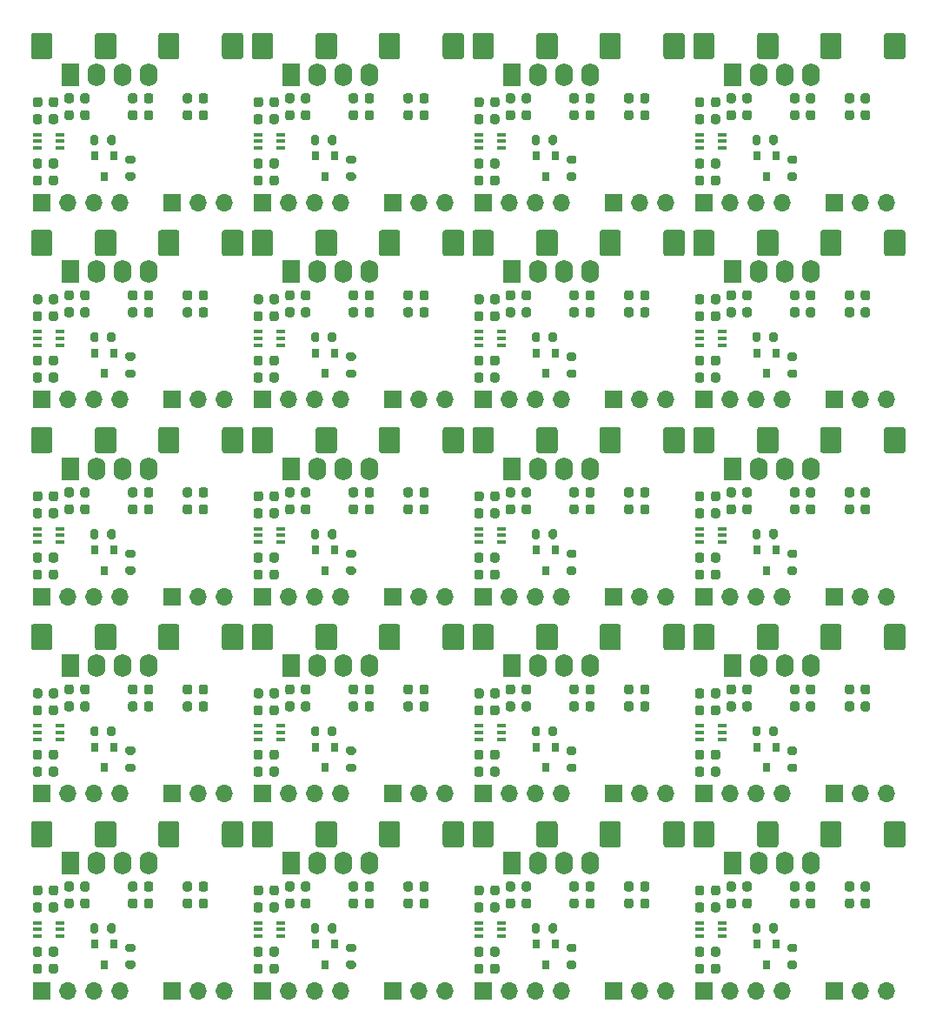
<source format=gbr>
%TF.GenerationSoftware,KiCad,Pcbnew,(5.1.10)-1*%
%TF.CreationDate,2022-01-18T16:22:41+07:00*%
%TF.ProjectId,DC5V_DC5V3V3_v3_pnlz4x5,44433556-5f44-4433-9556-3356335f7633,rev?*%
%TF.SameCoordinates,Original*%
%TF.FileFunction,Soldermask,Bot*%
%TF.FilePolarity,Negative*%
%FSLAX46Y46*%
G04 Gerber Fmt 4.6, Leading zero omitted, Abs format (unit mm)*
G04 Created by KiCad (PCBNEW (5.1.10)-1) date 2022-01-18 16:22:41*
%MOMM*%
%LPD*%
G01*
G04 APERTURE LIST*
%ADD10R,0.950000X0.450000*%
%ADD11R,1.700000X1.700000*%
%ADD12O,1.700000X1.700000*%
%ADD13O,1.750000X2.250000*%
%ADD14R,1.750000X2.250000*%
%ADD15R,0.800000X0.900000*%
G04 APERTURE END LIST*
%TO.C,C14*%
G36*
G01*
X135550000Y-128375000D02*
X135550000Y-128875000D01*
G75*
G02*
X135325000Y-129100000I-225000J0D01*
G01*
X134875000Y-129100000D01*
G75*
G02*
X134650000Y-128875000I0J225000D01*
G01*
X134650000Y-128375000D01*
G75*
G02*
X134875000Y-128150000I225000J0D01*
G01*
X135325000Y-128150000D01*
G75*
G02*
X135550000Y-128375000I0J-225000D01*
G01*
G37*
G36*
G01*
X134000000Y-128375000D02*
X134000000Y-128875000D01*
G75*
G02*
X133775000Y-129100000I-225000J0D01*
G01*
X133325000Y-129100000D01*
G75*
G02*
X133100000Y-128875000I0J225000D01*
G01*
X133100000Y-128375000D01*
G75*
G02*
X133325000Y-128150000I225000J0D01*
G01*
X133775000Y-128150000D01*
G75*
G02*
X134000000Y-128375000I0J-225000D01*
G01*
G37*
%TD*%
%TO.C,C14*%
G36*
G01*
X114050000Y-128375000D02*
X114050000Y-128875000D01*
G75*
G02*
X113825000Y-129100000I-225000J0D01*
G01*
X113375000Y-129100000D01*
G75*
G02*
X113150000Y-128875000I0J225000D01*
G01*
X113150000Y-128375000D01*
G75*
G02*
X113375000Y-128150000I225000J0D01*
G01*
X113825000Y-128150000D01*
G75*
G02*
X114050000Y-128375000I0J-225000D01*
G01*
G37*
G36*
G01*
X112500000Y-128375000D02*
X112500000Y-128875000D01*
G75*
G02*
X112275000Y-129100000I-225000J0D01*
G01*
X111825000Y-129100000D01*
G75*
G02*
X111600000Y-128875000I0J225000D01*
G01*
X111600000Y-128375000D01*
G75*
G02*
X111825000Y-128150000I225000J0D01*
G01*
X112275000Y-128150000D01*
G75*
G02*
X112500000Y-128375000I0J-225000D01*
G01*
G37*
%TD*%
%TO.C,C14*%
G36*
G01*
X92550000Y-128375000D02*
X92550000Y-128875000D01*
G75*
G02*
X92325000Y-129100000I-225000J0D01*
G01*
X91875000Y-129100000D01*
G75*
G02*
X91650000Y-128875000I0J225000D01*
G01*
X91650000Y-128375000D01*
G75*
G02*
X91875000Y-128150000I225000J0D01*
G01*
X92325000Y-128150000D01*
G75*
G02*
X92550000Y-128375000I0J-225000D01*
G01*
G37*
G36*
G01*
X91000000Y-128375000D02*
X91000000Y-128875000D01*
G75*
G02*
X90775000Y-129100000I-225000J0D01*
G01*
X90325000Y-129100000D01*
G75*
G02*
X90100000Y-128875000I0J225000D01*
G01*
X90100000Y-128375000D01*
G75*
G02*
X90325000Y-128150000I225000J0D01*
G01*
X90775000Y-128150000D01*
G75*
G02*
X91000000Y-128375000I0J-225000D01*
G01*
G37*
%TD*%
%TO.C,C14*%
G36*
G01*
X71050000Y-128375000D02*
X71050000Y-128875000D01*
G75*
G02*
X70825000Y-129100000I-225000J0D01*
G01*
X70375000Y-129100000D01*
G75*
G02*
X70150000Y-128875000I0J225000D01*
G01*
X70150000Y-128375000D01*
G75*
G02*
X70375000Y-128150000I225000J0D01*
G01*
X70825000Y-128150000D01*
G75*
G02*
X71050000Y-128375000I0J-225000D01*
G01*
G37*
G36*
G01*
X69500000Y-128375000D02*
X69500000Y-128875000D01*
G75*
G02*
X69275000Y-129100000I-225000J0D01*
G01*
X68825000Y-129100000D01*
G75*
G02*
X68600000Y-128875000I0J225000D01*
G01*
X68600000Y-128375000D01*
G75*
G02*
X68825000Y-128150000I225000J0D01*
G01*
X69275000Y-128150000D01*
G75*
G02*
X69500000Y-128375000I0J-225000D01*
G01*
G37*
%TD*%
%TO.C,C14*%
G36*
G01*
X135550000Y-109198000D02*
X135550000Y-109698000D01*
G75*
G02*
X135325000Y-109923000I-225000J0D01*
G01*
X134875000Y-109923000D01*
G75*
G02*
X134650000Y-109698000I0J225000D01*
G01*
X134650000Y-109198000D01*
G75*
G02*
X134875000Y-108973000I225000J0D01*
G01*
X135325000Y-108973000D01*
G75*
G02*
X135550000Y-109198000I0J-225000D01*
G01*
G37*
G36*
G01*
X134000000Y-109198000D02*
X134000000Y-109698000D01*
G75*
G02*
X133775000Y-109923000I-225000J0D01*
G01*
X133325000Y-109923000D01*
G75*
G02*
X133100000Y-109698000I0J225000D01*
G01*
X133100000Y-109198000D01*
G75*
G02*
X133325000Y-108973000I225000J0D01*
G01*
X133775000Y-108973000D01*
G75*
G02*
X134000000Y-109198000I0J-225000D01*
G01*
G37*
%TD*%
%TO.C,C14*%
G36*
G01*
X114050000Y-109198000D02*
X114050000Y-109698000D01*
G75*
G02*
X113825000Y-109923000I-225000J0D01*
G01*
X113375000Y-109923000D01*
G75*
G02*
X113150000Y-109698000I0J225000D01*
G01*
X113150000Y-109198000D01*
G75*
G02*
X113375000Y-108973000I225000J0D01*
G01*
X113825000Y-108973000D01*
G75*
G02*
X114050000Y-109198000I0J-225000D01*
G01*
G37*
G36*
G01*
X112500000Y-109198000D02*
X112500000Y-109698000D01*
G75*
G02*
X112275000Y-109923000I-225000J0D01*
G01*
X111825000Y-109923000D01*
G75*
G02*
X111600000Y-109698000I0J225000D01*
G01*
X111600000Y-109198000D01*
G75*
G02*
X111825000Y-108973000I225000J0D01*
G01*
X112275000Y-108973000D01*
G75*
G02*
X112500000Y-109198000I0J-225000D01*
G01*
G37*
%TD*%
%TO.C,C14*%
G36*
G01*
X92550000Y-109198000D02*
X92550000Y-109698000D01*
G75*
G02*
X92325000Y-109923000I-225000J0D01*
G01*
X91875000Y-109923000D01*
G75*
G02*
X91650000Y-109698000I0J225000D01*
G01*
X91650000Y-109198000D01*
G75*
G02*
X91875000Y-108973000I225000J0D01*
G01*
X92325000Y-108973000D01*
G75*
G02*
X92550000Y-109198000I0J-225000D01*
G01*
G37*
G36*
G01*
X91000000Y-109198000D02*
X91000000Y-109698000D01*
G75*
G02*
X90775000Y-109923000I-225000J0D01*
G01*
X90325000Y-109923000D01*
G75*
G02*
X90100000Y-109698000I0J225000D01*
G01*
X90100000Y-109198000D01*
G75*
G02*
X90325000Y-108973000I225000J0D01*
G01*
X90775000Y-108973000D01*
G75*
G02*
X91000000Y-109198000I0J-225000D01*
G01*
G37*
%TD*%
%TO.C,C14*%
G36*
G01*
X71050000Y-109198000D02*
X71050000Y-109698000D01*
G75*
G02*
X70825000Y-109923000I-225000J0D01*
G01*
X70375000Y-109923000D01*
G75*
G02*
X70150000Y-109698000I0J225000D01*
G01*
X70150000Y-109198000D01*
G75*
G02*
X70375000Y-108973000I225000J0D01*
G01*
X70825000Y-108973000D01*
G75*
G02*
X71050000Y-109198000I0J-225000D01*
G01*
G37*
G36*
G01*
X69500000Y-109198000D02*
X69500000Y-109698000D01*
G75*
G02*
X69275000Y-109923000I-225000J0D01*
G01*
X68825000Y-109923000D01*
G75*
G02*
X68600000Y-109698000I0J225000D01*
G01*
X68600000Y-109198000D01*
G75*
G02*
X68825000Y-108973000I225000J0D01*
G01*
X69275000Y-108973000D01*
G75*
G02*
X69500000Y-109198000I0J-225000D01*
G01*
G37*
%TD*%
%TO.C,C14*%
G36*
G01*
X135550000Y-90021000D02*
X135550000Y-90521000D01*
G75*
G02*
X135325000Y-90746000I-225000J0D01*
G01*
X134875000Y-90746000D01*
G75*
G02*
X134650000Y-90521000I0J225000D01*
G01*
X134650000Y-90021000D01*
G75*
G02*
X134875000Y-89796000I225000J0D01*
G01*
X135325000Y-89796000D01*
G75*
G02*
X135550000Y-90021000I0J-225000D01*
G01*
G37*
G36*
G01*
X134000000Y-90021000D02*
X134000000Y-90521000D01*
G75*
G02*
X133775000Y-90746000I-225000J0D01*
G01*
X133325000Y-90746000D01*
G75*
G02*
X133100000Y-90521000I0J225000D01*
G01*
X133100000Y-90021000D01*
G75*
G02*
X133325000Y-89796000I225000J0D01*
G01*
X133775000Y-89796000D01*
G75*
G02*
X134000000Y-90021000I0J-225000D01*
G01*
G37*
%TD*%
%TO.C,C14*%
G36*
G01*
X114050000Y-90021000D02*
X114050000Y-90521000D01*
G75*
G02*
X113825000Y-90746000I-225000J0D01*
G01*
X113375000Y-90746000D01*
G75*
G02*
X113150000Y-90521000I0J225000D01*
G01*
X113150000Y-90021000D01*
G75*
G02*
X113375000Y-89796000I225000J0D01*
G01*
X113825000Y-89796000D01*
G75*
G02*
X114050000Y-90021000I0J-225000D01*
G01*
G37*
G36*
G01*
X112500000Y-90021000D02*
X112500000Y-90521000D01*
G75*
G02*
X112275000Y-90746000I-225000J0D01*
G01*
X111825000Y-90746000D01*
G75*
G02*
X111600000Y-90521000I0J225000D01*
G01*
X111600000Y-90021000D01*
G75*
G02*
X111825000Y-89796000I225000J0D01*
G01*
X112275000Y-89796000D01*
G75*
G02*
X112500000Y-90021000I0J-225000D01*
G01*
G37*
%TD*%
%TO.C,C14*%
G36*
G01*
X92550000Y-90021000D02*
X92550000Y-90521000D01*
G75*
G02*
X92325000Y-90746000I-225000J0D01*
G01*
X91875000Y-90746000D01*
G75*
G02*
X91650000Y-90521000I0J225000D01*
G01*
X91650000Y-90021000D01*
G75*
G02*
X91875000Y-89796000I225000J0D01*
G01*
X92325000Y-89796000D01*
G75*
G02*
X92550000Y-90021000I0J-225000D01*
G01*
G37*
G36*
G01*
X91000000Y-90021000D02*
X91000000Y-90521000D01*
G75*
G02*
X90775000Y-90746000I-225000J0D01*
G01*
X90325000Y-90746000D01*
G75*
G02*
X90100000Y-90521000I0J225000D01*
G01*
X90100000Y-90021000D01*
G75*
G02*
X90325000Y-89796000I225000J0D01*
G01*
X90775000Y-89796000D01*
G75*
G02*
X91000000Y-90021000I0J-225000D01*
G01*
G37*
%TD*%
%TO.C,C14*%
G36*
G01*
X71050000Y-90021000D02*
X71050000Y-90521000D01*
G75*
G02*
X70825000Y-90746000I-225000J0D01*
G01*
X70375000Y-90746000D01*
G75*
G02*
X70150000Y-90521000I0J225000D01*
G01*
X70150000Y-90021000D01*
G75*
G02*
X70375000Y-89796000I225000J0D01*
G01*
X70825000Y-89796000D01*
G75*
G02*
X71050000Y-90021000I0J-225000D01*
G01*
G37*
G36*
G01*
X69500000Y-90021000D02*
X69500000Y-90521000D01*
G75*
G02*
X69275000Y-90746000I-225000J0D01*
G01*
X68825000Y-90746000D01*
G75*
G02*
X68600000Y-90521000I0J225000D01*
G01*
X68600000Y-90021000D01*
G75*
G02*
X68825000Y-89796000I225000J0D01*
G01*
X69275000Y-89796000D01*
G75*
G02*
X69500000Y-90021000I0J-225000D01*
G01*
G37*
%TD*%
%TO.C,C14*%
G36*
G01*
X135550000Y-70844000D02*
X135550000Y-71344000D01*
G75*
G02*
X135325000Y-71569000I-225000J0D01*
G01*
X134875000Y-71569000D01*
G75*
G02*
X134650000Y-71344000I0J225000D01*
G01*
X134650000Y-70844000D01*
G75*
G02*
X134875000Y-70619000I225000J0D01*
G01*
X135325000Y-70619000D01*
G75*
G02*
X135550000Y-70844000I0J-225000D01*
G01*
G37*
G36*
G01*
X134000000Y-70844000D02*
X134000000Y-71344000D01*
G75*
G02*
X133775000Y-71569000I-225000J0D01*
G01*
X133325000Y-71569000D01*
G75*
G02*
X133100000Y-71344000I0J225000D01*
G01*
X133100000Y-70844000D01*
G75*
G02*
X133325000Y-70619000I225000J0D01*
G01*
X133775000Y-70619000D01*
G75*
G02*
X134000000Y-70844000I0J-225000D01*
G01*
G37*
%TD*%
%TO.C,C14*%
G36*
G01*
X114050000Y-70844000D02*
X114050000Y-71344000D01*
G75*
G02*
X113825000Y-71569000I-225000J0D01*
G01*
X113375000Y-71569000D01*
G75*
G02*
X113150000Y-71344000I0J225000D01*
G01*
X113150000Y-70844000D01*
G75*
G02*
X113375000Y-70619000I225000J0D01*
G01*
X113825000Y-70619000D01*
G75*
G02*
X114050000Y-70844000I0J-225000D01*
G01*
G37*
G36*
G01*
X112500000Y-70844000D02*
X112500000Y-71344000D01*
G75*
G02*
X112275000Y-71569000I-225000J0D01*
G01*
X111825000Y-71569000D01*
G75*
G02*
X111600000Y-71344000I0J225000D01*
G01*
X111600000Y-70844000D01*
G75*
G02*
X111825000Y-70619000I225000J0D01*
G01*
X112275000Y-70619000D01*
G75*
G02*
X112500000Y-70844000I0J-225000D01*
G01*
G37*
%TD*%
%TO.C,C14*%
G36*
G01*
X92550000Y-70844000D02*
X92550000Y-71344000D01*
G75*
G02*
X92325000Y-71569000I-225000J0D01*
G01*
X91875000Y-71569000D01*
G75*
G02*
X91650000Y-71344000I0J225000D01*
G01*
X91650000Y-70844000D01*
G75*
G02*
X91875000Y-70619000I225000J0D01*
G01*
X92325000Y-70619000D01*
G75*
G02*
X92550000Y-70844000I0J-225000D01*
G01*
G37*
G36*
G01*
X91000000Y-70844000D02*
X91000000Y-71344000D01*
G75*
G02*
X90775000Y-71569000I-225000J0D01*
G01*
X90325000Y-71569000D01*
G75*
G02*
X90100000Y-71344000I0J225000D01*
G01*
X90100000Y-70844000D01*
G75*
G02*
X90325000Y-70619000I225000J0D01*
G01*
X90775000Y-70619000D01*
G75*
G02*
X91000000Y-70844000I0J-225000D01*
G01*
G37*
%TD*%
%TO.C,C14*%
G36*
G01*
X71050000Y-70844000D02*
X71050000Y-71344000D01*
G75*
G02*
X70825000Y-71569000I-225000J0D01*
G01*
X70375000Y-71569000D01*
G75*
G02*
X70150000Y-71344000I0J225000D01*
G01*
X70150000Y-70844000D01*
G75*
G02*
X70375000Y-70619000I225000J0D01*
G01*
X70825000Y-70619000D01*
G75*
G02*
X71050000Y-70844000I0J-225000D01*
G01*
G37*
G36*
G01*
X69500000Y-70844000D02*
X69500000Y-71344000D01*
G75*
G02*
X69275000Y-71569000I-225000J0D01*
G01*
X68825000Y-71569000D01*
G75*
G02*
X68600000Y-71344000I0J225000D01*
G01*
X68600000Y-70844000D01*
G75*
G02*
X68825000Y-70619000I225000J0D01*
G01*
X69275000Y-70619000D01*
G75*
G02*
X69500000Y-70844000I0J-225000D01*
G01*
G37*
%TD*%
%TO.C,C14*%
G36*
G01*
X135550000Y-51667000D02*
X135550000Y-52167000D01*
G75*
G02*
X135325000Y-52392000I-225000J0D01*
G01*
X134875000Y-52392000D01*
G75*
G02*
X134650000Y-52167000I0J225000D01*
G01*
X134650000Y-51667000D01*
G75*
G02*
X134875000Y-51442000I225000J0D01*
G01*
X135325000Y-51442000D01*
G75*
G02*
X135550000Y-51667000I0J-225000D01*
G01*
G37*
G36*
G01*
X134000000Y-51667000D02*
X134000000Y-52167000D01*
G75*
G02*
X133775000Y-52392000I-225000J0D01*
G01*
X133325000Y-52392000D01*
G75*
G02*
X133100000Y-52167000I0J225000D01*
G01*
X133100000Y-51667000D01*
G75*
G02*
X133325000Y-51442000I225000J0D01*
G01*
X133775000Y-51442000D01*
G75*
G02*
X134000000Y-51667000I0J-225000D01*
G01*
G37*
%TD*%
%TO.C,C14*%
G36*
G01*
X114050000Y-51667000D02*
X114050000Y-52167000D01*
G75*
G02*
X113825000Y-52392000I-225000J0D01*
G01*
X113375000Y-52392000D01*
G75*
G02*
X113150000Y-52167000I0J225000D01*
G01*
X113150000Y-51667000D01*
G75*
G02*
X113375000Y-51442000I225000J0D01*
G01*
X113825000Y-51442000D01*
G75*
G02*
X114050000Y-51667000I0J-225000D01*
G01*
G37*
G36*
G01*
X112500000Y-51667000D02*
X112500000Y-52167000D01*
G75*
G02*
X112275000Y-52392000I-225000J0D01*
G01*
X111825000Y-52392000D01*
G75*
G02*
X111600000Y-52167000I0J225000D01*
G01*
X111600000Y-51667000D01*
G75*
G02*
X111825000Y-51442000I225000J0D01*
G01*
X112275000Y-51442000D01*
G75*
G02*
X112500000Y-51667000I0J-225000D01*
G01*
G37*
%TD*%
%TO.C,C14*%
G36*
G01*
X92550000Y-51667000D02*
X92550000Y-52167000D01*
G75*
G02*
X92325000Y-52392000I-225000J0D01*
G01*
X91875000Y-52392000D01*
G75*
G02*
X91650000Y-52167000I0J225000D01*
G01*
X91650000Y-51667000D01*
G75*
G02*
X91875000Y-51442000I225000J0D01*
G01*
X92325000Y-51442000D01*
G75*
G02*
X92550000Y-51667000I0J-225000D01*
G01*
G37*
G36*
G01*
X91000000Y-51667000D02*
X91000000Y-52167000D01*
G75*
G02*
X90775000Y-52392000I-225000J0D01*
G01*
X90325000Y-52392000D01*
G75*
G02*
X90100000Y-52167000I0J225000D01*
G01*
X90100000Y-51667000D01*
G75*
G02*
X90325000Y-51442000I225000J0D01*
G01*
X90775000Y-51442000D01*
G75*
G02*
X91000000Y-51667000I0J-225000D01*
G01*
G37*
%TD*%
%TO.C,C13*%
G36*
G01*
X135550000Y-126724000D02*
X135550000Y-127224000D01*
G75*
G02*
X135325000Y-127449000I-225000J0D01*
G01*
X134875000Y-127449000D01*
G75*
G02*
X134650000Y-127224000I0J225000D01*
G01*
X134650000Y-126724000D01*
G75*
G02*
X134875000Y-126499000I225000J0D01*
G01*
X135325000Y-126499000D01*
G75*
G02*
X135550000Y-126724000I0J-225000D01*
G01*
G37*
G36*
G01*
X134000000Y-126724000D02*
X134000000Y-127224000D01*
G75*
G02*
X133775000Y-127449000I-225000J0D01*
G01*
X133325000Y-127449000D01*
G75*
G02*
X133100000Y-127224000I0J225000D01*
G01*
X133100000Y-126724000D01*
G75*
G02*
X133325000Y-126499000I225000J0D01*
G01*
X133775000Y-126499000D01*
G75*
G02*
X134000000Y-126724000I0J-225000D01*
G01*
G37*
%TD*%
%TO.C,C13*%
G36*
G01*
X114050000Y-126724000D02*
X114050000Y-127224000D01*
G75*
G02*
X113825000Y-127449000I-225000J0D01*
G01*
X113375000Y-127449000D01*
G75*
G02*
X113150000Y-127224000I0J225000D01*
G01*
X113150000Y-126724000D01*
G75*
G02*
X113375000Y-126499000I225000J0D01*
G01*
X113825000Y-126499000D01*
G75*
G02*
X114050000Y-126724000I0J-225000D01*
G01*
G37*
G36*
G01*
X112500000Y-126724000D02*
X112500000Y-127224000D01*
G75*
G02*
X112275000Y-127449000I-225000J0D01*
G01*
X111825000Y-127449000D01*
G75*
G02*
X111600000Y-127224000I0J225000D01*
G01*
X111600000Y-126724000D01*
G75*
G02*
X111825000Y-126499000I225000J0D01*
G01*
X112275000Y-126499000D01*
G75*
G02*
X112500000Y-126724000I0J-225000D01*
G01*
G37*
%TD*%
%TO.C,C13*%
G36*
G01*
X92550000Y-126724000D02*
X92550000Y-127224000D01*
G75*
G02*
X92325000Y-127449000I-225000J0D01*
G01*
X91875000Y-127449000D01*
G75*
G02*
X91650000Y-127224000I0J225000D01*
G01*
X91650000Y-126724000D01*
G75*
G02*
X91875000Y-126499000I225000J0D01*
G01*
X92325000Y-126499000D01*
G75*
G02*
X92550000Y-126724000I0J-225000D01*
G01*
G37*
G36*
G01*
X91000000Y-126724000D02*
X91000000Y-127224000D01*
G75*
G02*
X90775000Y-127449000I-225000J0D01*
G01*
X90325000Y-127449000D01*
G75*
G02*
X90100000Y-127224000I0J225000D01*
G01*
X90100000Y-126724000D01*
G75*
G02*
X90325000Y-126499000I225000J0D01*
G01*
X90775000Y-126499000D01*
G75*
G02*
X91000000Y-126724000I0J-225000D01*
G01*
G37*
%TD*%
%TO.C,C13*%
G36*
G01*
X71050000Y-126724000D02*
X71050000Y-127224000D01*
G75*
G02*
X70825000Y-127449000I-225000J0D01*
G01*
X70375000Y-127449000D01*
G75*
G02*
X70150000Y-127224000I0J225000D01*
G01*
X70150000Y-126724000D01*
G75*
G02*
X70375000Y-126499000I225000J0D01*
G01*
X70825000Y-126499000D01*
G75*
G02*
X71050000Y-126724000I0J-225000D01*
G01*
G37*
G36*
G01*
X69500000Y-126724000D02*
X69500000Y-127224000D01*
G75*
G02*
X69275000Y-127449000I-225000J0D01*
G01*
X68825000Y-127449000D01*
G75*
G02*
X68600000Y-127224000I0J225000D01*
G01*
X68600000Y-126724000D01*
G75*
G02*
X68825000Y-126499000I225000J0D01*
G01*
X69275000Y-126499000D01*
G75*
G02*
X69500000Y-126724000I0J-225000D01*
G01*
G37*
%TD*%
%TO.C,C13*%
G36*
G01*
X135550000Y-107547000D02*
X135550000Y-108047000D01*
G75*
G02*
X135325000Y-108272000I-225000J0D01*
G01*
X134875000Y-108272000D01*
G75*
G02*
X134650000Y-108047000I0J225000D01*
G01*
X134650000Y-107547000D01*
G75*
G02*
X134875000Y-107322000I225000J0D01*
G01*
X135325000Y-107322000D01*
G75*
G02*
X135550000Y-107547000I0J-225000D01*
G01*
G37*
G36*
G01*
X134000000Y-107547000D02*
X134000000Y-108047000D01*
G75*
G02*
X133775000Y-108272000I-225000J0D01*
G01*
X133325000Y-108272000D01*
G75*
G02*
X133100000Y-108047000I0J225000D01*
G01*
X133100000Y-107547000D01*
G75*
G02*
X133325000Y-107322000I225000J0D01*
G01*
X133775000Y-107322000D01*
G75*
G02*
X134000000Y-107547000I0J-225000D01*
G01*
G37*
%TD*%
%TO.C,C13*%
G36*
G01*
X114050000Y-107547000D02*
X114050000Y-108047000D01*
G75*
G02*
X113825000Y-108272000I-225000J0D01*
G01*
X113375000Y-108272000D01*
G75*
G02*
X113150000Y-108047000I0J225000D01*
G01*
X113150000Y-107547000D01*
G75*
G02*
X113375000Y-107322000I225000J0D01*
G01*
X113825000Y-107322000D01*
G75*
G02*
X114050000Y-107547000I0J-225000D01*
G01*
G37*
G36*
G01*
X112500000Y-107547000D02*
X112500000Y-108047000D01*
G75*
G02*
X112275000Y-108272000I-225000J0D01*
G01*
X111825000Y-108272000D01*
G75*
G02*
X111600000Y-108047000I0J225000D01*
G01*
X111600000Y-107547000D01*
G75*
G02*
X111825000Y-107322000I225000J0D01*
G01*
X112275000Y-107322000D01*
G75*
G02*
X112500000Y-107547000I0J-225000D01*
G01*
G37*
%TD*%
%TO.C,C13*%
G36*
G01*
X92550000Y-107547000D02*
X92550000Y-108047000D01*
G75*
G02*
X92325000Y-108272000I-225000J0D01*
G01*
X91875000Y-108272000D01*
G75*
G02*
X91650000Y-108047000I0J225000D01*
G01*
X91650000Y-107547000D01*
G75*
G02*
X91875000Y-107322000I225000J0D01*
G01*
X92325000Y-107322000D01*
G75*
G02*
X92550000Y-107547000I0J-225000D01*
G01*
G37*
G36*
G01*
X91000000Y-107547000D02*
X91000000Y-108047000D01*
G75*
G02*
X90775000Y-108272000I-225000J0D01*
G01*
X90325000Y-108272000D01*
G75*
G02*
X90100000Y-108047000I0J225000D01*
G01*
X90100000Y-107547000D01*
G75*
G02*
X90325000Y-107322000I225000J0D01*
G01*
X90775000Y-107322000D01*
G75*
G02*
X91000000Y-107547000I0J-225000D01*
G01*
G37*
%TD*%
%TO.C,C13*%
G36*
G01*
X71050000Y-107547000D02*
X71050000Y-108047000D01*
G75*
G02*
X70825000Y-108272000I-225000J0D01*
G01*
X70375000Y-108272000D01*
G75*
G02*
X70150000Y-108047000I0J225000D01*
G01*
X70150000Y-107547000D01*
G75*
G02*
X70375000Y-107322000I225000J0D01*
G01*
X70825000Y-107322000D01*
G75*
G02*
X71050000Y-107547000I0J-225000D01*
G01*
G37*
G36*
G01*
X69500000Y-107547000D02*
X69500000Y-108047000D01*
G75*
G02*
X69275000Y-108272000I-225000J0D01*
G01*
X68825000Y-108272000D01*
G75*
G02*
X68600000Y-108047000I0J225000D01*
G01*
X68600000Y-107547000D01*
G75*
G02*
X68825000Y-107322000I225000J0D01*
G01*
X69275000Y-107322000D01*
G75*
G02*
X69500000Y-107547000I0J-225000D01*
G01*
G37*
%TD*%
%TO.C,C13*%
G36*
G01*
X135550000Y-88370000D02*
X135550000Y-88870000D01*
G75*
G02*
X135325000Y-89095000I-225000J0D01*
G01*
X134875000Y-89095000D01*
G75*
G02*
X134650000Y-88870000I0J225000D01*
G01*
X134650000Y-88370000D01*
G75*
G02*
X134875000Y-88145000I225000J0D01*
G01*
X135325000Y-88145000D01*
G75*
G02*
X135550000Y-88370000I0J-225000D01*
G01*
G37*
G36*
G01*
X134000000Y-88370000D02*
X134000000Y-88870000D01*
G75*
G02*
X133775000Y-89095000I-225000J0D01*
G01*
X133325000Y-89095000D01*
G75*
G02*
X133100000Y-88870000I0J225000D01*
G01*
X133100000Y-88370000D01*
G75*
G02*
X133325000Y-88145000I225000J0D01*
G01*
X133775000Y-88145000D01*
G75*
G02*
X134000000Y-88370000I0J-225000D01*
G01*
G37*
%TD*%
%TO.C,C13*%
G36*
G01*
X114050000Y-88370000D02*
X114050000Y-88870000D01*
G75*
G02*
X113825000Y-89095000I-225000J0D01*
G01*
X113375000Y-89095000D01*
G75*
G02*
X113150000Y-88870000I0J225000D01*
G01*
X113150000Y-88370000D01*
G75*
G02*
X113375000Y-88145000I225000J0D01*
G01*
X113825000Y-88145000D01*
G75*
G02*
X114050000Y-88370000I0J-225000D01*
G01*
G37*
G36*
G01*
X112500000Y-88370000D02*
X112500000Y-88870000D01*
G75*
G02*
X112275000Y-89095000I-225000J0D01*
G01*
X111825000Y-89095000D01*
G75*
G02*
X111600000Y-88870000I0J225000D01*
G01*
X111600000Y-88370000D01*
G75*
G02*
X111825000Y-88145000I225000J0D01*
G01*
X112275000Y-88145000D01*
G75*
G02*
X112500000Y-88370000I0J-225000D01*
G01*
G37*
%TD*%
%TO.C,C13*%
G36*
G01*
X92550000Y-88370000D02*
X92550000Y-88870000D01*
G75*
G02*
X92325000Y-89095000I-225000J0D01*
G01*
X91875000Y-89095000D01*
G75*
G02*
X91650000Y-88870000I0J225000D01*
G01*
X91650000Y-88370000D01*
G75*
G02*
X91875000Y-88145000I225000J0D01*
G01*
X92325000Y-88145000D01*
G75*
G02*
X92550000Y-88370000I0J-225000D01*
G01*
G37*
G36*
G01*
X91000000Y-88370000D02*
X91000000Y-88870000D01*
G75*
G02*
X90775000Y-89095000I-225000J0D01*
G01*
X90325000Y-89095000D01*
G75*
G02*
X90100000Y-88870000I0J225000D01*
G01*
X90100000Y-88370000D01*
G75*
G02*
X90325000Y-88145000I225000J0D01*
G01*
X90775000Y-88145000D01*
G75*
G02*
X91000000Y-88370000I0J-225000D01*
G01*
G37*
%TD*%
%TO.C,C13*%
G36*
G01*
X71050000Y-88370000D02*
X71050000Y-88870000D01*
G75*
G02*
X70825000Y-89095000I-225000J0D01*
G01*
X70375000Y-89095000D01*
G75*
G02*
X70150000Y-88870000I0J225000D01*
G01*
X70150000Y-88370000D01*
G75*
G02*
X70375000Y-88145000I225000J0D01*
G01*
X70825000Y-88145000D01*
G75*
G02*
X71050000Y-88370000I0J-225000D01*
G01*
G37*
G36*
G01*
X69500000Y-88370000D02*
X69500000Y-88870000D01*
G75*
G02*
X69275000Y-89095000I-225000J0D01*
G01*
X68825000Y-89095000D01*
G75*
G02*
X68600000Y-88870000I0J225000D01*
G01*
X68600000Y-88370000D01*
G75*
G02*
X68825000Y-88145000I225000J0D01*
G01*
X69275000Y-88145000D01*
G75*
G02*
X69500000Y-88370000I0J-225000D01*
G01*
G37*
%TD*%
%TO.C,C13*%
G36*
G01*
X135550000Y-69193000D02*
X135550000Y-69693000D01*
G75*
G02*
X135325000Y-69918000I-225000J0D01*
G01*
X134875000Y-69918000D01*
G75*
G02*
X134650000Y-69693000I0J225000D01*
G01*
X134650000Y-69193000D01*
G75*
G02*
X134875000Y-68968000I225000J0D01*
G01*
X135325000Y-68968000D01*
G75*
G02*
X135550000Y-69193000I0J-225000D01*
G01*
G37*
G36*
G01*
X134000000Y-69193000D02*
X134000000Y-69693000D01*
G75*
G02*
X133775000Y-69918000I-225000J0D01*
G01*
X133325000Y-69918000D01*
G75*
G02*
X133100000Y-69693000I0J225000D01*
G01*
X133100000Y-69193000D01*
G75*
G02*
X133325000Y-68968000I225000J0D01*
G01*
X133775000Y-68968000D01*
G75*
G02*
X134000000Y-69193000I0J-225000D01*
G01*
G37*
%TD*%
%TO.C,C13*%
G36*
G01*
X114050000Y-69193000D02*
X114050000Y-69693000D01*
G75*
G02*
X113825000Y-69918000I-225000J0D01*
G01*
X113375000Y-69918000D01*
G75*
G02*
X113150000Y-69693000I0J225000D01*
G01*
X113150000Y-69193000D01*
G75*
G02*
X113375000Y-68968000I225000J0D01*
G01*
X113825000Y-68968000D01*
G75*
G02*
X114050000Y-69193000I0J-225000D01*
G01*
G37*
G36*
G01*
X112500000Y-69193000D02*
X112500000Y-69693000D01*
G75*
G02*
X112275000Y-69918000I-225000J0D01*
G01*
X111825000Y-69918000D01*
G75*
G02*
X111600000Y-69693000I0J225000D01*
G01*
X111600000Y-69193000D01*
G75*
G02*
X111825000Y-68968000I225000J0D01*
G01*
X112275000Y-68968000D01*
G75*
G02*
X112500000Y-69193000I0J-225000D01*
G01*
G37*
%TD*%
%TO.C,C13*%
G36*
G01*
X92550000Y-69193000D02*
X92550000Y-69693000D01*
G75*
G02*
X92325000Y-69918000I-225000J0D01*
G01*
X91875000Y-69918000D01*
G75*
G02*
X91650000Y-69693000I0J225000D01*
G01*
X91650000Y-69193000D01*
G75*
G02*
X91875000Y-68968000I225000J0D01*
G01*
X92325000Y-68968000D01*
G75*
G02*
X92550000Y-69193000I0J-225000D01*
G01*
G37*
G36*
G01*
X91000000Y-69193000D02*
X91000000Y-69693000D01*
G75*
G02*
X90775000Y-69918000I-225000J0D01*
G01*
X90325000Y-69918000D01*
G75*
G02*
X90100000Y-69693000I0J225000D01*
G01*
X90100000Y-69193000D01*
G75*
G02*
X90325000Y-68968000I225000J0D01*
G01*
X90775000Y-68968000D01*
G75*
G02*
X91000000Y-69193000I0J-225000D01*
G01*
G37*
%TD*%
%TO.C,C13*%
G36*
G01*
X71050000Y-69193000D02*
X71050000Y-69693000D01*
G75*
G02*
X70825000Y-69918000I-225000J0D01*
G01*
X70375000Y-69918000D01*
G75*
G02*
X70150000Y-69693000I0J225000D01*
G01*
X70150000Y-69193000D01*
G75*
G02*
X70375000Y-68968000I225000J0D01*
G01*
X70825000Y-68968000D01*
G75*
G02*
X71050000Y-69193000I0J-225000D01*
G01*
G37*
G36*
G01*
X69500000Y-69193000D02*
X69500000Y-69693000D01*
G75*
G02*
X69275000Y-69918000I-225000J0D01*
G01*
X68825000Y-69918000D01*
G75*
G02*
X68600000Y-69693000I0J225000D01*
G01*
X68600000Y-69193000D01*
G75*
G02*
X68825000Y-68968000I225000J0D01*
G01*
X69275000Y-68968000D01*
G75*
G02*
X69500000Y-69193000I0J-225000D01*
G01*
G37*
%TD*%
%TO.C,C13*%
G36*
G01*
X135550000Y-50016000D02*
X135550000Y-50516000D01*
G75*
G02*
X135325000Y-50741000I-225000J0D01*
G01*
X134875000Y-50741000D01*
G75*
G02*
X134650000Y-50516000I0J225000D01*
G01*
X134650000Y-50016000D01*
G75*
G02*
X134875000Y-49791000I225000J0D01*
G01*
X135325000Y-49791000D01*
G75*
G02*
X135550000Y-50016000I0J-225000D01*
G01*
G37*
G36*
G01*
X134000000Y-50016000D02*
X134000000Y-50516000D01*
G75*
G02*
X133775000Y-50741000I-225000J0D01*
G01*
X133325000Y-50741000D01*
G75*
G02*
X133100000Y-50516000I0J225000D01*
G01*
X133100000Y-50016000D01*
G75*
G02*
X133325000Y-49791000I225000J0D01*
G01*
X133775000Y-49791000D01*
G75*
G02*
X134000000Y-50016000I0J-225000D01*
G01*
G37*
%TD*%
%TO.C,C13*%
G36*
G01*
X114050000Y-50016000D02*
X114050000Y-50516000D01*
G75*
G02*
X113825000Y-50741000I-225000J0D01*
G01*
X113375000Y-50741000D01*
G75*
G02*
X113150000Y-50516000I0J225000D01*
G01*
X113150000Y-50016000D01*
G75*
G02*
X113375000Y-49791000I225000J0D01*
G01*
X113825000Y-49791000D01*
G75*
G02*
X114050000Y-50016000I0J-225000D01*
G01*
G37*
G36*
G01*
X112500000Y-50016000D02*
X112500000Y-50516000D01*
G75*
G02*
X112275000Y-50741000I-225000J0D01*
G01*
X111825000Y-50741000D01*
G75*
G02*
X111600000Y-50516000I0J225000D01*
G01*
X111600000Y-50016000D01*
G75*
G02*
X111825000Y-49791000I225000J0D01*
G01*
X112275000Y-49791000D01*
G75*
G02*
X112500000Y-50016000I0J-225000D01*
G01*
G37*
%TD*%
%TO.C,C13*%
G36*
G01*
X92550000Y-50016000D02*
X92550000Y-50516000D01*
G75*
G02*
X92325000Y-50741000I-225000J0D01*
G01*
X91875000Y-50741000D01*
G75*
G02*
X91650000Y-50516000I0J225000D01*
G01*
X91650000Y-50016000D01*
G75*
G02*
X91875000Y-49791000I225000J0D01*
G01*
X92325000Y-49791000D01*
G75*
G02*
X92550000Y-50016000I0J-225000D01*
G01*
G37*
G36*
G01*
X91000000Y-50016000D02*
X91000000Y-50516000D01*
G75*
G02*
X90775000Y-50741000I-225000J0D01*
G01*
X90325000Y-50741000D01*
G75*
G02*
X90100000Y-50516000I0J225000D01*
G01*
X90100000Y-50016000D01*
G75*
G02*
X90325000Y-49791000I225000J0D01*
G01*
X90775000Y-49791000D01*
G75*
G02*
X91000000Y-50016000I0J-225000D01*
G01*
G37*
%TD*%
D10*
%TO.C,D1*%
X118971000Y-131815000D03*
X118971000Y-131165000D03*
X118971000Y-130515000D03*
X121171000Y-130515000D03*
X121171000Y-131165000D03*
X121171000Y-131815000D03*
%TD*%
%TO.C,D1*%
X97471000Y-131815000D03*
X97471000Y-131165000D03*
X97471000Y-130515000D03*
X99671000Y-130515000D03*
X99671000Y-131165000D03*
X99671000Y-131815000D03*
%TD*%
%TO.C,D1*%
X75971000Y-131815000D03*
X75971000Y-131165000D03*
X75971000Y-130515000D03*
X78171000Y-130515000D03*
X78171000Y-131165000D03*
X78171000Y-131815000D03*
%TD*%
%TO.C,D1*%
X54471000Y-131815000D03*
X54471000Y-131165000D03*
X54471000Y-130515000D03*
X56671000Y-130515000D03*
X56671000Y-131165000D03*
X56671000Y-131815000D03*
%TD*%
%TO.C,D1*%
X118971000Y-112638000D03*
X118971000Y-111988000D03*
X118971000Y-111338000D03*
X121171000Y-111338000D03*
X121171000Y-111988000D03*
X121171000Y-112638000D03*
%TD*%
%TO.C,D1*%
X97471000Y-112638000D03*
X97471000Y-111988000D03*
X97471000Y-111338000D03*
X99671000Y-111338000D03*
X99671000Y-111988000D03*
X99671000Y-112638000D03*
%TD*%
%TO.C,D1*%
X75971000Y-112638000D03*
X75971000Y-111988000D03*
X75971000Y-111338000D03*
X78171000Y-111338000D03*
X78171000Y-111988000D03*
X78171000Y-112638000D03*
%TD*%
%TO.C,D1*%
X54471000Y-112638000D03*
X54471000Y-111988000D03*
X54471000Y-111338000D03*
X56671000Y-111338000D03*
X56671000Y-111988000D03*
X56671000Y-112638000D03*
%TD*%
%TO.C,D1*%
X118971000Y-93461000D03*
X118971000Y-92811000D03*
X118971000Y-92161000D03*
X121171000Y-92161000D03*
X121171000Y-92811000D03*
X121171000Y-93461000D03*
%TD*%
%TO.C,D1*%
X97471000Y-93461000D03*
X97471000Y-92811000D03*
X97471000Y-92161000D03*
X99671000Y-92161000D03*
X99671000Y-92811000D03*
X99671000Y-93461000D03*
%TD*%
%TO.C,D1*%
X75971000Y-93461000D03*
X75971000Y-92811000D03*
X75971000Y-92161000D03*
X78171000Y-92161000D03*
X78171000Y-92811000D03*
X78171000Y-93461000D03*
%TD*%
%TO.C,D1*%
X54471000Y-93461000D03*
X54471000Y-92811000D03*
X54471000Y-92161000D03*
X56671000Y-92161000D03*
X56671000Y-92811000D03*
X56671000Y-93461000D03*
%TD*%
%TO.C,D1*%
X118971000Y-74284000D03*
X118971000Y-73634000D03*
X118971000Y-72984000D03*
X121171000Y-72984000D03*
X121171000Y-73634000D03*
X121171000Y-74284000D03*
%TD*%
%TO.C,D1*%
X97471000Y-74284000D03*
X97471000Y-73634000D03*
X97471000Y-72984000D03*
X99671000Y-72984000D03*
X99671000Y-73634000D03*
X99671000Y-74284000D03*
%TD*%
%TO.C,D1*%
X75971000Y-74284000D03*
X75971000Y-73634000D03*
X75971000Y-72984000D03*
X78171000Y-72984000D03*
X78171000Y-73634000D03*
X78171000Y-74284000D03*
%TD*%
%TO.C,D1*%
X54471000Y-74284000D03*
X54471000Y-73634000D03*
X54471000Y-72984000D03*
X56671000Y-72984000D03*
X56671000Y-73634000D03*
X56671000Y-74284000D03*
%TD*%
%TO.C,D1*%
X118971000Y-55107000D03*
X118971000Y-54457000D03*
X118971000Y-53807000D03*
X121171000Y-53807000D03*
X121171000Y-54457000D03*
X121171000Y-55107000D03*
%TD*%
%TO.C,D1*%
X97471000Y-55107000D03*
X97471000Y-54457000D03*
X97471000Y-53807000D03*
X99671000Y-53807000D03*
X99671000Y-54457000D03*
X99671000Y-55107000D03*
%TD*%
%TO.C,D1*%
X75971000Y-55107000D03*
X75971000Y-54457000D03*
X75971000Y-53807000D03*
X78171000Y-53807000D03*
X78171000Y-54457000D03*
X78171000Y-55107000D03*
%TD*%
D11*
%TO.C,J1*%
X119352000Y-137134000D03*
D12*
X121892000Y-137134000D03*
X124432000Y-137134000D03*
X126972000Y-137134000D03*
%TD*%
D11*
%TO.C,J1*%
X97852000Y-137134000D03*
D12*
X100392000Y-137134000D03*
X102932000Y-137134000D03*
X105472000Y-137134000D03*
%TD*%
D11*
%TO.C,J1*%
X76352000Y-137134000D03*
D12*
X78892000Y-137134000D03*
X81432000Y-137134000D03*
X83972000Y-137134000D03*
%TD*%
D11*
%TO.C,J1*%
X54852000Y-137134000D03*
D12*
X57392000Y-137134000D03*
X59932000Y-137134000D03*
X62472000Y-137134000D03*
%TD*%
D11*
%TO.C,J1*%
X119352000Y-117957000D03*
D12*
X121892000Y-117957000D03*
X124432000Y-117957000D03*
X126972000Y-117957000D03*
%TD*%
D11*
%TO.C,J1*%
X97852000Y-117957000D03*
D12*
X100392000Y-117957000D03*
X102932000Y-117957000D03*
X105472000Y-117957000D03*
%TD*%
D11*
%TO.C,J1*%
X76352000Y-117957000D03*
D12*
X78892000Y-117957000D03*
X81432000Y-117957000D03*
X83972000Y-117957000D03*
%TD*%
D11*
%TO.C,J1*%
X54852000Y-117957000D03*
D12*
X57392000Y-117957000D03*
X59932000Y-117957000D03*
X62472000Y-117957000D03*
%TD*%
D11*
%TO.C,J1*%
X119352000Y-98780000D03*
D12*
X121892000Y-98780000D03*
X124432000Y-98780000D03*
X126972000Y-98780000D03*
%TD*%
D11*
%TO.C,J1*%
X97852000Y-98780000D03*
D12*
X100392000Y-98780000D03*
X102932000Y-98780000D03*
X105472000Y-98780000D03*
%TD*%
D11*
%TO.C,J1*%
X76352000Y-98780000D03*
D12*
X78892000Y-98780000D03*
X81432000Y-98780000D03*
X83972000Y-98780000D03*
%TD*%
D11*
%TO.C,J1*%
X54852000Y-98780000D03*
D12*
X57392000Y-98780000D03*
X59932000Y-98780000D03*
X62472000Y-98780000D03*
%TD*%
D11*
%TO.C,J1*%
X119352000Y-79603000D03*
D12*
X121892000Y-79603000D03*
X124432000Y-79603000D03*
X126972000Y-79603000D03*
%TD*%
D11*
%TO.C,J1*%
X97852000Y-79603000D03*
D12*
X100392000Y-79603000D03*
X102932000Y-79603000D03*
X105472000Y-79603000D03*
%TD*%
D11*
%TO.C,J1*%
X76352000Y-79603000D03*
D12*
X78892000Y-79603000D03*
X81432000Y-79603000D03*
X83972000Y-79603000D03*
%TD*%
D11*
%TO.C,J1*%
X54852000Y-79603000D03*
D12*
X57392000Y-79603000D03*
X59932000Y-79603000D03*
X62472000Y-79603000D03*
%TD*%
D11*
%TO.C,J1*%
X119352000Y-60426000D03*
D12*
X121892000Y-60426000D03*
X124432000Y-60426000D03*
X126972000Y-60426000D03*
%TD*%
D11*
%TO.C,J1*%
X97852000Y-60426000D03*
D12*
X100392000Y-60426000D03*
X102932000Y-60426000D03*
X105472000Y-60426000D03*
%TD*%
D11*
%TO.C,J1*%
X76352000Y-60426000D03*
D12*
X78892000Y-60426000D03*
X81432000Y-60426000D03*
X83972000Y-60426000D03*
%TD*%
D11*
%TO.C,J2*%
X132052000Y-137134000D03*
D12*
X134592000Y-137134000D03*
X137132000Y-137134000D03*
%TD*%
D11*
%TO.C,J2*%
X110552000Y-137134000D03*
D12*
X113092000Y-137134000D03*
X115632000Y-137134000D03*
%TD*%
D11*
%TO.C,J2*%
X89052000Y-137134000D03*
D12*
X91592000Y-137134000D03*
X94132000Y-137134000D03*
%TD*%
D11*
%TO.C,J2*%
X67552000Y-137134000D03*
D12*
X70092000Y-137134000D03*
X72632000Y-137134000D03*
%TD*%
D11*
%TO.C,J2*%
X132052000Y-117957000D03*
D12*
X134592000Y-117957000D03*
X137132000Y-117957000D03*
%TD*%
D11*
%TO.C,J2*%
X110552000Y-117957000D03*
D12*
X113092000Y-117957000D03*
X115632000Y-117957000D03*
%TD*%
D11*
%TO.C,J2*%
X89052000Y-117957000D03*
D12*
X91592000Y-117957000D03*
X94132000Y-117957000D03*
%TD*%
D11*
%TO.C,J2*%
X67552000Y-117957000D03*
D12*
X70092000Y-117957000D03*
X72632000Y-117957000D03*
%TD*%
D11*
%TO.C,J2*%
X132052000Y-98780000D03*
D12*
X134592000Y-98780000D03*
X137132000Y-98780000D03*
%TD*%
D11*
%TO.C,J2*%
X110552000Y-98780000D03*
D12*
X113092000Y-98780000D03*
X115632000Y-98780000D03*
%TD*%
D11*
%TO.C,J2*%
X89052000Y-98780000D03*
D12*
X91592000Y-98780000D03*
X94132000Y-98780000D03*
%TD*%
D11*
%TO.C,J2*%
X67552000Y-98780000D03*
D12*
X70092000Y-98780000D03*
X72632000Y-98780000D03*
%TD*%
D11*
%TO.C,J2*%
X132052000Y-79603000D03*
D12*
X134592000Y-79603000D03*
X137132000Y-79603000D03*
%TD*%
D11*
%TO.C,J2*%
X110552000Y-79603000D03*
D12*
X113092000Y-79603000D03*
X115632000Y-79603000D03*
%TD*%
D11*
%TO.C,J2*%
X89052000Y-79603000D03*
D12*
X91592000Y-79603000D03*
X94132000Y-79603000D03*
%TD*%
D11*
%TO.C,J2*%
X67552000Y-79603000D03*
D12*
X70092000Y-79603000D03*
X72632000Y-79603000D03*
%TD*%
D11*
%TO.C,J2*%
X132052000Y-60426000D03*
D12*
X134592000Y-60426000D03*
X137132000Y-60426000D03*
%TD*%
D11*
%TO.C,J2*%
X110552000Y-60426000D03*
D12*
X113092000Y-60426000D03*
X115632000Y-60426000D03*
%TD*%
D11*
%TO.C,J2*%
X89052000Y-60426000D03*
D12*
X91592000Y-60426000D03*
X94132000Y-60426000D03*
%TD*%
%TO.C,C12*%
G36*
G01*
X130696000Y-122919000D02*
X130696000Y-120869000D01*
G75*
G02*
X130946000Y-120619000I250000J0D01*
G01*
X132521000Y-120619000D01*
G75*
G02*
X132771000Y-120869000I0J-250000D01*
G01*
X132771000Y-122919000D01*
G75*
G02*
X132521000Y-123169000I-250000J0D01*
G01*
X130946000Y-123169000D01*
G75*
G02*
X130696000Y-122919000I0J250000D01*
G01*
G37*
G36*
G01*
X136921000Y-122919000D02*
X136921000Y-120869000D01*
G75*
G02*
X137171000Y-120619000I250000J0D01*
G01*
X138746000Y-120619000D01*
G75*
G02*
X138996000Y-120869000I0J-250000D01*
G01*
X138996000Y-122919000D01*
G75*
G02*
X138746000Y-123169000I-250000J0D01*
G01*
X137171000Y-123169000D01*
G75*
G02*
X136921000Y-122919000I0J250000D01*
G01*
G37*
%TD*%
%TO.C,C12*%
G36*
G01*
X109196000Y-122919000D02*
X109196000Y-120869000D01*
G75*
G02*
X109446000Y-120619000I250000J0D01*
G01*
X111021000Y-120619000D01*
G75*
G02*
X111271000Y-120869000I0J-250000D01*
G01*
X111271000Y-122919000D01*
G75*
G02*
X111021000Y-123169000I-250000J0D01*
G01*
X109446000Y-123169000D01*
G75*
G02*
X109196000Y-122919000I0J250000D01*
G01*
G37*
G36*
G01*
X115421000Y-122919000D02*
X115421000Y-120869000D01*
G75*
G02*
X115671000Y-120619000I250000J0D01*
G01*
X117246000Y-120619000D01*
G75*
G02*
X117496000Y-120869000I0J-250000D01*
G01*
X117496000Y-122919000D01*
G75*
G02*
X117246000Y-123169000I-250000J0D01*
G01*
X115671000Y-123169000D01*
G75*
G02*
X115421000Y-122919000I0J250000D01*
G01*
G37*
%TD*%
%TO.C,C12*%
G36*
G01*
X87696000Y-122919000D02*
X87696000Y-120869000D01*
G75*
G02*
X87946000Y-120619000I250000J0D01*
G01*
X89521000Y-120619000D01*
G75*
G02*
X89771000Y-120869000I0J-250000D01*
G01*
X89771000Y-122919000D01*
G75*
G02*
X89521000Y-123169000I-250000J0D01*
G01*
X87946000Y-123169000D01*
G75*
G02*
X87696000Y-122919000I0J250000D01*
G01*
G37*
G36*
G01*
X93921000Y-122919000D02*
X93921000Y-120869000D01*
G75*
G02*
X94171000Y-120619000I250000J0D01*
G01*
X95746000Y-120619000D01*
G75*
G02*
X95996000Y-120869000I0J-250000D01*
G01*
X95996000Y-122919000D01*
G75*
G02*
X95746000Y-123169000I-250000J0D01*
G01*
X94171000Y-123169000D01*
G75*
G02*
X93921000Y-122919000I0J250000D01*
G01*
G37*
%TD*%
%TO.C,C12*%
G36*
G01*
X66196000Y-122919000D02*
X66196000Y-120869000D01*
G75*
G02*
X66446000Y-120619000I250000J0D01*
G01*
X68021000Y-120619000D01*
G75*
G02*
X68271000Y-120869000I0J-250000D01*
G01*
X68271000Y-122919000D01*
G75*
G02*
X68021000Y-123169000I-250000J0D01*
G01*
X66446000Y-123169000D01*
G75*
G02*
X66196000Y-122919000I0J250000D01*
G01*
G37*
G36*
G01*
X72421000Y-122919000D02*
X72421000Y-120869000D01*
G75*
G02*
X72671000Y-120619000I250000J0D01*
G01*
X74246000Y-120619000D01*
G75*
G02*
X74496000Y-120869000I0J-250000D01*
G01*
X74496000Y-122919000D01*
G75*
G02*
X74246000Y-123169000I-250000J0D01*
G01*
X72671000Y-123169000D01*
G75*
G02*
X72421000Y-122919000I0J250000D01*
G01*
G37*
%TD*%
%TO.C,C12*%
G36*
G01*
X130696000Y-103742000D02*
X130696000Y-101692000D01*
G75*
G02*
X130946000Y-101442000I250000J0D01*
G01*
X132521000Y-101442000D01*
G75*
G02*
X132771000Y-101692000I0J-250000D01*
G01*
X132771000Y-103742000D01*
G75*
G02*
X132521000Y-103992000I-250000J0D01*
G01*
X130946000Y-103992000D01*
G75*
G02*
X130696000Y-103742000I0J250000D01*
G01*
G37*
G36*
G01*
X136921000Y-103742000D02*
X136921000Y-101692000D01*
G75*
G02*
X137171000Y-101442000I250000J0D01*
G01*
X138746000Y-101442000D01*
G75*
G02*
X138996000Y-101692000I0J-250000D01*
G01*
X138996000Y-103742000D01*
G75*
G02*
X138746000Y-103992000I-250000J0D01*
G01*
X137171000Y-103992000D01*
G75*
G02*
X136921000Y-103742000I0J250000D01*
G01*
G37*
%TD*%
%TO.C,C12*%
G36*
G01*
X109196000Y-103742000D02*
X109196000Y-101692000D01*
G75*
G02*
X109446000Y-101442000I250000J0D01*
G01*
X111021000Y-101442000D01*
G75*
G02*
X111271000Y-101692000I0J-250000D01*
G01*
X111271000Y-103742000D01*
G75*
G02*
X111021000Y-103992000I-250000J0D01*
G01*
X109446000Y-103992000D01*
G75*
G02*
X109196000Y-103742000I0J250000D01*
G01*
G37*
G36*
G01*
X115421000Y-103742000D02*
X115421000Y-101692000D01*
G75*
G02*
X115671000Y-101442000I250000J0D01*
G01*
X117246000Y-101442000D01*
G75*
G02*
X117496000Y-101692000I0J-250000D01*
G01*
X117496000Y-103742000D01*
G75*
G02*
X117246000Y-103992000I-250000J0D01*
G01*
X115671000Y-103992000D01*
G75*
G02*
X115421000Y-103742000I0J250000D01*
G01*
G37*
%TD*%
%TO.C,C12*%
G36*
G01*
X87696000Y-103742000D02*
X87696000Y-101692000D01*
G75*
G02*
X87946000Y-101442000I250000J0D01*
G01*
X89521000Y-101442000D01*
G75*
G02*
X89771000Y-101692000I0J-250000D01*
G01*
X89771000Y-103742000D01*
G75*
G02*
X89521000Y-103992000I-250000J0D01*
G01*
X87946000Y-103992000D01*
G75*
G02*
X87696000Y-103742000I0J250000D01*
G01*
G37*
G36*
G01*
X93921000Y-103742000D02*
X93921000Y-101692000D01*
G75*
G02*
X94171000Y-101442000I250000J0D01*
G01*
X95746000Y-101442000D01*
G75*
G02*
X95996000Y-101692000I0J-250000D01*
G01*
X95996000Y-103742000D01*
G75*
G02*
X95746000Y-103992000I-250000J0D01*
G01*
X94171000Y-103992000D01*
G75*
G02*
X93921000Y-103742000I0J250000D01*
G01*
G37*
%TD*%
%TO.C,C12*%
G36*
G01*
X66196000Y-103742000D02*
X66196000Y-101692000D01*
G75*
G02*
X66446000Y-101442000I250000J0D01*
G01*
X68021000Y-101442000D01*
G75*
G02*
X68271000Y-101692000I0J-250000D01*
G01*
X68271000Y-103742000D01*
G75*
G02*
X68021000Y-103992000I-250000J0D01*
G01*
X66446000Y-103992000D01*
G75*
G02*
X66196000Y-103742000I0J250000D01*
G01*
G37*
G36*
G01*
X72421000Y-103742000D02*
X72421000Y-101692000D01*
G75*
G02*
X72671000Y-101442000I250000J0D01*
G01*
X74246000Y-101442000D01*
G75*
G02*
X74496000Y-101692000I0J-250000D01*
G01*
X74496000Y-103742000D01*
G75*
G02*
X74246000Y-103992000I-250000J0D01*
G01*
X72671000Y-103992000D01*
G75*
G02*
X72421000Y-103742000I0J250000D01*
G01*
G37*
%TD*%
%TO.C,C12*%
G36*
G01*
X130696000Y-84565000D02*
X130696000Y-82515000D01*
G75*
G02*
X130946000Y-82265000I250000J0D01*
G01*
X132521000Y-82265000D01*
G75*
G02*
X132771000Y-82515000I0J-250000D01*
G01*
X132771000Y-84565000D01*
G75*
G02*
X132521000Y-84815000I-250000J0D01*
G01*
X130946000Y-84815000D01*
G75*
G02*
X130696000Y-84565000I0J250000D01*
G01*
G37*
G36*
G01*
X136921000Y-84565000D02*
X136921000Y-82515000D01*
G75*
G02*
X137171000Y-82265000I250000J0D01*
G01*
X138746000Y-82265000D01*
G75*
G02*
X138996000Y-82515000I0J-250000D01*
G01*
X138996000Y-84565000D01*
G75*
G02*
X138746000Y-84815000I-250000J0D01*
G01*
X137171000Y-84815000D01*
G75*
G02*
X136921000Y-84565000I0J250000D01*
G01*
G37*
%TD*%
%TO.C,C12*%
G36*
G01*
X109196000Y-84565000D02*
X109196000Y-82515000D01*
G75*
G02*
X109446000Y-82265000I250000J0D01*
G01*
X111021000Y-82265000D01*
G75*
G02*
X111271000Y-82515000I0J-250000D01*
G01*
X111271000Y-84565000D01*
G75*
G02*
X111021000Y-84815000I-250000J0D01*
G01*
X109446000Y-84815000D01*
G75*
G02*
X109196000Y-84565000I0J250000D01*
G01*
G37*
G36*
G01*
X115421000Y-84565000D02*
X115421000Y-82515000D01*
G75*
G02*
X115671000Y-82265000I250000J0D01*
G01*
X117246000Y-82265000D01*
G75*
G02*
X117496000Y-82515000I0J-250000D01*
G01*
X117496000Y-84565000D01*
G75*
G02*
X117246000Y-84815000I-250000J0D01*
G01*
X115671000Y-84815000D01*
G75*
G02*
X115421000Y-84565000I0J250000D01*
G01*
G37*
%TD*%
%TO.C,C12*%
G36*
G01*
X87696000Y-84565000D02*
X87696000Y-82515000D01*
G75*
G02*
X87946000Y-82265000I250000J0D01*
G01*
X89521000Y-82265000D01*
G75*
G02*
X89771000Y-82515000I0J-250000D01*
G01*
X89771000Y-84565000D01*
G75*
G02*
X89521000Y-84815000I-250000J0D01*
G01*
X87946000Y-84815000D01*
G75*
G02*
X87696000Y-84565000I0J250000D01*
G01*
G37*
G36*
G01*
X93921000Y-84565000D02*
X93921000Y-82515000D01*
G75*
G02*
X94171000Y-82265000I250000J0D01*
G01*
X95746000Y-82265000D01*
G75*
G02*
X95996000Y-82515000I0J-250000D01*
G01*
X95996000Y-84565000D01*
G75*
G02*
X95746000Y-84815000I-250000J0D01*
G01*
X94171000Y-84815000D01*
G75*
G02*
X93921000Y-84565000I0J250000D01*
G01*
G37*
%TD*%
%TO.C,C12*%
G36*
G01*
X66196000Y-84565000D02*
X66196000Y-82515000D01*
G75*
G02*
X66446000Y-82265000I250000J0D01*
G01*
X68021000Y-82265000D01*
G75*
G02*
X68271000Y-82515000I0J-250000D01*
G01*
X68271000Y-84565000D01*
G75*
G02*
X68021000Y-84815000I-250000J0D01*
G01*
X66446000Y-84815000D01*
G75*
G02*
X66196000Y-84565000I0J250000D01*
G01*
G37*
G36*
G01*
X72421000Y-84565000D02*
X72421000Y-82515000D01*
G75*
G02*
X72671000Y-82265000I250000J0D01*
G01*
X74246000Y-82265000D01*
G75*
G02*
X74496000Y-82515000I0J-250000D01*
G01*
X74496000Y-84565000D01*
G75*
G02*
X74246000Y-84815000I-250000J0D01*
G01*
X72671000Y-84815000D01*
G75*
G02*
X72421000Y-84565000I0J250000D01*
G01*
G37*
%TD*%
%TO.C,C12*%
G36*
G01*
X130696000Y-65388000D02*
X130696000Y-63338000D01*
G75*
G02*
X130946000Y-63088000I250000J0D01*
G01*
X132521000Y-63088000D01*
G75*
G02*
X132771000Y-63338000I0J-250000D01*
G01*
X132771000Y-65388000D01*
G75*
G02*
X132521000Y-65638000I-250000J0D01*
G01*
X130946000Y-65638000D01*
G75*
G02*
X130696000Y-65388000I0J250000D01*
G01*
G37*
G36*
G01*
X136921000Y-65388000D02*
X136921000Y-63338000D01*
G75*
G02*
X137171000Y-63088000I250000J0D01*
G01*
X138746000Y-63088000D01*
G75*
G02*
X138996000Y-63338000I0J-250000D01*
G01*
X138996000Y-65388000D01*
G75*
G02*
X138746000Y-65638000I-250000J0D01*
G01*
X137171000Y-65638000D01*
G75*
G02*
X136921000Y-65388000I0J250000D01*
G01*
G37*
%TD*%
%TO.C,C12*%
G36*
G01*
X109196000Y-65388000D02*
X109196000Y-63338000D01*
G75*
G02*
X109446000Y-63088000I250000J0D01*
G01*
X111021000Y-63088000D01*
G75*
G02*
X111271000Y-63338000I0J-250000D01*
G01*
X111271000Y-65388000D01*
G75*
G02*
X111021000Y-65638000I-250000J0D01*
G01*
X109446000Y-65638000D01*
G75*
G02*
X109196000Y-65388000I0J250000D01*
G01*
G37*
G36*
G01*
X115421000Y-65388000D02*
X115421000Y-63338000D01*
G75*
G02*
X115671000Y-63088000I250000J0D01*
G01*
X117246000Y-63088000D01*
G75*
G02*
X117496000Y-63338000I0J-250000D01*
G01*
X117496000Y-65388000D01*
G75*
G02*
X117246000Y-65638000I-250000J0D01*
G01*
X115671000Y-65638000D01*
G75*
G02*
X115421000Y-65388000I0J250000D01*
G01*
G37*
%TD*%
%TO.C,C12*%
G36*
G01*
X87696000Y-65388000D02*
X87696000Y-63338000D01*
G75*
G02*
X87946000Y-63088000I250000J0D01*
G01*
X89521000Y-63088000D01*
G75*
G02*
X89771000Y-63338000I0J-250000D01*
G01*
X89771000Y-65388000D01*
G75*
G02*
X89521000Y-65638000I-250000J0D01*
G01*
X87946000Y-65638000D01*
G75*
G02*
X87696000Y-65388000I0J250000D01*
G01*
G37*
G36*
G01*
X93921000Y-65388000D02*
X93921000Y-63338000D01*
G75*
G02*
X94171000Y-63088000I250000J0D01*
G01*
X95746000Y-63088000D01*
G75*
G02*
X95996000Y-63338000I0J-250000D01*
G01*
X95996000Y-65388000D01*
G75*
G02*
X95746000Y-65638000I-250000J0D01*
G01*
X94171000Y-65638000D01*
G75*
G02*
X93921000Y-65388000I0J250000D01*
G01*
G37*
%TD*%
%TO.C,C12*%
G36*
G01*
X66196000Y-65388000D02*
X66196000Y-63338000D01*
G75*
G02*
X66446000Y-63088000I250000J0D01*
G01*
X68021000Y-63088000D01*
G75*
G02*
X68271000Y-63338000I0J-250000D01*
G01*
X68271000Y-65388000D01*
G75*
G02*
X68021000Y-65638000I-250000J0D01*
G01*
X66446000Y-65638000D01*
G75*
G02*
X66196000Y-65388000I0J250000D01*
G01*
G37*
G36*
G01*
X72421000Y-65388000D02*
X72421000Y-63338000D01*
G75*
G02*
X72671000Y-63088000I250000J0D01*
G01*
X74246000Y-63088000D01*
G75*
G02*
X74496000Y-63338000I0J-250000D01*
G01*
X74496000Y-65388000D01*
G75*
G02*
X74246000Y-65638000I-250000J0D01*
G01*
X72671000Y-65638000D01*
G75*
G02*
X72421000Y-65388000I0J250000D01*
G01*
G37*
%TD*%
%TO.C,C12*%
G36*
G01*
X130696000Y-46211000D02*
X130696000Y-44161000D01*
G75*
G02*
X130946000Y-43911000I250000J0D01*
G01*
X132521000Y-43911000D01*
G75*
G02*
X132771000Y-44161000I0J-250000D01*
G01*
X132771000Y-46211000D01*
G75*
G02*
X132521000Y-46461000I-250000J0D01*
G01*
X130946000Y-46461000D01*
G75*
G02*
X130696000Y-46211000I0J250000D01*
G01*
G37*
G36*
G01*
X136921000Y-46211000D02*
X136921000Y-44161000D01*
G75*
G02*
X137171000Y-43911000I250000J0D01*
G01*
X138746000Y-43911000D01*
G75*
G02*
X138996000Y-44161000I0J-250000D01*
G01*
X138996000Y-46211000D01*
G75*
G02*
X138746000Y-46461000I-250000J0D01*
G01*
X137171000Y-46461000D01*
G75*
G02*
X136921000Y-46211000I0J250000D01*
G01*
G37*
%TD*%
%TO.C,C12*%
G36*
G01*
X109196000Y-46211000D02*
X109196000Y-44161000D01*
G75*
G02*
X109446000Y-43911000I250000J0D01*
G01*
X111021000Y-43911000D01*
G75*
G02*
X111271000Y-44161000I0J-250000D01*
G01*
X111271000Y-46211000D01*
G75*
G02*
X111021000Y-46461000I-250000J0D01*
G01*
X109446000Y-46461000D01*
G75*
G02*
X109196000Y-46211000I0J250000D01*
G01*
G37*
G36*
G01*
X115421000Y-46211000D02*
X115421000Y-44161000D01*
G75*
G02*
X115671000Y-43911000I250000J0D01*
G01*
X117246000Y-43911000D01*
G75*
G02*
X117496000Y-44161000I0J-250000D01*
G01*
X117496000Y-46211000D01*
G75*
G02*
X117246000Y-46461000I-250000J0D01*
G01*
X115671000Y-46461000D01*
G75*
G02*
X115421000Y-46211000I0J250000D01*
G01*
G37*
%TD*%
%TO.C,C12*%
G36*
G01*
X87696000Y-46211000D02*
X87696000Y-44161000D01*
G75*
G02*
X87946000Y-43911000I250000J0D01*
G01*
X89521000Y-43911000D01*
G75*
G02*
X89771000Y-44161000I0J-250000D01*
G01*
X89771000Y-46211000D01*
G75*
G02*
X89521000Y-46461000I-250000J0D01*
G01*
X87946000Y-46461000D01*
G75*
G02*
X87696000Y-46211000I0J250000D01*
G01*
G37*
G36*
G01*
X93921000Y-46211000D02*
X93921000Y-44161000D01*
G75*
G02*
X94171000Y-43911000I250000J0D01*
G01*
X95746000Y-43911000D01*
G75*
G02*
X95996000Y-44161000I0J-250000D01*
G01*
X95996000Y-46211000D01*
G75*
G02*
X95746000Y-46461000I-250000J0D01*
G01*
X94171000Y-46461000D01*
G75*
G02*
X93921000Y-46211000I0J250000D01*
G01*
G37*
%TD*%
%TO.C,C11*%
G36*
G01*
X118312500Y-122919000D02*
X118312500Y-120869000D01*
G75*
G02*
X118562500Y-120619000I250000J0D01*
G01*
X120137500Y-120619000D01*
G75*
G02*
X120387500Y-120869000I0J-250000D01*
G01*
X120387500Y-122919000D01*
G75*
G02*
X120137500Y-123169000I-250000J0D01*
G01*
X118562500Y-123169000D01*
G75*
G02*
X118312500Y-122919000I0J250000D01*
G01*
G37*
G36*
G01*
X124537500Y-122919000D02*
X124537500Y-120869000D01*
G75*
G02*
X124787500Y-120619000I250000J0D01*
G01*
X126362500Y-120619000D01*
G75*
G02*
X126612500Y-120869000I0J-250000D01*
G01*
X126612500Y-122919000D01*
G75*
G02*
X126362500Y-123169000I-250000J0D01*
G01*
X124787500Y-123169000D01*
G75*
G02*
X124537500Y-122919000I0J250000D01*
G01*
G37*
%TD*%
%TO.C,C11*%
G36*
G01*
X96812500Y-122919000D02*
X96812500Y-120869000D01*
G75*
G02*
X97062500Y-120619000I250000J0D01*
G01*
X98637500Y-120619000D01*
G75*
G02*
X98887500Y-120869000I0J-250000D01*
G01*
X98887500Y-122919000D01*
G75*
G02*
X98637500Y-123169000I-250000J0D01*
G01*
X97062500Y-123169000D01*
G75*
G02*
X96812500Y-122919000I0J250000D01*
G01*
G37*
G36*
G01*
X103037500Y-122919000D02*
X103037500Y-120869000D01*
G75*
G02*
X103287500Y-120619000I250000J0D01*
G01*
X104862500Y-120619000D01*
G75*
G02*
X105112500Y-120869000I0J-250000D01*
G01*
X105112500Y-122919000D01*
G75*
G02*
X104862500Y-123169000I-250000J0D01*
G01*
X103287500Y-123169000D01*
G75*
G02*
X103037500Y-122919000I0J250000D01*
G01*
G37*
%TD*%
%TO.C,C11*%
G36*
G01*
X75312500Y-122919000D02*
X75312500Y-120869000D01*
G75*
G02*
X75562500Y-120619000I250000J0D01*
G01*
X77137500Y-120619000D01*
G75*
G02*
X77387500Y-120869000I0J-250000D01*
G01*
X77387500Y-122919000D01*
G75*
G02*
X77137500Y-123169000I-250000J0D01*
G01*
X75562500Y-123169000D01*
G75*
G02*
X75312500Y-122919000I0J250000D01*
G01*
G37*
G36*
G01*
X81537500Y-122919000D02*
X81537500Y-120869000D01*
G75*
G02*
X81787500Y-120619000I250000J0D01*
G01*
X83362500Y-120619000D01*
G75*
G02*
X83612500Y-120869000I0J-250000D01*
G01*
X83612500Y-122919000D01*
G75*
G02*
X83362500Y-123169000I-250000J0D01*
G01*
X81787500Y-123169000D01*
G75*
G02*
X81537500Y-122919000I0J250000D01*
G01*
G37*
%TD*%
%TO.C,C11*%
G36*
G01*
X53812500Y-122919000D02*
X53812500Y-120869000D01*
G75*
G02*
X54062500Y-120619000I250000J0D01*
G01*
X55637500Y-120619000D01*
G75*
G02*
X55887500Y-120869000I0J-250000D01*
G01*
X55887500Y-122919000D01*
G75*
G02*
X55637500Y-123169000I-250000J0D01*
G01*
X54062500Y-123169000D01*
G75*
G02*
X53812500Y-122919000I0J250000D01*
G01*
G37*
G36*
G01*
X60037500Y-122919000D02*
X60037500Y-120869000D01*
G75*
G02*
X60287500Y-120619000I250000J0D01*
G01*
X61862500Y-120619000D01*
G75*
G02*
X62112500Y-120869000I0J-250000D01*
G01*
X62112500Y-122919000D01*
G75*
G02*
X61862500Y-123169000I-250000J0D01*
G01*
X60287500Y-123169000D01*
G75*
G02*
X60037500Y-122919000I0J250000D01*
G01*
G37*
%TD*%
%TO.C,C11*%
G36*
G01*
X118312500Y-103742000D02*
X118312500Y-101692000D01*
G75*
G02*
X118562500Y-101442000I250000J0D01*
G01*
X120137500Y-101442000D01*
G75*
G02*
X120387500Y-101692000I0J-250000D01*
G01*
X120387500Y-103742000D01*
G75*
G02*
X120137500Y-103992000I-250000J0D01*
G01*
X118562500Y-103992000D01*
G75*
G02*
X118312500Y-103742000I0J250000D01*
G01*
G37*
G36*
G01*
X124537500Y-103742000D02*
X124537500Y-101692000D01*
G75*
G02*
X124787500Y-101442000I250000J0D01*
G01*
X126362500Y-101442000D01*
G75*
G02*
X126612500Y-101692000I0J-250000D01*
G01*
X126612500Y-103742000D01*
G75*
G02*
X126362500Y-103992000I-250000J0D01*
G01*
X124787500Y-103992000D01*
G75*
G02*
X124537500Y-103742000I0J250000D01*
G01*
G37*
%TD*%
%TO.C,C11*%
G36*
G01*
X96812500Y-103742000D02*
X96812500Y-101692000D01*
G75*
G02*
X97062500Y-101442000I250000J0D01*
G01*
X98637500Y-101442000D01*
G75*
G02*
X98887500Y-101692000I0J-250000D01*
G01*
X98887500Y-103742000D01*
G75*
G02*
X98637500Y-103992000I-250000J0D01*
G01*
X97062500Y-103992000D01*
G75*
G02*
X96812500Y-103742000I0J250000D01*
G01*
G37*
G36*
G01*
X103037500Y-103742000D02*
X103037500Y-101692000D01*
G75*
G02*
X103287500Y-101442000I250000J0D01*
G01*
X104862500Y-101442000D01*
G75*
G02*
X105112500Y-101692000I0J-250000D01*
G01*
X105112500Y-103742000D01*
G75*
G02*
X104862500Y-103992000I-250000J0D01*
G01*
X103287500Y-103992000D01*
G75*
G02*
X103037500Y-103742000I0J250000D01*
G01*
G37*
%TD*%
%TO.C,C11*%
G36*
G01*
X75312500Y-103742000D02*
X75312500Y-101692000D01*
G75*
G02*
X75562500Y-101442000I250000J0D01*
G01*
X77137500Y-101442000D01*
G75*
G02*
X77387500Y-101692000I0J-250000D01*
G01*
X77387500Y-103742000D01*
G75*
G02*
X77137500Y-103992000I-250000J0D01*
G01*
X75562500Y-103992000D01*
G75*
G02*
X75312500Y-103742000I0J250000D01*
G01*
G37*
G36*
G01*
X81537500Y-103742000D02*
X81537500Y-101692000D01*
G75*
G02*
X81787500Y-101442000I250000J0D01*
G01*
X83362500Y-101442000D01*
G75*
G02*
X83612500Y-101692000I0J-250000D01*
G01*
X83612500Y-103742000D01*
G75*
G02*
X83362500Y-103992000I-250000J0D01*
G01*
X81787500Y-103992000D01*
G75*
G02*
X81537500Y-103742000I0J250000D01*
G01*
G37*
%TD*%
%TO.C,C11*%
G36*
G01*
X53812500Y-103742000D02*
X53812500Y-101692000D01*
G75*
G02*
X54062500Y-101442000I250000J0D01*
G01*
X55637500Y-101442000D01*
G75*
G02*
X55887500Y-101692000I0J-250000D01*
G01*
X55887500Y-103742000D01*
G75*
G02*
X55637500Y-103992000I-250000J0D01*
G01*
X54062500Y-103992000D01*
G75*
G02*
X53812500Y-103742000I0J250000D01*
G01*
G37*
G36*
G01*
X60037500Y-103742000D02*
X60037500Y-101692000D01*
G75*
G02*
X60287500Y-101442000I250000J0D01*
G01*
X61862500Y-101442000D01*
G75*
G02*
X62112500Y-101692000I0J-250000D01*
G01*
X62112500Y-103742000D01*
G75*
G02*
X61862500Y-103992000I-250000J0D01*
G01*
X60287500Y-103992000D01*
G75*
G02*
X60037500Y-103742000I0J250000D01*
G01*
G37*
%TD*%
%TO.C,C11*%
G36*
G01*
X118312500Y-84565000D02*
X118312500Y-82515000D01*
G75*
G02*
X118562500Y-82265000I250000J0D01*
G01*
X120137500Y-82265000D01*
G75*
G02*
X120387500Y-82515000I0J-250000D01*
G01*
X120387500Y-84565000D01*
G75*
G02*
X120137500Y-84815000I-250000J0D01*
G01*
X118562500Y-84815000D01*
G75*
G02*
X118312500Y-84565000I0J250000D01*
G01*
G37*
G36*
G01*
X124537500Y-84565000D02*
X124537500Y-82515000D01*
G75*
G02*
X124787500Y-82265000I250000J0D01*
G01*
X126362500Y-82265000D01*
G75*
G02*
X126612500Y-82515000I0J-250000D01*
G01*
X126612500Y-84565000D01*
G75*
G02*
X126362500Y-84815000I-250000J0D01*
G01*
X124787500Y-84815000D01*
G75*
G02*
X124537500Y-84565000I0J250000D01*
G01*
G37*
%TD*%
%TO.C,C11*%
G36*
G01*
X96812500Y-84565000D02*
X96812500Y-82515000D01*
G75*
G02*
X97062500Y-82265000I250000J0D01*
G01*
X98637500Y-82265000D01*
G75*
G02*
X98887500Y-82515000I0J-250000D01*
G01*
X98887500Y-84565000D01*
G75*
G02*
X98637500Y-84815000I-250000J0D01*
G01*
X97062500Y-84815000D01*
G75*
G02*
X96812500Y-84565000I0J250000D01*
G01*
G37*
G36*
G01*
X103037500Y-84565000D02*
X103037500Y-82515000D01*
G75*
G02*
X103287500Y-82265000I250000J0D01*
G01*
X104862500Y-82265000D01*
G75*
G02*
X105112500Y-82515000I0J-250000D01*
G01*
X105112500Y-84565000D01*
G75*
G02*
X104862500Y-84815000I-250000J0D01*
G01*
X103287500Y-84815000D01*
G75*
G02*
X103037500Y-84565000I0J250000D01*
G01*
G37*
%TD*%
%TO.C,C11*%
G36*
G01*
X75312500Y-84565000D02*
X75312500Y-82515000D01*
G75*
G02*
X75562500Y-82265000I250000J0D01*
G01*
X77137500Y-82265000D01*
G75*
G02*
X77387500Y-82515000I0J-250000D01*
G01*
X77387500Y-84565000D01*
G75*
G02*
X77137500Y-84815000I-250000J0D01*
G01*
X75562500Y-84815000D01*
G75*
G02*
X75312500Y-84565000I0J250000D01*
G01*
G37*
G36*
G01*
X81537500Y-84565000D02*
X81537500Y-82515000D01*
G75*
G02*
X81787500Y-82265000I250000J0D01*
G01*
X83362500Y-82265000D01*
G75*
G02*
X83612500Y-82515000I0J-250000D01*
G01*
X83612500Y-84565000D01*
G75*
G02*
X83362500Y-84815000I-250000J0D01*
G01*
X81787500Y-84815000D01*
G75*
G02*
X81537500Y-84565000I0J250000D01*
G01*
G37*
%TD*%
%TO.C,C11*%
G36*
G01*
X53812500Y-84565000D02*
X53812500Y-82515000D01*
G75*
G02*
X54062500Y-82265000I250000J0D01*
G01*
X55637500Y-82265000D01*
G75*
G02*
X55887500Y-82515000I0J-250000D01*
G01*
X55887500Y-84565000D01*
G75*
G02*
X55637500Y-84815000I-250000J0D01*
G01*
X54062500Y-84815000D01*
G75*
G02*
X53812500Y-84565000I0J250000D01*
G01*
G37*
G36*
G01*
X60037500Y-84565000D02*
X60037500Y-82515000D01*
G75*
G02*
X60287500Y-82265000I250000J0D01*
G01*
X61862500Y-82265000D01*
G75*
G02*
X62112500Y-82515000I0J-250000D01*
G01*
X62112500Y-84565000D01*
G75*
G02*
X61862500Y-84815000I-250000J0D01*
G01*
X60287500Y-84815000D01*
G75*
G02*
X60037500Y-84565000I0J250000D01*
G01*
G37*
%TD*%
%TO.C,C11*%
G36*
G01*
X118312500Y-65388000D02*
X118312500Y-63338000D01*
G75*
G02*
X118562500Y-63088000I250000J0D01*
G01*
X120137500Y-63088000D01*
G75*
G02*
X120387500Y-63338000I0J-250000D01*
G01*
X120387500Y-65388000D01*
G75*
G02*
X120137500Y-65638000I-250000J0D01*
G01*
X118562500Y-65638000D01*
G75*
G02*
X118312500Y-65388000I0J250000D01*
G01*
G37*
G36*
G01*
X124537500Y-65388000D02*
X124537500Y-63338000D01*
G75*
G02*
X124787500Y-63088000I250000J0D01*
G01*
X126362500Y-63088000D01*
G75*
G02*
X126612500Y-63338000I0J-250000D01*
G01*
X126612500Y-65388000D01*
G75*
G02*
X126362500Y-65638000I-250000J0D01*
G01*
X124787500Y-65638000D01*
G75*
G02*
X124537500Y-65388000I0J250000D01*
G01*
G37*
%TD*%
%TO.C,C11*%
G36*
G01*
X96812500Y-65388000D02*
X96812500Y-63338000D01*
G75*
G02*
X97062500Y-63088000I250000J0D01*
G01*
X98637500Y-63088000D01*
G75*
G02*
X98887500Y-63338000I0J-250000D01*
G01*
X98887500Y-65388000D01*
G75*
G02*
X98637500Y-65638000I-250000J0D01*
G01*
X97062500Y-65638000D01*
G75*
G02*
X96812500Y-65388000I0J250000D01*
G01*
G37*
G36*
G01*
X103037500Y-65388000D02*
X103037500Y-63338000D01*
G75*
G02*
X103287500Y-63088000I250000J0D01*
G01*
X104862500Y-63088000D01*
G75*
G02*
X105112500Y-63338000I0J-250000D01*
G01*
X105112500Y-65388000D01*
G75*
G02*
X104862500Y-65638000I-250000J0D01*
G01*
X103287500Y-65638000D01*
G75*
G02*
X103037500Y-65388000I0J250000D01*
G01*
G37*
%TD*%
%TO.C,C11*%
G36*
G01*
X75312500Y-65388000D02*
X75312500Y-63338000D01*
G75*
G02*
X75562500Y-63088000I250000J0D01*
G01*
X77137500Y-63088000D01*
G75*
G02*
X77387500Y-63338000I0J-250000D01*
G01*
X77387500Y-65388000D01*
G75*
G02*
X77137500Y-65638000I-250000J0D01*
G01*
X75562500Y-65638000D01*
G75*
G02*
X75312500Y-65388000I0J250000D01*
G01*
G37*
G36*
G01*
X81537500Y-65388000D02*
X81537500Y-63338000D01*
G75*
G02*
X81787500Y-63088000I250000J0D01*
G01*
X83362500Y-63088000D01*
G75*
G02*
X83612500Y-63338000I0J-250000D01*
G01*
X83612500Y-65388000D01*
G75*
G02*
X83362500Y-65638000I-250000J0D01*
G01*
X81787500Y-65638000D01*
G75*
G02*
X81537500Y-65388000I0J250000D01*
G01*
G37*
%TD*%
%TO.C,C11*%
G36*
G01*
X53812500Y-65388000D02*
X53812500Y-63338000D01*
G75*
G02*
X54062500Y-63088000I250000J0D01*
G01*
X55637500Y-63088000D01*
G75*
G02*
X55887500Y-63338000I0J-250000D01*
G01*
X55887500Y-65388000D01*
G75*
G02*
X55637500Y-65638000I-250000J0D01*
G01*
X54062500Y-65638000D01*
G75*
G02*
X53812500Y-65388000I0J250000D01*
G01*
G37*
G36*
G01*
X60037500Y-65388000D02*
X60037500Y-63338000D01*
G75*
G02*
X60287500Y-63088000I250000J0D01*
G01*
X61862500Y-63088000D01*
G75*
G02*
X62112500Y-63338000I0J-250000D01*
G01*
X62112500Y-65388000D01*
G75*
G02*
X61862500Y-65638000I-250000J0D01*
G01*
X60287500Y-65638000D01*
G75*
G02*
X60037500Y-65388000I0J250000D01*
G01*
G37*
%TD*%
%TO.C,C11*%
G36*
G01*
X118312500Y-46211000D02*
X118312500Y-44161000D01*
G75*
G02*
X118562500Y-43911000I250000J0D01*
G01*
X120137500Y-43911000D01*
G75*
G02*
X120387500Y-44161000I0J-250000D01*
G01*
X120387500Y-46211000D01*
G75*
G02*
X120137500Y-46461000I-250000J0D01*
G01*
X118562500Y-46461000D01*
G75*
G02*
X118312500Y-46211000I0J250000D01*
G01*
G37*
G36*
G01*
X124537500Y-46211000D02*
X124537500Y-44161000D01*
G75*
G02*
X124787500Y-43911000I250000J0D01*
G01*
X126362500Y-43911000D01*
G75*
G02*
X126612500Y-44161000I0J-250000D01*
G01*
X126612500Y-46211000D01*
G75*
G02*
X126362500Y-46461000I-250000J0D01*
G01*
X124787500Y-46461000D01*
G75*
G02*
X124537500Y-46211000I0J250000D01*
G01*
G37*
%TD*%
%TO.C,C11*%
G36*
G01*
X96812500Y-46211000D02*
X96812500Y-44161000D01*
G75*
G02*
X97062500Y-43911000I250000J0D01*
G01*
X98637500Y-43911000D01*
G75*
G02*
X98887500Y-44161000I0J-250000D01*
G01*
X98887500Y-46211000D01*
G75*
G02*
X98637500Y-46461000I-250000J0D01*
G01*
X97062500Y-46461000D01*
G75*
G02*
X96812500Y-46211000I0J250000D01*
G01*
G37*
G36*
G01*
X103037500Y-46211000D02*
X103037500Y-44161000D01*
G75*
G02*
X103287500Y-43911000I250000J0D01*
G01*
X104862500Y-43911000D01*
G75*
G02*
X105112500Y-44161000I0J-250000D01*
G01*
X105112500Y-46211000D01*
G75*
G02*
X104862500Y-46461000I-250000J0D01*
G01*
X103287500Y-46461000D01*
G75*
G02*
X103037500Y-46211000I0J250000D01*
G01*
G37*
%TD*%
%TO.C,C11*%
G36*
G01*
X75312500Y-46211000D02*
X75312500Y-44161000D01*
G75*
G02*
X75562500Y-43911000I250000J0D01*
G01*
X77137500Y-43911000D01*
G75*
G02*
X77387500Y-44161000I0J-250000D01*
G01*
X77387500Y-46211000D01*
G75*
G02*
X77137500Y-46461000I-250000J0D01*
G01*
X75562500Y-46461000D01*
G75*
G02*
X75312500Y-46211000I0J250000D01*
G01*
G37*
G36*
G01*
X81537500Y-46211000D02*
X81537500Y-44161000D01*
G75*
G02*
X81787500Y-43911000I250000J0D01*
G01*
X83362500Y-43911000D01*
G75*
G02*
X83612500Y-44161000I0J-250000D01*
G01*
X83612500Y-46211000D01*
G75*
G02*
X83362500Y-46461000I-250000J0D01*
G01*
X81787500Y-46461000D01*
G75*
G02*
X81537500Y-46211000I0J250000D01*
G01*
G37*
%TD*%
%TO.C,C1*%
G36*
G01*
X120945000Y-134725000D02*
X120945000Y-135225000D01*
G75*
G02*
X120720000Y-135450000I-225000J0D01*
G01*
X120270000Y-135450000D01*
G75*
G02*
X120045000Y-135225000I0J225000D01*
G01*
X120045000Y-134725000D01*
G75*
G02*
X120270000Y-134500000I225000J0D01*
G01*
X120720000Y-134500000D01*
G75*
G02*
X120945000Y-134725000I0J-225000D01*
G01*
G37*
G36*
G01*
X119395000Y-134725000D02*
X119395000Y-135225000D01*
G75*
G02*
X119170000Y-135450000I-225000J0D01*
G01*
X118720000Y-135450000D01*
G75*
G02*
X118495000Y-135225000I0J225000D01*
G01*
X118495000Y-134725000D01*
G75*
G02*
X118720000Y-134500000I225000J0D01*
G01*
X119170000Y-134500000D01*
G75*
G02*
X119395000Y-134725000I0J-225000D01*
G01*
G37*
%TD*%
%TO.C,C1*%
G36*
G01*
X99445000Y-134725000D02*
X99445000Y-135225000D01*
G75*
G02*
X99220000Y-135450000I-225000J0D01*
G01*
X98770000Y-135450000D01*
G75*
G02*
X98545000Y-135225000I0J225000D01*
G01*
X98545000Y-134725000D01*
G75*
G02*
X98770000Y-134500000I225000J0D01*
G01*
X99220000Y-134500000D01*
G75*
G02*
X99445000Y-134725000I0J-225000D01*
G01*
G37*
G36*
G01*
X97895000Y-134725000D02*
X97895000Y-135225000D01*
G75*
G02*
X97670000Y-135450000I-225000J0D01*
G01*
X97220000Y-135450000D01*
G75*
G02*
X96995000Y-135225000I0J225000D01*
G01*
X96995000Y-134725000D01*
G75*
G02*
X97220000Y-134500000I225000J0D01*
G01*
X97670000Y-134500000D01*
G75*
G02*
X97895000Y-134725000I0J-225000D01*
G01*
G37*
%TD*%
%TO.C,C1*%
G36*
G01*
X77945000Y-134725000D02*
X77945000Y-135225000D01*
G75*
G02*
X77720000Y-135450000I-225000J0D01*
G01*
X77270000Y-135450000D01*
G75*
G02*
X77045000Y-135225000I0J225000D01*
G01*
X77045000Y-134725000D01*
G75*
G02*
X77270000Y-134500000I225000J0D01*
G01*
X77720000Y-134500000D01*
G75*
G02*
X77945000Y-134725000I0J-225000D01*
G01*
G37*
G36*
G01*
X76395000Y-134725000D02*
X76395000Y-135225000D01*
G75*
G02*
X76170000Y-135450000I-225000J0D01*
G01*
X75720000Y-135450000D01*
G75*
G02*
X75495000Y-135225000I0J225000D01*
G01*
X75495000Y-134725000D01*
G75*
G02*
X75720000Y-134500000I225000J0D01*
G01*
X76170000Y-134500000D01*
G75*
G02*
X76395000Y-134725000I0J-225000D01*
G01*
G37*
%TD*%
%TO.C,C1*%
G36*
G01*
X56445000Y-134725000D02*
X56445000Y-135225000D01*
G75*
G02*
X56220000Y-135450000I-225000J0D01*
G01*
X55770000Y-135450000D01*
G75*
G02*
X55545000Y-135225000I0J225000D01*
G01*
X55545000Y-134725000D01*
G75*
G02*
X55770000Y-134500000I225000J0D01*
G01*
X56220000Y-134500000D01*
G75*
G02*
X56445000Y-134725000I0J-225000D01*
G01*
G37*
G36*
G01*
X54895000Y-134725000D02*
X54895000Y-135225000D01*
G75*
G02*
X54670000Y-135450000I-225000J0D01*
G01*
X54220000Y-135450000D01*
G75*
G02*
X53995000Y-135225000I0J225000D01*
G01*
X53995000Y-134725000D01*
G75*
G02*
X54220000Y-134500000I225000J0D01*
G01*
X54670000Y-134500000D01*
G75*
G02*
X54895000Y-134725000I0J-225000D01*
G01*
G37*
%TD*%
%TO.C,C1*%
G36*
G01*
X120945000Y-115548000D02*
X120945000Y-116048000D01*
G75*
G02*
X120720000Y-116273000I-225000J0D01*
G01*
X120270000Y-116273000D01*
G75*
G02*
X120045000Y-116048000I0J225000D01*
G01*
X120045000Y-115548000D01*
G75*
G02*
X120270000Y-115323000I225000J0D01*
G01*
X120720000Y-115323000D01*
G75*
G02*
X120945000Y-115548000I0J-225000D01*
G01*
G37*
G36*
G01*
X119395000Y-115548000D02*
X119395000Y-116048000D01*
G75*
G02*
X119170000Y-116273000I-225000J0D01*
G01*
X118720000Y-116273000D01*
G75*
G02*
X118495000Y-116048000I0J225000D01*
G01*
X118495000Y-115548000D01*
G75*
G02*
X118720000Y-115323000I225000J0D01*
G01*
X119170000Y-115323000D01*
G75*
G02*
X119395000Y-115548000I0J-225000D01*
G01*
G37*
%TD*%
%TO.C,C1*%
G36*
G01*
X99445000Y-115548000D02*
X99445000Y-116048000D01*
G75*
G02*
X99220000Y-116273000I-225000J0D01*
G01*
X98770000Y-116273000D01*
G75*
G02*
X98545000Y-116048000I0J225000D01*
G01*
X98545000Y-115548000D01*
G75*
G02*
X98770000Y-115323000I225000J0D01*
G01*
X99220000Y-115323000D01*
G75*
G02*
X99445000Y-115548000I0J-225000D01*
G01*
G37*
G36*
G01*
X97895000Y-115548000D02*
X97895000Y-116048000D01*
G75*
G02*
X97670000Y-116273000I-225000J0D01*
G01*
X97220000Y-116273000D01*
G75*
G02*
X96995000Y-116048000I0J225000D01*
G01*
X96995000Y-115548000D01*
G75*
G02*
X97220000Y-115323000I225000J0D01*
G01*
X97670000Y-115323000D01*
G75*
G02*
X97895000Y-115548000I0J-225000D01*
G01*
G37*
%TD*%
%TO.C,C1*%
G36*
G01*
X77945000Y-115548000D02*
X77945000Y-116048000D01*
G75*
G02*
X77720000Y-116273000I-225000J0D01*
G01*
X77270000Y-116273000D01*
G75*
G02*
X77045000Y-116048000I0J225000D01*
G01*
X77045000Y-115548000D01*
G75*
G02*
X77270000Y-115323000I225000J0D01*
G01*
X77720000Y-115323000D01*
G75*
G02*
X77945000Y-115548000I0J-225000D01*
G01*
G37*
G36*
G01*
X76395000Y-115548000D02*
X76395000Y-116048000D01*
G75*
G02*
X76170000Y-116273000I-225000J0D01*
G01*
X75720000Y-116273000D01*
G75*
G02*
X75495000Y-116048000I0J225000D01*
G01*
X75495000Y-115548000D01*
G75*
G02*
X75720000Y-115323000I225000J0D01*
G01*
X76170000Y-115323000D01*
G75*
G02*
X76395000Y-115548000I0J-225000D01*
G01*
G37*
%TD*%
%TO.C,C1*%
G36*
G01*
X56445000Y-115548000D02*
X56445000Y-116048000D01*
G75*
G02*
X56220000Y-116273000I-225000J0D01*
G01*
X55770000Y-116273000D01*
G75*
G02*
X55545000Y-116048000I0J225000D01*
G01*
X55545000Y-115548000D01*
G75*
G02*
X55770000Y-115323000I225000J0D01*
G01*
X56220000Y-115323000D01*
G75*
G02*
X56445000Y-115548000I0J-225000D01*
G01*
G37*
G36*
G01*
X54895000Y-115548000D02*
X54895000Y-116048000D01*
G75*
G02*
X54670000Y-116273000I-225000J0D01*
G01*
X54220000Y-116273000D01*
G75*
G02*
X53995000Y-116048000I0J225000D01*
G01*
X53995000Y-115548000D01*
G75*
G02*
X54220000Y-115323000I225000J0D01*
G01*
X54670000Y-115323000D01*
G75*
G02*
X54895000Y-115548000I0J-225000D01*
G01*
G37*
%TD*%
%TO.C,C1*%
G36*
G01*
X120945000Y-96371000D02*
X120945000Y-96871000D01*
G75*
G02*
X120720000Y-97096000I-225000J0D01*
G01*
X120270000Y-97096000D01*
G75*
G02*
X120045000Y-96871000I0J225000D01*
G01*
X120045000Y-96371000D01*
G75*
G02*
X120270000Y-96146000I225000J0D01*
G01*
X120720000Y-96146000D01*
G75*
G02*
X120945000Y-96371000I0J-225000D01*
G01*
G37*
G36*
G01*
X119395000Y-96371000D02*
X119395000Y-96871000D01*
G75*
G02*
X119170000Y-97096000I-225000J0D01*
G01*
X118720000Y-97096000D01*
G75*
G02*
X118495000Y-96871000I0J225000D01*
G01*
X118495000Y-96371000D01*
G75*
G02*
X118720000Y-96146000I225000J0D01*
G01*
X119170000Y-96146000D01*
G75*
G02*
X119395000Y-96371000I0J-225000D01*
G01*
G37*
%TD*%
%TO.C,C1*%
G36*
G01*
X99445000Y-96371000D02*
X99445000Y-96871000D01*
G75*
G02*
X99220000Y-97096000I-225000J0D01*
G01*
X98770000Y-97096000D01*
G75*
G02*
X98545000Y-96871000I0J225000D01*
G01*
X98545000Y-96371000D01*
G75*
G02*
X98770000Y-96146000I225000J0D01*
G01*
X99220000Y-96146000D01*
G75*
G02*
X99445000Y-96371000I0J-225000D01*
G01*
G37*
G36*
G01*
X97895000Y-96371000D02*
X97895000Y-96871000D01*
G75*
G02*
X97670000Y-97096000I-225000J0D01*
G01*
X97220000Y-97096000D01*
G75*
G02*
X96995000Y-96871000I0J225000D01*
G01*
X96995000Y-96371000D01*
G75*
G02*
X97220000Y-96146000I225000J0D01*
G01*
X97670000Y-96146000D01*
G75*
G02*
X97895000Y-96371000I0J-225000D01*
G01*
G37*
%TD*%
%TO.C,C1*%
G36*
G01*
X77945000Y-96371000D02*
X77945000Y-96871000D01*
G75*
G02*
X77720000Y-97096000I-225000J0D01*
G01*
X77270000Y-97096000D01*
G75*
G02*
X77045000Y-96871000I0J225000D01*
G01*
X77045000Y-96371000D01*
G75*
G02*
X77270000Y-96146000I225000J0D01*
G01*
X77720000Y-96146000D01*
G75*
G02*
X77945000Y-96371000I0J-225000D01*
G01*
G37*
G36*
G01*
X76395000Y-96371000D02*
X76395000Y-96871000D01*
G75*
G02*
X76170000Y-97096000I-225000J0D01*
G01*
X75720000Y-97096000D01*
G75*
G02*
X75495000Y-96871000I0J225000D01*
G01*
X75495000Y-96371000D01*
G75*
G02*
X75720000Y-96146000I225000J0D01*
G01*
X76170000Y-96146000D01*
G75*
G02*
X76395000Y-96371000I0J-225000D01*
G01*
G37*
%TD*%
%TO.C,C1*%
G36*
G01*
X56445000Y-96371000D02*
X56445000Y-96871000D01*
G75*
G02*
X56220000Y-97096000I-225000J0D01*
G01*
X55770000Y-97096000D01*
G75*
G02*
X55545000Y-96871000I0J225000D01*
G01*
X55545000Y-96371000D01*
G75*
G02*
X55770000Y-96146000I225000J0D01*
G01*
X56220000Y-96146000D01*
G75*
G02*
X56445000Y-96371000I0J-225000D01*
G01*
G37*
G36*
G01*
X54895000Y-96371000D02*
X54895000Y-96871000D01*
G75*
G02*
X54670000Y-97096000I-225000J0D01*
G01*
X54220000Y-97096000D01*
G75*
G02*
X53995000Y-96871000I0J225000D01*
G01*
X53995000Y-96371000D01*
G75*
G02*
X54220000Y-96146000I225000J0D01*
G01*
X54670000Y-96146000D01*
G75*
G02*
X54895000Y-96371000I0J-225000D01*
G01*
G37*
%TD*%
%TO.C,C1*%
G36*
G01*
X120945000Y-77194000D02*
X120945000Y-77694000D01*
G75*
G02*
X120720000Y-77919000I-225000J0D01*
G01*
X120270000Y-77919000D01*
G75*
G02*
X120045000Y-77694000I0J225000D01*
G01*
X120045000Y-77194000D01*
G75*
G02*
X120270000Y-76969000I225000J0D01*
G01*
X120720000Y-76969000D01*
G75*
G02*
X120945000Y-77194000I0J-225000D01*
G01*
G37*
G36*
G01*
X119395000Y-77194000D02*
X119395000Y-77694000D01*
G75*
G02*
X119170000Y-77919000I-225000J0D01*
G01*
X118720000Y-77919000D01*
G75*
G02*
X118495000Y-77694000I0J225000D01*
G01*
X118495000Y-77194000D01*
G75*
G02*
X118720000Y-76969000I225000J0D01*
G01*
X119170000Y-76969000D01*
G75*
G02*
X119395000Y-77194000I0J-225000D01*
G01*
G37*
%TD*%
%TO.C,C1*%
G36*
G01*
X99445000Y-77194000D02*
X99445000Y-77694000D01*
G75*
G02*
X99220000Y-77919000I-225000J0D01*
G01*
X98770000Y-77919000D01*
G75*
G02*
X98545000Y-77694000I0J225000D01*
G01*
X98545000Y-77194000D01*
G75*
G02*
X98770000Y-76969000I225000J0D01*
G01*
X99220000Y-76969000D01*
G75*
G02*
X99445000Y-77194000I0J-225000D01*
G01*
G37*
G36*
G01*
X97895000Y-77194000D02*
X97895000Y-77694000D01*
G75*
G02*
X97670000Y-77919000I-225000J0D01*
G01*
X97220000Y-77919000D01*
G75*
G02*
X96995000Y-77694000I0J225000D01*
G01*
X96995000Y-77194000D01*
G75*
G02*
X97220000Y-76969000I225000J0D01*
G01*
X97670000Y-76969000D01*
G75*
G02*
X97895000Y-77194000I0J-225000D01*
G01*
G37*
%TD*%
%TO.C,C1*%
G36*
G01*
X77945000Y-77194000D02*
X77945000Y-77694000D01*
G75*
G02*
X77720000Y-77919000I-225000J0D01*
G01*
X77270000Y-77919000D01*
G75*
G02*
X77045000Y-77694000I0J225000D01*
G01*
X77045000Y-77194000D01*
G75*
G02*
X77270000Y-76969000I225000J0D01*
G01*
X77720000Y-76969000D01*
G75*
G02*
X77945000Y-77194000I0J-225000D01*
G01*
G37*
G36*
G01*
X76395000Y-77194000D02*
X76395000Y-77694000D01*
G75*
G02*
X76170000Y-77919000I-225000J0D01*
G01*
X75720000Y-77919000D01*
G75*
G02*
X75495000Y-77694000I0J225000D01*
G01*
X75495000Y-77194000D01*
G75*
G02*
X75720000Y-76969000I225000J0D01*
G01*
X76170000Y-76969000D01*
G75*
G02*
X76395000Y-77194000I0J-225000D01*
G01*
G37*
%TD*%
%TO.C,C1*%
G36*
G01*
X56445000Y-77194000D02*
X56445000Y-77694000D01*
G75*
G02*
X56220000Y-77919000I-225000J0D01*
G01*
X55770000Y-77919000D01*
G75*
G02*
X55545000Y-77694000I0J225000D01*
G01*
X55545000Y-77194000D01*
G75*
G02*
X55770000Y-76969000I225000J0D01*
G01*
X56220000Y-76969000D01*
G75*
G02*
X56445000Y-77194000I0J-225000D01*
G01*
G37*
G36*
G01*
X54895000Y-77194000D02*
X54895000Y-77694000D01*
G75*
G02*
X54670000Y-77919000I-225000J0D01*
G01*
X54220000Y-77919000D01*
G75*
G02*
X53995000Y-77694000I0J225000D01*
G01*
X53995000Y-77194000D01*
G75*
G02*
X54220000Y-76969000I225000J0D01*
G01*
X54670000Y-76969000D01*
G75*
G02*
X54895000Y-77194000I0J-225000D01*
G01*
G37*
%TD*%
%TO.C,C1*%
G36*
G01*
X120945000Y-58017000D02*
X120945000Y-58517000D01*
G75*
G02*
X120720000Y-58742000I-225000J0D01*
G01*
X120270000Y-58742000D01*
G75*
G02*
X120045000Y-58517000I0J225000D01*
G01*
X120045000Y-58017000D01*
G75*
G02*
X120270000Y-57792000I225000J0D01*
G01*
X120720000Y-57792000D01*
G75*
G02*
X120945000Y-58017000I0J-225000D01*
G01*
G37*
G36*
G01*
X119395000Y-58017000D02*
X119395000Y-58517000D01*
G75*
G02*
X119170000Y-58742000I-225000J0D01*
G01*
X118720000Y-58742000D01*
G75*
G02*
X118495000Y-58517000I0J225000D01*
G01*
X118495000Y-58017000D01*
G75*
G02*
X118720000Y-57792000I225000J0D01*
G01*
X119170000Y-57792000D01*
G75*
G02*
X119395000Y-58017000I0J-225000D01*
G01*
G37*
%TD*%
%TO.C,C1*%
G36*
G01*
X99445000Y-58017000D02*
X99445000Y-58517000D01*
G75*
G02*
X99220000Y-58742000I-225000J0D01*
G01*
X98770000Y-58742000D01*
G75*
G02*
X98545000Y-58517000I0J225000D01*
G01*
X98545000Y-58017000D01*
G75*
G02*
X98770000Y-57792000I225000J0D01*
G01*
X99220000Y-57792000D01*
G75*
G02*
X99445000Y-58017000I0J-225000D01*
G01*
G37*
G36*
G01*
X97895000Y-58017000D02*
X97895000Y-58517000D01*
G75*
G02*
X97670000Y-58742000I-225000J0D01*
G01*
X97220000Y-58742000D01*
G75*
G02*
X96995000Y-58517000I0J225000D01*
G01*
X96995000Y-58017000D01*
G75*
G02*
X97220000Y-57792000I225000J0D01*
G01*
X97670000Y-57792000D01*
G75*
G02*
X97895000Y-58017000I0J-225000D01*
G01*
G37*
%TD*%
%TO.C,C1*%
G36*
G01*
X77945000Y-58017000D02*
X77945000Y-58517000D01*
G75*
G02*
X77720000Y-58742000I-225000J0D01*
G01*
X77270000Y-58742000D01*
G75*
G02*
X77045000Y-58517000I0J225000D01*
G01*
X77045000Y-58017000D01*
G75*
G02*
X77270000Y-57792000I225000J0D01*
G01*
X77720000Y-57792000D01*
G75*
G02*
X77945000Y-58017000I0J-225000D01*
G01*
G37*
G36*
G01*
X76395000Y-58017000D02*
X76395000Y-58517000D01*
G75*
G02*
X76170000Y-58742000I-225000J0D01*
G01*
X75720000Y-58742000D01*
G75*
G02*
X75495000Y-58517000I0J225000D01*
G01*
X75495000Y-58017000D01*
G75*
G02*
X75720000Y-57792000I225000J0D01*
G01*
X76170000Y-57792000D01*
G75*
G02*
X76395000Y-58017000I0J-225000D01*
G01*
G37*
%TD*%
%TO.C,C2*%
G36*
G01*
X121569000Y-128875000D02*
X121569000Y-128375000D01*
G75*
G02*
X121794000Y-128150000I225000J0D01*
G01*
X122244000Y-128150000D01*
G75*
G02*
X122469000Y-128375000I0J-225000D01*
G01*
X122469000Y-128875000D01*
G75*
G02*
X122244000Y-129100000I-225000J0D01*
G01*
X121794000Y-129100000D01*
G75*
G02*
X121569000Y-128875000I0J225000D01*
G01*
G37*
G36*
G01*
X123119000Y-128875000D02*
X123119000Y-128375000D01*
G75*
G02*
X123344000Y-128150000I225000J0D01*
G01*
X123794000Y-128150000D01*
G75*
G02*
X124019000Y-128375000I0J-225000D01*
G01*
X124019000Y-128875000D01*
G75*
G02*
X123794000Y-129100000I-225000J0D01*
G01*
X123344000Y-129100000D01*
G75*
G02*
X123119000Y-128875000I0J225000D01*
G01*
G37*
%TD*%
%TO.C,C2*%
G36*
G01*
X100069000Y-128875000D02*
X100069000Y-128375000D01*
G75*
G02*
X100294000Y-128150000I225000J0D01*
G01*
X100744000Y-128150000D01*
G75*
G02*
X100969000Y-128375000I0J-225000D01*
G01*
X100969000Y-128875000D01*
G75*
G02*
X100744000Y-129100000I-225000J0D01*
G01*
X100294000Y-129100000D01*
G75*
G02*
X100069000Y-128875000I0J225000D01*
G01*
G37*
G36*
G01*
X101619000Y-128875000D02*
X101619000Y-128375000D01*
G75*
G02*
X101844000Y-128150000I225000J0D01*
G01*
X102294000Y-128150000D01*
G75*
G02*
X102519000Y-128375000I0J-225000D01*
G01*
X102519000Y-128875000D01*
G75*
G02*
X102294000Y-129100000I-225000J0D01*
G01*
X101844000Y-129100000D01*
G75*
G02*
X101619000Y-128875000I0J225000D01*
G01*
G37*
%TD*%
%TO.C,C2*%
G36*
G01*
X78569000Y-128875000D02*
X78569000Y-128375000D01*
G75*
G02*
X78794000Y-128150000I225000J0D01*
G01*
X79244000Y-128150000D01*
G75*
G02*
X79469000Y-128375000I0J-225000D01*
G01*
X79469000Y-128875000D01*
G75*
G02*
X79244000Y-129100000I-225000J0D01*
G01*
X78794000Y-129100000D01*
G75*
G02*
X78569000Y-128875000I0J225000D01*
G01*
G37*
G36*
G01*
X80119000Y-128875000D02*
X80119000Y-128375000D01*
G75*
G02*
X80344000Y-128150000I225000J0D01*
G01*
X80794000Y-128150000D01*
G75*
G02*
X81019000Y-128375000I0J-225000D01*
G01*
X81019000Y-128875000D01*
G75*
G02*
X80794000Y-129100000I-225000J0D01*
G01*
X80344000Y-129100000D01*
G75*
G02*
X80119000Y-128875000I0J225000D01*
G01*
G37*
%TD*%
%TO.C,C2*%
G36*
G01*
X57069000Y-128875000D02*
X57069000Y-128375000D01*
G75*
G02*
X57294000Y-128150000I225000J0D01*
G01*
X57744000Y-128150000D01*
G75*
G02*
X57969000Y-128375000I0J-225000D01*
G01*
X57969000Y-128875000D01*
G75*
G02*
X57744000Y-129100000I-225000J0D01*
G01*
X57294000Y-129100000D01*
G75*
G02*
X57069000Y-128875000I0J225000D01*
G01*
G37*
G36*
G01*
X58619000Y-128875000D02*
X58619000Y-128375000D01*
G75*
G02*
X58844000Y-128150000I225000J0D01*
G01*
X59294000Y-128150000D01*
G75*
G02*
X59519000Y-128375000I0J-225000D01*
G01*
X59519000Y-128875000D01*
G75*
G02*
X59294000Y-129100000I-225000J0D01*
G01*
X58844000Y-129100000D01*
G75*
G02*
X58619000Y-128875000I0J225000D01*
G01*
G37*
%TD*%
%TO.C,C2*%
G36*
G01*
X121569000Y-109698000D02*
X121569000Y-109198000D01*
G75*
G02*
X121794000Y-108973000I225000J0D01*
G01*
X122244000Y-108973000D01*
G75*
G02*
X122469000Y-109198000I0J-225000D01*
G01*
X122469000Y-109698000D01*
G75*
G02*
X122244000Y-109923000I-225000J0D01*
G01*
X121794000Y-109923000D01*
G75*
G02*
X121569000Y-109698000I0J225000D01*
G01*
G37*
G36*
G01*
X123119000Y-109698000D02*
X123119000Y-109198000D01*
G75*
G02*
X123344000Y-108973000I225000J0D01*
G01*
X123794000Y-108973000D01*
G75*
G02*
X124019000Y-109198000I0J-225000D01*
G01*
X124019000Y-109698000D01*
G75*
G02*
X123794000Y-109923000I-225000J0D01*
G01*
X123344000Y-109923000D01*
G75*
G02*
X123119000Y-109698000I0J225000D01*
G01*
G37*
%TD*%
%TO.C,C2*%
G36*
G01*
X100069000Y-109698000D02*
X100069000Y-109198000D01*
G75*
G02*
X100294000Y-108973000I225000J0D01*
G01*
X100744000Y-108973000D01*
G75*
G02*
X100969000Y-109198000I0J-225000D01*
G01*
X100969000Y-109698000D01*
G75*
G02*
X100744000Y-109923000I-225000J0D01*
G01*
X100294000Y-109923000D01*
G75*
G02*
X100069000Y-109698000I0J225000D01*
G01*
G37*
G36*
G01*
X101619000Y-109698000D02*
X101619000Y-109198000D01*
G75*
G02*
X101844000Y-108973000I225000J0D01*
G01*
X102294000Y-108973000D01*
G75*
G02*
X102519000Y-109198000I0J-225000D01*
G01*
X102519000Y-109698000D01*
G75*
G02*
X102294000Y-109923000I-225000J0D01*
G01*
X101844000Y-109923000D01*
G75*
G02*
X101619000Y-109698000I0J225000D01*
G01*
G37*
%TD*%
%TO.C,C2*%
G36*
G01*
X78569000Y-109698000D02*
X78569000Y-109198000D01*
G75*
G02*
X78794000Y-108973000I225000J0D01*
G01*
X79244000Y-108973000D01*
G75*
G02*
X79469000Y-109198000I0J-225000D01*
G01*
X79469000Y-109698000D01*
G75*
G02*
X79244000Y-109923000I-225000J0D01*
G01*
X78794000Y-109923000D01*
G75*
G02*
X78569000Y-109698000I0J225000D01*
G01*
G37*
G36*
G01*
X80119000Y-109698000D02*
X80119000Y-109198000D01*
G75*
G02*
X80344000Y-108973000I225000J0D01*
G01*
X80794000Y-108973000D01*
G75*
G02*
X81019000Y-109198000I0J-225000D01*
G01*
X81019000Y-109698000D01*
G75*
G02*
X80794000Y-109923000I-225000J0D01*
G01*
X80344000Y-109923000D01*
G75*
G02*
X80119000Y-109698000I0J225000D01*
G01*
G37*
%TD*%
%TO.C,C2*%
G36*
G01*
X57069000Y-109698000D02*
X57069000Y-109198000D01*
G75*
G02*
X57294000Y-108973000I225000J0D01*
G01*
X57744000Y-108973000D01*
G75*
G02*
X57969000Y-109198000I0J-225000D01*
G01*
X57969000Y-109698000D01*
G75*
G02*
X57744000Y-109923000I-225000J0D01*
G01*
X57294000Y-109923000D01*
G75*
G02*
X57069000Y-109698000I0J225000D01*
G01*
G37*
G36*
G01*
X58619000Y-109698000D02*
X58619000Y-109198000D01*
G75*
G02*
X58844000Y-108973000I225000J0D01*
G01*
X59294000Y-108973000D01*
G75*
G02*
X59519000Y-109198000I0J-225000D01*
G01*
X59519000Y-109698000D01*
G75*
G02*
X59294000Y-109923000I-225000J0D01*
G01*
X58844000Y-109923000D01*
G75*
G02*
X58619000Y-109698000I0J225000D01*
G01*
G37*
%TD*%
%TO.C,C2*%
G36*
G01*
X121569000Y-90521000D02*
X121569000Y-90021000D01*
G75*
G02*
X121794000Y-89796000I225000J0D01*
G01*
X122244000Y-89796000D01*
G75*
G02*
X122469000Y-90021000I0J-225000D01*
G01*
X122469000Y-90521000D01*
G75*
G02*
X122244000Y-90746000I-225000J0D01*
G01*
X121794000Y-90746000D01*
G75*
G02*
X121569000Y-90521000I0J225000D01*
G01*
G37*
G36*
G01*
X123119000Y-90521000D02*
X123119000Y-90021000D01*
G75*
G02*
X123344000Y-89796000I225000J0D01*
G01*
X123794000Y-89796000D01*
G75*
G02*
X124019000Y-90021000I0J-225000D01*
G01*
X124019000Y-90521000D01*
G75*
G02*
X123794000Y-90746000I-225000J0D01*
G01*
X123344000Y-90746000D01*
G75*
G02*
X123119000Y-90521000I0J225000D01*
G01*
G37*
%TD*%
%TO.C,C2*%
G36*
G01*
X100069000Y-90521000D02*
X100069000Y-90021000D01*
G75*
G02*
X100294000Y-89796000I225000J0D01*
G01*
X100744000Y-89796000D01*
G75*
G02*
X100969000Y-90021000I0J-225000D01*
G01*
X100969000Y-90521000D01*
G75*
G02*
X100744000Y-90746000I-225000J0D01*
G01*
X100294000Y-90746000D01*
G75*
G02*
X100069000Y-90521000I0J225000D01*
G01*
G37*
G36*
G01*
X101619000Y-90521000D02*
X101619000Y-90021000D01*
G75*
G02*
X101844000Y-89796000I225000J0D01*
G01*
X102294000Y-89796000D01*
G75*
G02*
X102519000Y-90021000I0J-225000D01*
G01*
X102519000Y-90521000D01*
G75*
G02*
X102294000Y-90746000I-225000J0D01*
G01*
X101844000Y-90746000D01*
G75*
G02*
X101619000Y-90521000I0J225000D01*
G01*
G37*
%TD*%
%TO.C,C2*%
G36*
G01*
X78569000Y-90521000D02*
X78569000Y-90021000D01*
G75*
G02*
X78794000Y-89796000I225000J0D01*
G01*
X79244000Y-89796000D01*
G75*
G02*
X79469000Y-90021000I0J-225000D01*
G01*
X79469000Y-90521000D01*
G75*
G02*
X79244000Y-90746000I-225000J0D01*
G01*
X78794000Y-90746000D01*
G75*
G02*
X78569000Y-90521000I0J225000D01*
G01*
G37*
G36*
G01*
X80119000Y-90521000D02*
X80119000Y-90021000D01*
G75*
G02*
X80344000Y-89796000I225000J0D01*
G01*
X80794000Y-89796000D01*
G75*
G02*
X81019000Y-90021000I0J-225000D01*
G01*
X81019000Y-90521000D01*
G75*
G02*
X80794000Y-90746000I-225000J0D01*
G01*
X80344000Y-90746000D01*
G75*
G02*
X80119000Y-90521000I0J225000D01*
G01*
G37*
%TD*%
%TO.C,C2*%
G36*
G01*
X57069000Y-90521000D02*
X57069000Y-90021000D01*
G75*
G02*
X57294000Y-89796000I225000J0D01*
G01*
X57744000Y-89796000D01*
G75*
G02*
X57969000Y-90021000I0J-225000D01*
G01*
X57969000Y-90521000D01*
G75*
G02*
X57744000Y-90746000I-225000J0D01*
G01*
X57294000Y-90746000D01*
G75*
G02*
X57069000Y-90521000I0J225000D01*
G01*
G37*
G36*
G01*
X58619000Y-90521000D02*
X58619000Y-90021000D01*
G75*
G02*
X58844000Y-89796000I225000J0D01*
G01*
X59294000Y-89796000D01*
G75*
G02*
X59519000Y-90021000I0J-225000D01*
G01*
X59519000Y-90521000D01*
G75*
G02*
X59294000Y-90746000I-225000J0D01*
G01*
X58844000Y-90746000D01*
G75*
G02*
X58619000Y-90521000I0J225000D01*
G01*
G37*
%TD*%
%TO.C,C2*%
G36*
G01*
X121569000Y-71344000D02*
X121569000Y-70844000D01*
G75*
G02*
X121794000Y-70619000I225000J0D01*
G01*
X122244000Y-70619000D01*
G75*
G02*
X122469000Y-70844000I0J-225000D01*
G01*
X122469000Y-71344000D01*
G75*
G02*
X122244000Y-71569000I-225000J0D01*
G01*
X121794000Y-71569000D01*
G75*
G02*
X121569000Y-71344000I0J225000D01*
G01*
G37*
G36*
G01*
X123119000Y-71344000D02*
X123119000Y-70844000D01*
G75*
G02*
X123344000Y-70619000I225000J0D01*
G01*
X123794000Y-70619000D01*
G75*
G02*
X124019000Y-70844000I0J-225000D01*
G01*
X124019000Y-71344000D01*
G75*
G02*
X123794000Y-71569000I-225000J0D01*
G01*
X123344000Y-71569000D01*
G75*
G02*
X123119000Y-71344000I0J225000D01*
G01*
G37*
%TD*%
%TO.C,C2*%
G36*
G01*
X100069000Y-71344000D02*
X100069000Y-70844000D01*
G75*
G02*
X100294000Y-70619000I225000J0D01*
G01*
X100744000Y-70619000D01*
G75*
G02*
X100969000Y-70844000I0J-225000D01*
G01*
X100969000Y-71344000D01*
G75*
G02*
X100744000Y-71569000I-225000J0D01*
G01*
X100294000Y-71569000D01*
G75*
G02*
X100069000Y-71344000I0J225000D01*
G01*
G37*
G36*
G01*
X101619000Y-71344000D02*
X101619000Y-70844000D01*
G75*
G02*
X101844000Y-70619000I225000J0D01*
G01*
X102294000Y-70619000D01*
G75*
G02*
X102519000Y-70844000I0J-225000D01*
G01*
X102519000Y-71344000D01*
G75*
G02*
X102294000Y-71569000I-225000J0D01*
G01*
X101844000Y-71569000D01*
G75*
G02*
X101619000Y-71344000I0J225000D01*
G01*
G37*
%TD*%
%TO.C,C2*%
G36*
G01*
X78569000Y-71344000D02*
X78569000Y-70844000D01*
G75*
G02*
X78794000Y-70619000I225000J0D01*
G01*
X79244000Y-70619000D01*
G75*
G02*
X79469000Y-70844000I0J-225000D01*
G01*
X79469000Y-71344000D01*
G75*
G02*
X79244000Y-71569000I-225000J0D01*
G01*
X78794000Y-71569000D01*
G75*
G02*
X78569000Y-71344000I0J225000D01*
G01*
G37*
G36*
G01*
X80119000Y-71344000D02*
X80119000Y-70844000D01*
G75*
G02*
X80344000Y-70619000I225000J0D01*
G01*
X80794000Y-70619000D01*
G75*
G02*
X81019000Y-70844000I0J-225000D01*
G01*
X81019000Y-71344000D01*
G75*
G02*
X80794000Y-71569000I-225000J0D01*
G01*
X80344000Y-71569000D01*
G75*
G02*
X80119000Y-71344000I0J225000D01*
G01*
G37*
%TD*%
%TO.C,C2*%
G36*
G01*
X57069000Y-71344000D02*
X57069000Y-70844000D01*
G75*
G02*
X57294000Y-70619000I225000J0D01*
G01*
X57744000Y-70619000D01*
G75*
G02*
X57969000Y-70844000I0J-225000D01*
G01*
X57969000Y-71344000D01*
G75*
G02*
X57744000Y-71569000I-225000J0D01*
G01*
X57294000Y-71569000D01*
G75*
G02*
X57069000Y-71344000I0J225000D01*
G01*
G37*
G36*
G01*
X58619000Y-71344000D02*
X58619000Y-70844000D01*
G75*
G02*
X58844000Y-70619000I225000J0D01*
G01*
X59294000Y-70619000D01*
G75*
G02*
X59519000Y-70844000I0J-225000D01*
G01*
X59519000Y-71344000D01*
G75*
G02*
X59294000Y-71569000I-225000J0D01*
G01*
X58844000Y-71569000D01*
G75*
G02*
X58619000Y-71344000I0J225000D01*
G01*
G37*
%TD*%
%TO.C,C2*%
G36*
G01*
X121569000Y-52167000D02*
X121569000Y-51667000D01*
G75*
G02*
X121794000Y-51442000I225000J0D01*
G01*
X122244000Y-51442000D01*
G75*
G02*
X122469000Y-51667000I0J-225000D01*
G01*
X122469000Y-52167000D01*
G75*
G02*
X122244000Y-52392000I-225000J0D01*
G01*
X121794000Y-52392000D01*
G75*
G02*
X121569000Y-52167000I0J225000D01*
G01*
G37*
G36*
G01*
X123119000Y-52167000D02*
X123119000Y-51667000D01*
G75*
G02*
X123344000Y-51442000I225000J0D01*
G01*
X123794000Y-51442000D01*
G75*
G02*
X124019000Y-51667000I0J-225000D01*
G01*
X124019000Y-52167000D01*
G75*
G02*
X123794000Y-52392000I-225000J0D01*
G01*
X123344000Y-52392000D01*
G75*
G02*
X123119000Y-52167000I0J225000D01*
G01*
G37*
%TD*%
%TO.C,C2*%
G36*
G01*
X100069000Y-52167000D02*
X100069000Y-51667000D01*
G75*
G02*
X100294000Y-51442000I225000J0D01*
G01*
X100744000Y-51442000D01*
G75*
G02*
X100969000Y-51667000I0J-225000D01*
G01*
X100969000Y-52167000D01*
G75*
G02*
X100744000Y-52392000I-225000J0D01*
G01*
X100294000Y-52392000D01*
G75*
G02*
X100069000Y-52167000I0J225000D01*
G01*
G37*
G36*
G01*
X101619000Y-52167000D02*
X101619000Y-51667000D01*
G75*
G02*
X101844000Y-51442000I225000J0D01*
G01*
X102294000Y-51442000D01*
G75*
G02*
X102519000Y-51667000I0J-225000D01*
G01*
X102519000Y-52167000D01*
G75*
G02*
X102294000Y-52392000I-225000J0D01*
G01*
X101844000Y-52392000D01*
G75*
G02*
X101619000Y-52167000I0J225000D01*
G01*
G37*
%TD*%
%TO.C,C2*%
G36*
G01*
X78569000Y-52167000D02*
X78569000Y-51667000D01*
G75*
G02*
X78794000Y-51442000I225000J0D01*
G01*
X79244000Y-51442000D01*
G75*
G02*
X79469000Y-51667000I0J-225000D01*
G01*
X79469000Y-52167000D01*
G75*
G02*
X79244000Y-52392000I-225000J0D01*
G01*
X78794000Y-52392000D01*
G75*
G02*
X78569000Y-52167000I0J225000D01*
G01*
G37*
G36*
G01*
X80119000Y-52167000D02*
X80119000Y-51667000D01*
G75*
G02*
X80344000Y-51442000I225000J0D01*
G01*
X80794000Y-51442000D01*
G75*
G02*
X81019000Y-51667000I0J-225000D01*
G01*
X81019000Y-52167000D01*
G75*
G02*
X80794000Y-52392000I-225000J0D01*
G01*
X80344000Y-52392000D01*
G75*
G02*
X80119000Y-52167000I0J225000D01*
G01*
G37*
%TD*%
%TO.C,C3*%
G36*
G01*
X120945000Y-133074000D02*
X120945000Y-133574000D01*
G75*
G02*
X120720000Y-133799000I-225000J0D01*
G01*
X120270000Y-133799000D01*
G75*
G02*
X120045000Y-133574000I0J225000D01*
G01*
X120045000Y-133074000D01*
G75*
G02*
X120270000Y-132849000I225000J0D01*
G01*
X120720000Y-132849000D01*
G75*
G02*
X120945000Y-133074000I0J-225000D01*
G01*
G37*
G36*
G01*
X119395000Y-133074000D02*
X119395000Y-133574000D01*
G75*
G02*
X119170000Y-133799000I-225000J0D01*
G01*
X118720000Y-133799000D01*
G75*
G02*
X118495000Y-133574000I0J225000D01*
G01*
X118495000Y-133074000D01*
G75*
G02*
X118720000Y-132849000I225000J0D01*
G01*
X119170000Y-132849000D01*
G75*
G02*
X119395000Y-133074000I0J-225000D01*
G01*
G37*
%TD*%
%TO.C,C3*%
G36*
G01*
X99445000Y-133074000D02*
X99445000Y-133574000D01*
G75*
G02*
X99220000Y-133799000I-225000J0D01*
G01*
X98770000Y-133799000D01*
G75*
G02*
X98545000Y-133574000I0J225000D01*
G01*
X98545000Y-133074000D01*
G75*
G02*
X98770000Y-132849000I225000J0D01*
G01*
X99220000Y-132849000D01*
G75*
G02*
X99445000Y-133074000I0J-225000D01*
G01*
G37*
G36*
G01*
X97895000Y-133074000D02*
X97895000Y-133574000D01*
G75*
G02*
X97670000Y-133799000I-225000J0D01*
G01*
X97220000Y-133799000D01*
G75*
G02*
X96995000Y-133574000I0J225000D01*
G01*
X96995000Y-133074000D01*
G75*
G02*
X97220000Y-132849000I225000J0D01*
G01*
X97670000Y-132849000D01*
G75*
G02*
X97895000Y-133074000I0J-225000D01*
G01*
G37*
%TD*%
%TO.C,C3*%
G36*
G01*
X77945000Y-133074000D02*
X77945000Y-133574000D01*
G75*
G02*
X77720000Y-133799000I-225000J0D01*
G01*
X77270000Y-133799000D01*
G75*
G02*
X77045000Y-133574000I0J225000D01*
G01*
X77045000Y-133074000D01*
G75*
G02*
X77270000Y-132849000I225000J0D01*
G01*
X77720000Y-132849000D01*
G75*
G02*
X77945000Y-133074000I0J-225000D01*
G01*
G37*
G36*
G01*
X76395000Y-133074000D02*
X76395000Y-133574000D01*
G75*
G02*
X76170000Y-133799000I-225000J0D01*
G01*
X75720000Y-133799000D01*
G75*
G02*
X75495000Y-133574000I0J225000D01*
G01*
X75495000Y-133074000D01*
G75*
G02*
X75720000Y-132849000I225000J0D01*
G01*
X76170000Y-132849000D01*
G75*
G02*
X76395000Y-133074000I0J-225000D01*
G01*
G37*
%TD*%
%TO.C,C3*%
G36*
G01*
X56445000Y-133074000D02*
X56445000Y-133574000D01*
G75*
G02*
X56220000Y-133799000I-225000J0D01*
G01*
X55770000Y-133799000D01*
G75*
G02*
X55545000Y-133574000I0J225000D01*
G01*
X55545000Y-133074000D01*
G75*
G02*
X55770000Y-132849000I225000J0D01*
G01*
X56220000Y-132849000D01*
G75*
G02*
X56445000Y-133074000I0J-225000D01*
G01*
G37*
G36*
G01*
X54895000Y-133074000D02*
X54895000Y-133574000D01*
G75*
G02*
X54670000Y-133799000I-225000J0D01*
G01*
X54220000Y-133799000D01*
G75*
G02*
X53995000Y-133574000I0J225000D01*
G01*
X53995000Y-133074000D01*
G75*
G02*
X54220000Y-132849000I225000J0D01*
G01*
X54670000Y-132849000D01*
G75*
G02*
X54895000Y-133074000I0J-225000D01*
G01*
G37*
%TD*%
%TO.C,C3*%
G36*
G01*
X120945000Y-113897000D02*
X120945000Y-114397000D01*
G75*
G02*
X120720000Y-114622000I-225000J0D01*
G01*
X120270000Y-114622000D01*
G75*
G02*
X120045000Y-114397000I0J225000D01*
G01*
X120045000Y-113897000D01*
G75*
G02*
X120270000Y-113672000I225000J0D01*
G01*
X120720000Y-113672000D01*
G75*
G02*
X120945000Y-113897000I0J-225000D01*
G01*
G37*
G36*
G01*
X119395000Y-113897000D02*
X119395000Y-114397000D01*
G75*
G02*
X119170000Y-114622000I-225000J0D01*
G01*
X118720000Y-114622000D01*
G75*
G02*
X118495000Y-114397000I0J225000D01*
G01*
X118495000Y-113897000D01*
G75*
G02*
X118720000Y-113672000I225000J0D01*
G01*
X119170000Y-113672000D01*
G75*
G02*
X119395000Y-113897000I0J-225000D01*
G01*
G37*
%TD*%
%TO.C,C3*%
G36*
G01*
X99445000Y-113897000D02*
X99445000Y-114397000D01*
G75*
G02*
X99220000Y-114622000I-225000J0D01*
G01*
X98770000Y-114622000D01*
G75*
G02*
X98545000Y-114397000I0J225000D01*
G01*
X98545000Y-113897000D01*
G75*
G02*
X98770000Y-113672000I225000J0D01*
G01*
X99220000Y-113672000D01*
G75*
G02*
X99445000Y-113897000I0J-225000D01*
G01*
G37*
G36*
G01*
X97895000Y-113897000D02*
X97895000Y-114397000D01*
G75*
G02*
X97670000Y-114622000I-225000J0D01*
G01*
X97220000Y-114622000D01*
G75*
G02*
X96995000Y-114397000I0J225000D01*
G01*
X96995000Y-113897000D01*
G75*
G02*
X97220000Y-113672000I225000J0D01*
G01*
X97670000Y-113672000D01*
G75*
G02*
X97895000Y-113897000I0J-225000D01*
G01*
G37*
%TD*%
%TO.C,C3*%
G36*
G01*
X77945000Y-113897000D02*
X77945000Y-114397000D01*
G75*
G02*
X77720000Y-114622000I-225000J0D01*
G01*
X77270000Y-114622000D01*
G75*
G02*
X77045000Y-114397000I0J225000D01*
G01*
X77045000Y-113897000D01*
G75*
G02*
X77270000Y-113672000I225000J0D01*
G01*
X77720000Y-113672000D01*
G75*
G02*
X77945000Y-113897000I0J-225000D01*
G01*
G37*
G36*
G01*
X76395000Y-113897000D02*
X76395000Y-114397000D01*
G75*
G02*
X76170000Y-114622000I-225000J0D01*
G01*
X75720000Y-114622000D01*
G75*
G02*
X75495000Y-114397000I0J225000D01*
G01*
X75495000Y-113897000D01*
G75*
G02*
X75720000Y-113672000I225000J0D01*
G01*
X76170000Y-113672000D01*
G75*
G02*
X76395000Y-113897000I0J-225000D01*
G01*
G37*
%TD*%
%TO.C,C3*%
G36*
G01*
X56445000Y-113897000D02*
X56445000Y-114397000D01*
G75*
G02*
X56220000Y-114622000I-225000J0D01*
G01*
X55770000Y-114622000D01*
G75*
G02*
X55545000Y-114397000I0J225000D01*
G01*
X55545000Y-113897000D01*
G75*
G02*
X55770000Y-113672000I225000J0D01*
G01*
X56220000Y-113672000D01*
G75*
G02*
X56445000Y-113897000I0J-225000D01*
G01*
G37*
G36*
G01*
X54895000Y-113897000D02*
X54895000Y-114397000D01*
G75*
G02*
X54670000Y-114622000I-225000J0D01*
G01*
X54220000Y-114622000D01*
G75*
G02*
X53995000Y-114397000I0J225000D01*
G01*
X53995000Y-113897000D01*
G75*
G02*
X54220000Y-113672000I225000J0D01*
G01*
X54670000Y-113672000D01*
G75*
G02*
X54895000Y-113897000I0J-225000D01*
G01*
G37*
%TD*%
%TO.C,C3*%
G36*
G01*
X120945000Y-94720000D02*
X120945000Y-95220000D01*
G75*
G02*
X120720000Y-95445000I-225000J0D01*
G01*
X120270000Y-95445000D01*
G75*
G02*
X120045000Y-95220000I0J225000D01*
G01*
X120045000Y-94720000D01*
G75*
G02*
X120270000Y-94495000I225000J0D01*
G01*
X120720000Y-94495000D01*
G75*
G02*
X120945000Y-94720000I0J-225000D01*
G01*
G37*
G36*
G01*
X119395000Y-94720000D02*
X119395000Y-95220000D01*
G75*
G02*
X119170000Y-95445000I-225000J0D01*
G01*
X118720000Y-95445000D01*
G75*
G02*
X118495000Y-95220000I0J225000D01*
G01*
X118495000Y-94720000D01*
G75*
G02*
X118720000Y-94495000I225000J0D01*
G01*
X119170000Y-94495000D01*
G75*
G02*
X119395000Y-94720000I0J-225000D01*
G01*
G37*
%TD*%
%TO.C,C3*%
G36*
G01*
X99445000Y-94720000D02*
X99445000Y-95220000D01*
G75*
G02*
X99220000Y-95445000I-225000J0D01*
G01*
X98770000Y-95445000D01*
G75*
G02*
X98545000Y-95220000I0J225000D01*
G01*
X98545000Y-94720000D01*
G75*
G02*
X98770000Y-94495000I225000J0D01*
G01*
X99220000Y-94495000D01*
G75*
G02*
X99445000Y-94720000I0J-225000D01*
G01*
G37*
G36*
G01*
X97895000Y-94720000D02*
X97895000Y-95220000D01*
G75*
G02*
X97670000Y-95445000I-225000J0D01*
G01*
X97220000Y-95445000D01*
G75*
G02*
X96995000Y-95220000I0J225000D01*
G01*
X96995000Y-94720000D01*
G75*
G02*
X97220000Y-94495000I225000J0D01*
G01*
X97670000Y-94495000D01*
G75*
G02*
X97895000Y-94720000I0J-225000D01*
G01*
G37*
%TD*%
%TO.C,C3*%
G36*
G01*
X77945000Y-94720000D02*
X77945000Y-95220000D01*
G75*
G02*
X77720000Y-95445000I-225000J0D01*
G01*
X77270000Y-95445000D01*
G75*
G02*
X77045000Y-95220000I0J225000D01*
G01*
X77045000Y-94720000D01*
G75*
G02*
X77270000Y-94495000I225000J0D01*
G01*
X77720000Y-94495000D01*
G75*
G02*
X77945000Y-94720000I0J-225000D01*
G01*
G37*
G36*
G01*
X76395000Y-94720000D02*
X76395000Y-95220000D01*
G75*
G02*
X76170000Y-95445000I-225000J0D01*
G01*
X75720000Y-95445000D01*
G75*
G02*
X75495000Y-95220000I0J225000D01*
G01*
X75495000Y-94720000D01*
G75*
G02*
X75720000Y-94495000I225000J0D01*
G01*
X76170000Y-94495000D01*
G75*
G02*
X76395000Y-94720000I0J-225000D01*
G01*
G37*
%TD*%
%TO.C,C3*%
G36*
G01*
X56445000Y-94720000D02*
X56445000Y-95220000D01*
G75*
G02*
X56220000Y-95445000I-225000J0D01*
G01*
X55770000Y-95445000D01*
G75*
G02*
X55545000Y-95220000I0J225000D01*
G01*
X55545000Y-94720000D01*
G75*
G02*
X55770000Y-94495000I225000J0D01*
G01*
X56220000Y-94495000D01*
G75*
G02*
X56445000Y-94720000I0J-225000D01*
G01*
G37*
G36*
G01*
X54895000Y-94720000D02*
X54895000Y-95220000D01*
G75*
G02*
X54670000Y-95445000I-225000J0D01*
G01*
X54220000Y-95445000D01*
G75*
G02*
X53995000Y-95220000I0J225000D01*
G01*
X53995000Y-94720000D01*
G75*
G02*
X54220000Y-94495000I225000J0D01*
G01*
X54670000Y-94495000D01*
G75*
G02*
X54895000Y-94720000I0J-225000D01*
G01*
G37*
%TD*%
%TO.C,C3*%
G36*
G01*
X120945000Y-75543000D02*
X120945000Y-76043000D01*
G75*
G02*
X120720000Y-76268000I-225000J0D01*
G01*
X120270000Y-76268000D01*
G75*
G02*
X120045000Y-76043000I0J225000D01*
G01*
X120045000Y-75543000D01*
G75*
G02*
X120270000Y-75318000I225000J0D01*
G01*
X120720000Y-75318000D01*
G75*
G02*
X120945000Y-75543000I0J-225000D01*
G01*
G37*
G36*
G01*
X119395000Y-75543000D02*
X119395000Y-76043000D01*
G75*
G02*
X119170000Y-76268000I-225000J0D01*
G01*
X118720000Y-76268000D01*
G75*
G02*
X118495000Y-76043000I0J225000D01*
G01*
X118495000Y-75543000D01*
G75*
G02*
X118720000Y-75318000I225000J0D01*
G01*
X119170000Y-75318000D01*
G75*
G02*
X119395000Y-75543000I0J-225000D01*
G01*
G37*
%TD*%
%TO.C,C3*%
G36*
G01*
X99445000Y-75543000D02*
X99445000Y-76043000D01*
G75*
G02*
X99220000Y-76268000I-225000J0D01*
G01*
X98770000Y-76268000D01*
G75*
G02*
X98545000Y-76043000I0J225000D01*
G01*
X98545000Y-75543000D01*
G75*
G02*
X98770000Y-75318000I225000J0D01*
G01*
X99220000Y-75318000D01*
G75*
G02*
X99445000Y-75543000I0J-225000D01*
G01*
G37*
G36*
G01*
X97895000Y-75543000D02*
X97895000Y-76043000D01*
G75*
G02*
X97670000Y-76268000I-225000J0D01*
G01*
X97220000Y-76268000D01*
G75*
G02*
X96995000Y-76043000I0J225000D01*
G01*
X96995000Y-75543000D01*
G75*
G02*
X97220000Y-75318000I225000J0D01*
G01*
X97670000Y-75318000D01*
G75*
G02*
X97895000Y-75543000I0J-225000D01*
G01*
G37*
%TD*%
%TO.C,C3*%
G36*
G01*
X77945000Y-75543000D02*
X77945000Y-76043000D01*
G75*
G02*
X77720000Y-76268000I-225000J0D01*
G01*
X77270000Y-76268000D01*
G75*
G02*
X77045000Y-76043000I0J225000D01*
G01*
X77045000Y-75543000D01*
G75*
G02*
X77270000Y-75318000I225000J0D01*
G01*
X77720000Y-75318000D01*
G75*
G02*
X77945000Y-75543000I0J-225000D01*
G01*
G37*
G36*
G01*
X76395000Y-75543000D02*
X76395000Y-76043000D01*
G75*
G02*
X76170000Y-76268000I-225000J0D01*
G01*
X75720000Y-76268000D01*
G75*
G02*
X75495000Y-76043000I0J225000D01*
G01*
X75495000Y-75543000D01*
G75*
G02*
X75720000Y-75318000I225000J0D01*
G01*
X76170000Y-75318000D01*
G75*
G02*
X76395000Y-75543000I0J-225000D01*
G01*
G37*
%TD*%
%TO.C,C3*%
G36*
G01*
X56445000Y-75543000D02*
X56445000Y-76043000D01*
G75*
G02*
X56220000Y-76268000I-225000J0D01*
G01*
X55770000Y-76268000D01*
G75*
G02*
X55545000Y-76043000I0J225000D01*
G01*
X55545000Y-75543000D01*
G75*
G02*
X55770000Y-75318000I225000J0D01*
G01*
X56220000Y-75318000D01*
G75*
G02*
X56445000Y-75543000I0J-225000D01*
G01*
G37*
G36*
G01*
X54895000Y-75543000D02*
X54895000Y-76043000D01*
G75*
G02*
X54670000Y-76268000I-225000J0D01*
G01*
X54220000Y-76268000D01*
G75*
G02*
X53995000Y-76043000I0J225000D01*
G01*
X53995000Y-75543000D01*
G75*
G02*
X54220000Y-75318000I225000J0D01*
G01*
X54670000Y-75318000D01*
G75*
G02*
X54895000Y-75543000I0J-225000D01*
G01*
G37*
%TD*%
%TO.C,C3*%
G36*
G01*
X120945000Y-56366000D02*
X120945000Y-56866000D01*
G75*
G02*
X120720000Y-57091000I-225000J0D01*
G01*
X120270000Y-57091000D01*
G75*
G02*
X120045000Y-56866000I0J225000D01*
G01*
X120045000Y-56366000D01*
G75*
G02*
X120270000Y-56141000I225000J0D01*
G01*
X120720000Y-56141000D01*
G75*
G02*
X120945000Y-56366000I0J-225000D01*
G01*
G37*
G36*
G01*
X119395000Y-56366000D02*
X119395000Y-56866000D01*
G75*
G02*
X119170000Y-57091000I-225000J0D01*
G01*
X118720000Y-57091000D01*
G75*
G02*
X118495000Y-56866000I0J225000D01*
G01*
X118495000Y-56366000D01*
G75*
G02*
X118720000Y-56141000I225000J0D01*
G01*
X119170000Y-56141000D01*
G75*
G02*
X119395000Y-56366000I0J-225000D01*
G01*
G37*
%TD*%
%TO.C,C3*%
G36*
G01*
X99445000Y-56366000D02*
X99445000Y-56866000D01*
G75*
G02*
X99220000Y-57091000I-225000J0D01*
G01*
X98770000Y-57091000D01*
G75*
G02*
X98545000Y-56866000I0J225000D01*
G01*
X98545000Y-56366000D01*
G75*
G02*
X98770000Y-56141000I225000J0D01*
G01*
X99220000Y-56141000D01*
G75*
G02*
X99445000Y-56366000I0J-225000D01*
G01*
G37*
G36*
G01*
X97895000Y-56366000D02*
X97895000Y-56866000D01*
G75*
G02*
X97670000Y-57091000I-225000J0D01*
G01*
X97220000Y-57091000D01*
G75*
G02*
X96995000Y-56866000I0J225000D01*
G01*
X96995000Y-56366000D01*
G75*
G02*
X97220000Y-56141000I225000J0D01*
G01*
X97670000Y-56141000D01*
G75*
G02*
X97895000Y-56366000I0J-225000D01*
G01*
G37*
%TD*%
%TO.C,C3*%
G36*
G01*
X77945000Y-56366000D02*
X77945000Y-56866000D01*
G75*
G02*
X77720000Y-57091000I-225000J0D01*
G01*
X77270000Y-57091000D01*
G75*
G02*
X77045000Y-56866000I0J225000D01*
G01*
X77045000Y-56366000D01*
G75*
G02*
X77270000Y-56141000I225000J0D01*
G01*
X77720000Y-56141000D01*
G75*
G02*
X77945000Y-56366000I0J-225000D01*
G01*
G37*
G36*
G01*
X76395000Y-56366000D02*
X76395000Y-56866000D01*
G75*
G02*
X76170000Y-57091000I-225000J0D01*
G01*
X75720000Y-57091000D01*
G75*
G02*
X75495000Y-56866000I0J225000D01*
G01*
X75495000Y-56366000D01*
G75*
G02*
X75720000Y-56141000I225000J0D01*
G01*
X76170000Y-56141000D01*
G75*
G02*
X76395000Y-56366000I0J-225000D01*
G01*
G37*
%TD*%
%TO.C,C4*%
G36*
G01*
X121569000Y-127224000D02*
X121569000Y-126724000D01*
G75*
G02*
X121794000Y-126499000I225000J0D01*
G01*
X122244000Y-126499000D01*
G75*
G02*
X122469000Y-126724000I0J-225000D01*
G01*
X122469000Y-127224000D01*
G75*
G02*
X122244000Y-127449000I-225000J0D01*
G01*
X121794000Y-127449000D01*
G75*
G02*
X121569000Y-127224000I0J225000D01*
G01*
G37*
G36*
G01*
X123119000Y-127224000D02*
X123119000Y-126724000D01*
G75*
G02*
X123344000Y-126499000I225000J0D01*
G01*
X123794000Y-126499000D01*
G75*
G02*
X124019000Y-126724000I0J-225000D01*
G01*
X124019000Y-127224000D01*
G75*
G02*
X123794000Y-127449000I-225000J0D01*
G01*
X123344000Y-127449000D01*
G75*
G02*
X123119000Y-127224000I0J225000D01*
G01*
G37*
%TD*%
%TO.C,C4*%
G36*
G01*
X100069000Y-127224000D02*
X100069000Y-126724000D01*
G75*
G02*
X100294000Y-126499000I225000J0D01*
G01*
X100744000Y-126499000D01*
G75*
G02*
X100969000Y-126724000I0J-225000D01*
G01*
X100969000Y-127224000D01*
G75*
G02*
X100744000Y-127449000I-225000J0D01*
G01*
X100294000Y-127449000D01*
G75*
G02*
X100069000Y-127224000I0J225000D01*
G01*
G37*
G36*
G01*
X101619000Y-127224000D02*
X101619000Y-126724000D01*
G75*
G02*
X101844000Y-126499000I225000J0D01*
G01*
X102294000Y-126499000D01*
G75*
G02*
X102519000Y-126724000I0J-225000D01*
G01*
X102519000Y-127224000D01*
G75*
G02*
X102294000Y-127449000I-225000J0D01*
G01*
X101844000Y-127449000D01*
G75*
G02*
X101619000Y-127224000I0J225000D01*
G01*
G37*
%TD*%
%TO.C,C4*%
G36*
G01*
X78569000Y-127224000D02*
X78569000Y-126724000D01*
G75*
G02*
X78794000Y-126499000I225000J0D01*
G01*
X79244000Y-126499000D01*
G75*
G02*
X79469000Y-126724000I0J-225000D01*
G01*
X79469000Y-127224000D01*
G75*
G02*
X79244000Y-127449000I-225000J0D01*
G01*
X78794000Y-127449000D01*
G75*
G02*
X78569000Y-127224000I0J225000D01*
G01*
G37*
G36*
G01*
X80119000Y-127224000D02*
X80119000Y-126724000D01*
G75*
G02*
X80344000Y-126499000I225000J0D01*
G01*
X80794000Y-126499000D01*
G75*
G02*
X81019000Y-126724000I0J-225000D01*
G01*
X81019000Y-127224000D01*
G75*
G02*
X80794000Y-127449000I-225000J0D01*
G01*
X80344000Y-127449000D01*
G75*
G02*
X80119000Y-127224000I0J225000D01*
G01*
G37*
%TD*%
%TO.C,C4*%
G36*
G01*
X57069000Y-127224000D02*
X57069000Y-126724000D01*
G75*
G02*
X57294000Y-126499000I225000J0D01*
G01*
X57744000Y-126499000D01*
G75*
G02*
X57969000Y-126724000I0J-225000D01*
G01*
X57969000Y-127224000D01*
G75*
G02*
X57744000Y-127449000I-225000J0D01*
G01*
X57294000Y-127449000D01*
G75*
G02*
X57069000Y-127224000I0J225000D01*
G01*
G37*
G36*
G01*
X58619000Y-127224000D02*
X58619000Y-126724000D01*
G75*
G02*
X58844000Y-126499000I225000J0D01*
G01*
X59294000Y-126499000D01*
G75*
G02*
X59519000Y-126724000I0J-225000D01*
G01*
X59519000Y-127224000D01*
G75*
G02*
X59294000Y-127449000I-225000J0D01*
G01*
X58844000Y-127449000D01*
G75*
G02*
X58619000Y-127224000I0J225000D01*
G01*
G37*
%TD*%
%TO.C,C4*%
G36*
G01*
X121569000Y-108047000D02*
X121569000Y-107547000D01*
G75*
G02*
X121794000Y-107322000I225000J0D01*
G01*
X122244000Y-107322000D01*
G75*
G02*
X122469000Y-107547000I0J-225000D01*
G01*
X122469000Y-108047000D01*
G75*
G02*
X122244000Y-108272000I-225000J0D01*
G01*
X121794000Y-108272000D01*
G75*
G02*
X121569000Y-108047000I0J225000D01*
G01*
G37*
G36*
G01*
X123119000Y-108047000D02*
X123119000Y-107547000D01*
G75*
G02*
X123344000Y-107322000I225000J0D01*
G01*
X123794000Y-107322000D01*
G75*
G02*
X124019000Y-107547000I0J-225000D01*
G01*
X124019000Y-108047000D01*
G75*
G02*
X123794000Y-108272000I-225000J0D01*
G01*
X123344000Y-108272000D01*
G75*
G02*
X123119000Y-108047000I0J225000D01*
G01*
G37*
%TD*%
%TO.C,C4*%
G36*
G01*
X100069000Y-108047000D02*
X100069000Y-107547000D01*
G75*
G02*
X100294000Y-107322000I225000J0D01*
G01*
X100744000Y-107322000D01*
G75*
G02*
X100969000Y-107547000I0J-225000D01*
G01*
X100969000Y-108047000D01*
G75*
G02*
X100744000Y-108272000I-225000J0D01*
G01*
X100294000Y-108272000D01*
G75*
G02*
X100069000Y-108047000I0J225000D01*
G01*
G37*
G36*
G01*
X101619000Y-108047000D02*
X101619000Y-107547000D01*
G75*
G02*
X101844000Y-107322000I225000J0D01*
G01*
X102294000Y-107322000D01*
G75*
G02*
X102519000Y-107547000I0J-225000D01*
G01*
X102519000Y-108047000D01*
G75*
G02*
X102294000Y-108272000I-225000J0D01*
G01*
X101844000Y-108272000D01*
G75*
G02*
X101619000Y-108047000I0J225000D01*
G01*
G37*
%TD*%
%TO.C,C4*%
G36*
G01*
X78569000Y-108047000D02*
X78569000Y-107547000D01*
G75*
G02*
X78794000Y-107322000I225000J0D01*
G01*
X79244000Y-107322000D01*
G75*
G02*
X79469000Y-107547000I0J-225000D01*
G01*
X79469000Y-108047000D01*
G75*
G02*
X79244000Y-108272000I-225000J0D01*
G01*
X78794000Y-108272000D01*
G75*
G02*
X78569000Y-108047000I0J225000D01*
G01*
G37*
G36*
G01*
X80119000Y-108047000D02*
X80119000Y-107547000D01*
G75*
G02*
X80344000Y-107322000I225000J0D01*
G01*
X80794000Y-107322000D01*
G75*
G02*
X81019000Y-107547000I0J-225000D01*
G01*
X81019000Y-108047000D01*
G75*
G02*
X80794000Y-108272000I-225000J0D01*
G01*
X80344000Y-108272000D01*
G75*
G02*
X80119000Y-108047000I0J225000D01*
G01*
G37*
%TD*%
%TO.C,C4*%
G36*
G01*
X57069000Y-108047000D02*
X57069000Y-107547000D01*
G75*
G02*
X57294000Y-107322000I225000J0D01*
G01*
X57744000Y-107322000D01*
G75*
G02*
X57969000Y-107547000I0J-225000D01*
G01*
X57969000Y-108047000D01*
G75*
G02*
X57744000Y-108272000I-225000J0D01*
G01*
X57294000Y-108272000D01*
G75*
G02*
X57069000Y-108047000I0J225000D01*
G01*
G37*
G36*
G01*
X58619000Y-108047000D02*
X58619000Y-107547000D01*
G75*
G02*
X58844000Y-107322000I225000J0D01*
G01*
X59294000Y-107322000D01*
G75*
G02*
X59519000Y-107547000I0J-225000D01*
G01*
X59519000Y-108047000D01*
G75*
G02*
X59294000Y-108272000I-225000J0D01*
G01*
X58844000Y-108272000D01*
G75*
G02*
X58619000Y-108047000I0J225000D01*
G01*
G37*
%TD*%
%TO.C,C4*%
G36*
G01*
X121569000Y-88870000D02*
X121569000Y-88370000D01*
G75*
G02*
X121794000Y-88145000I225000J0D01*
G01*
X122244000Y-88145000D01*
G75*
G02*
X122469000Y-88370000I0J-225000D01*
G01*
X122469000Y-88870000D01*
G75*
G02*
X122244000Y-89095000I-225000J0D01*
G01*
X121794000Y-89095000D01*
G75*
G02*
X121569000Y-88870000I0J225000D01*
G01*
G37*
G36*
G01*
X123119000Y-88870000D02*
X123119000Y-88370000D01*
G75*
G02*
X123344000Y-88145000I225000J0D01*
G01*
X123794000Y-88145000D01*
G75*
G02*
X124019000Y-88370000I0J-225000D01*
G01*
X124019000Y-88870000D01*
G75*
G02*
X123794000Y-89095000I-225000J0D01*
G01*
X123344000Y-89095000D01*
G75*
G02*
X123119000Y-88870000I0J225000D01*
G01*
G37*
%TD*%
%TO.C,C4*%
G36*
G01*
X100069000Y-88870000D02*
X100069000Y-88370000D01*
G75*
G02*
X100294000Y-88145000I225000J0D01*
G01*
X100744000Y-88145000D01*
G75*
G02*
X100969000Y-88370000I0J-225000D01*
G01*
X100969000Y-88870000D01*
G75*
G02*
X100744000Y-89095000I-225000J0D01*
G01*
X100294000Y-89095000D01*
G75*
G02*
X100069000Y-88870000I0J225000D01*
G01*
G37*
G36*
G01*
X101619000Y-88870000D02*
X101619000Y-88370000D01*
G75*
G02*
X101844000Y-88145000I225000J0D01*
G01*
X102294000Y-88145000D01*
G75*
G02*
X102519000Y-88370000I0J-225000D01*
G01*
X102519000Y-88870000D01*
G75*
G02*
X102294000Y-89095000I-225000J0D01*
G01*
X101844000Y-89095000D01*
G75*
G02*
X101619000Y-88870000I0J225000D01*
G01*
G37*
%TD*%
%TO.C,C4*%
G36*
G01*
X78569000Y-88870000D02*
X78569000Y-88370000D01*
G75*
G02*
X78794000Y-88145000I225000J0D01*
G01*
X79244000Y-88145000D01*
G75*
G02*
X79469000Y-88370000I0J-225000D01*
G01*
X79469000Y-88870000D01*
G75*
G02*
X79244000Y-89095000I-225000J0D01*
G01*
X78794000Y-89095000D01*
G75*
G02*
X78569000Y-88870000I0J225000D01*
G01*
G37*
G36*
G01*
X80119000Y-88870000D02*
X80119000Y-88370000D01*
G75*
G02*
X80344000Y-88145000I225000J0D01*
G01*
X80794000Y-88145000D01*
G75*
G02*
X81019000Y-88370000I0J-225000D01*
G01*
X81019000Y-88870000D01*
G75*
G02*
X80794000Y-89095000I-225000J0D01*
G01*
X80344000Y-89095000D01*
G75*
G02*
X80119000Y-88870000I0J225000D01*
G01*
G37*
%TD*%
%TO.C,C4*%
G36*
G01*
X57069000Y-88870000D02*
X57069000Y-88370000D01*
G75*
G02*
X57294000Y-88145000I225000J0D01*
G01*
X57744000Y-88145000D01*
G75*
G02*
X57969000Y-88370000I0J-225000D01*
G01*
X57969000Y-88870000D01*
G75*
G02*
X57744000Y-89095000I-225000J0D01*
G01*
X57294000Y-89095000D01*
G75*
G02*
X57069000Y-88870000I0J225000D01*
G01*
G37*
G36*
G01*
X58619000Y-88870000D02*
X58619000Y-88370000D01*
G75*
G02*
X58844000Y-88145000I225000J0D01*
G01*
X59294000Y-88145000D01*
G75*
G02*
X59519000Y-88370000I0J-225000D01*
G01*
X59519000Y-88870000D01*
G75*
G02*
X59294000Y-89095000I-225000J0D01*
G01*
X58844000Y-89095000D01*
G75*
G02*
X58619000Y-88870000I0J225000D01*
G01*
G37*
%TD*%
%TO.C,C4*%
G36*
G01*
X121569000Y-69693000D02*
X121569000Y-69193000D01*
G75*
G02*
X121794000Y-68968000I225000J0D01*
G01*
X122244000Y-68968000D01*
G75*
G02*
X122469000Y-69193000I0J-225000D01*
G01*
X122469000Y-69693000D01*
G75*
G02*
X122244000Y-69918000I-225000J0D01*
G01*
X121794000Y-69918000D01*
G75*
G02*
X121569000Y-69693000I0J225000D01*
G01*
G37*
G36*
G01*
X123119000Y-69693000D02*
X123119000Y-69193000D01*
G75*
G02*
X123344000Y-68968000I225000J0D01*
G01*
X123794000Y-68968000D01*
G75*
G02*
X124019000Y-69193000I0J-225000D01*
G01*
X124019000Y-69693000D01*
G75*
G02*
X123794000Y-69918000I-225000J0D01*
G01*
X123344000Y-69918000D01*
G75*
G02*
X123119000Y-69693000I0J225000D01*
G01*
G37*
%TD*%
%TO.C,C4*%
G36*
G01*
X100069000Y-69693000D02*
X100069000Y-69193000D01*
G75*
G02*
X100294000Y-68968000I225000J0D01*
G01*
X100744000Y-68968000D01*
G75*
G02*
X100969000Y-69193000I0J-225000D01*
G01*
X100969000Y-69693000D01*
G75*
G02*
X100744000Y-69918000I-225000J0D01*
G01*
X100294000Y-69918000D01*
G75*
G02*
X100069000Y-69693000I0J225000D01*
G01*
G37*
G36*
G01*
X101619000Y-69693000D02*
X101619000Y-69193000D01*
G75*
G02*
X101844000Y-68968000I225000J0D01*
G01*
X102294000Y-68968000D01*
G75*
G02*
X102519000Y-69193000I0J-225000D01*
G01*
X102519000Y-69693000D01*
G75*
G02*
X102294000Y-69918000I-225000J0D01*
G01*
X101844000Y-69918000D01*
G75*
G02*
X101619000Y-69693000I0J225000D01*
G01*
G37*
%TD*%
%TO.C,C4*%
G36*
G01*
X78569000Y-69693000D02*
X78569000Y-69193000D01*
G75*
G02*
X78794000Y-68968000I225000J0D01*
G01*
X79244000Y-68968000D01*
G75*
G02*
X79469000Y-69193000I0J-225000D01*
G01*
X79469000Y-69693000D01*
G75*
G02*
X79244000Y-69918000I-225000J0D01*
G01*
X78794000Y-69918000D01*
G75*
G02*
X78569000Y-69693000I0J225000D01*
G01*
G37*
G36*
G01*
X80119000Y-69693000D02*
X80119000Y-69193000D01*
G75*
G02*
X80344000Y-68968000I225000J0D01*
G01*
X80794000Y-68968000D01*
G75*
G02*
X81019000Y-69193000I0J-225000D01*
G01*
X81019000Y-69693000D01*
G75*
G02*
X80794000Y-69918000I-225000J0D01*
G01*
X80344000Y-69918000D01*
G75*
G02*
X80119000Y-69693000I0J225000D01*
G01*
G37*
%TD*%
%TO.C,C4*%
G36*
G01*
X57069000Y-69693000D02*
X57069000Y-69193000D01*
G75*
G02*
X57294000Y-68968000I225000J0D01*
G01*
X57744000Y-68968000D01*
G75*
G02*
X57969000Y-69193000I0J-225000D01*
G01*
X57969000Y-69693000D01*
G75*
G02*
X57744000Y-69918000I-225000J0D01*
G01*
X57294000Y-69918000D01*
G75*
G02*
X57069000Y-69693000I0J225000D01*
G01*
G37*
G36*
G01*
X58619000Y-69693000D02*
X58619000Y-69193000D01*
G75*
G02*
X58844000Y-68968000I225000J0D01*
G01*
X59294000Y-68968000D01*
G75*
G02*
X59519000Y-69193000I0J-225000D01*
G01*
X59519000Y-69693000D01*
G75*
G02*
X59294000Y-69918000I-225000J0D01*
G01*
X58844000Y-69918000D01*
G75*
G02*
X58619000Y-69693000I0J225000D01*
G01*
G37*
%TD*%
%TO.C,C4*%
G36*
G01*
X121569000Y-50516000D02*
X121569000Y-50016000D01*
G75*
G02*
X121794000Y-49791000I225000J0D01*
G01*
X122244000Y-49791000D01*
G75*
G02*
X122469000Y-50016000I0J-225000D01*
G01*
X122469000Y-50516000D01*
G75*
G02*
X122244000Y-50741000I-225000J0D01*
G01*
X121794000Y-50741000D01*
G75*
G02*
X121569000Y-50516000I0J225000D01*
G01*
G37*
G36*
G01*
X123119000Y-50516000D02*
X123119000Y-50016000D01*
G75*
G02*
X123344000Y-49791000I225000J0D01*
G01*
X123794000Y-49791000D01*
G75*
G02*
X124019000Y-50016000I0J-225000D01*
G01*
X124019000Y-50516000D01*
G75*
G02*
X123794000Y-50741000I-225000J0D01*
G01*
X123344000Y-50741000D01*
G75*
G02*
X123119000Y-50516000I0J225000D01*
G01*
G37*
%TD*%
%TO.C,C4*%
G36*
G01*
X100069000Y-50516000D02*
X100069000Y-50016000D01*
G75*
G02*
X100294000Y-49791000I225000J0D01*
G01*
X100744000Y-49791000D01*
G75*
G02*
X100969000Y-50016000I0J-225000D01*
G01*
X100969000Y-50516000D01*
G75*
G02*
X100744000Y-50741000I-225000J0D01*
G01*
X100294000Y-50741000D01*
G75*
G02*
X100069000Y-50516000I0J225000D01*
G01*
G37*
G36*
G01*
X101619000Y-50516000D02*
X101619000Y-50016000D01*
G75*
G02*
X101844000Y-49791000I225000J0D01*
G01*
X102294000Y-49791000D01*
G75*
G02*
X102519000Y-50016000I0J-225000D01*
G01*
X102519000Y-50516000D01*
G75*
G02*
X102294000Y-50741000I-225000J0D01*
G01*
X101844000Y-50741000D01*
G75*
G02*
X101619000Y-50516000I0J225000D01*
G01*
G37*
%TD*%
%TO.C,C4*%
G36*
G01*
X78569000Y-50516000D02*
X78569000Y-50016000D01*
G75*
G02*
X78794000Y-49791000I225000J0D01*
G01*
X79244000Y-49791000D01*
G75*
G02*
X79469000Y-50016000I0J-225000D01*
G01*
X79469000Y-50516000D01*
G75*
G02*
X79244000Y-50741000I-225000J0D01*
G01*
X78794000Y-50741000D01*
G75*
G02*
X78569000Y-50516000I0J225000D01*
G01*
G37*
G36*
G01*
X80119000Y-50516000D02*
X80119000Y-50016000D01*
G75*
G02*
X80344000Y-49791000I225000J0D01*
G01*
X80794000Y-49791000D01*
G75*
G02*
X81019000Y-50016000I0J-225000D01*
G01*
X81019000Y-50516000D01*
G75*
G02*
X80794000Y-50741000I-225000J0D01*
G01*
X80344000Y-50741000D01*
G75*
G02*
X80119000Y-50516000I0J225000D01*
G01*
G37*
%TD*%
%TO.C,C5*%
G36*
G01*
X120945000Y-128756000D02*
X120945000Y-129256000D01*
G75*
G02*
X120720000Y-129481000I-225000J0D01*
G01*
X120270000Y-129481000D01*
G75*
G02*
X120045000Y-129256000I0J225000D01*
G01*
X120045000Y-128756000D01*
G75*
G02*
X120270000Y-128531000I225000J0D01*
G01*
X120720000Y-128531000D01*
G75*
G02*
X120945000Y-128756000I0J-225000D01*
G01*
G37*
G36*
G01*
X119395000Y-128756000D02*
X119395000Y-129256000D01*
G75*
G02*
X119170000Y-129481000I-225000J0D01*
G01*
X118720000Y-129481000D01*
G75*
G02*
X118495000Y-129256000I0J225000D01*
G01*
X118495000Y-128756000D01*
G75*
G02*
X118720000Y-128531000I225000J0D01*
G01*
X119170000Y-128531000D01*
G75*
G02*
X119395000Y-128756000I0J-225000D01*
G01*
G37*
%TD*%
%TO.C,C5*%
G36*
G01*
X99445000Y-128756000D02*
X99445000Y-129256000D01*
G75*
G02*
X99220000Y-129481000I-225000J0D01*
G01*
X98770000Y-129481000D01*
G75*
G02*
X98545000Y-129256000I0J225000D01*
G01*
X98545000Y-128756000D01*
G75*
G02*
X98770000Y-128531000I225000J0D01*
G01*
X99220000Y-128531000D01*
G75*
G02*
X99445000Y-128756000I0J-225000D01*
G01*
G37*
G36*
G01*
X97895000Y-128756000D02*
X97895000Y-129256000D01*
G75*
G02*
X97670000Y-129481000I-225000J0D01*
G01*
X97220000Y-129481000D01*
G75*
G02*
X96995000Y-129256000I0J225000D01*
G01*
X96995000Y-128756000D01*
G75*
G02*
X97220000Y-128531000I225000J0D01*
G01*
X97670000Y-128531000D01*
G75*
G02*
X97895000Y-128756000I0J-225000D01*
G01*
G37*
%TD*%
%TO.C,C5*%
G36*
G01*
X77945000Y-128756000D02*
X77945000Y-129256000D01*
G75*
G02*
X77720000Y-129481000I-225000J0D01*
G01*
X77270000Y-129481000D01*
G75*
G02*
X77045000Y-129256000I0J225000D01*
G01*
X77045000Y-128756000D01*
G75*
G02*
X77270000Y-128531000I225000J0D01*
G01*
X77720000Y-128531000D01*
G75*
G02*
X77945000Y-128756000I0J-225000D01*
G01*
G37*
G36*
G01*
X76395000Y-128756000D02*
X76395000Y-129256000D01*
G75*
G02*
X76170000Y-129481000I-225000J0D01*
G01*
X75720000Y-129481000D01*
G75*
G02*
X75495000Y-129256000I0J225000D01*
G01*
X75495000Y-128756000D01*
G75*
G02*
X75720000Y-128531000I225000J0D01*
G01*
X76170000Y-128531000D01*
G75*
G02*
X76395000Y-128756000I0J-225000D01*
G01*
G37*
%TD*%
%TO.C,C5*%
G36*
G01*
X56445000Y-128756000D02*
X56445000Y-129256000D01*
G75*
G02*
X56220000Y-129481000I-225000J0D01*
G01*
X55770000Y-129481000D01*
G75*
G02*
X55545000Y-129256000I0J225000D01*
G01*
X55545000Y-128756000D01*
G75*
G02*
X55770000Y-128531000I225000J0D01*
G01*
X56220000Y-128531000D01*
G75*
G02*
X56445000Y-128756000I0J-225000D01*
G01*
G37*
G36*
G01*
X54895000Y-128756000D02*
X54895000Y-129256000D01*
G75*
G02*
X54670000Y-129481000I-225000J0D01*
G01*
X54220000Y-129481000D01*
G75*
G02*
X53995000Y-129256000I0J225000D01*
G01*
X53995000Y-128756000D01*
G75*
G02*
X54220000Y-128531000I225000J0D01*
G01*
X54670000Y-128531000D01*
G75*
G02*
X54895000Y-128756000I0J-225000D01*
G01*
G37*
%TD*%
%TO.C,C5*%
G36*
G01*
X120945000Y-109579000D02*
X120945000Y-110079000D01*
G75*
G02*
X120720000Y-110304000I-225000J0D01*
G01*
X120270000Y-110304000D01*
G75*
G02*
X120045000Y-110079000I0J225000D01*
G01*
X120045000Y-109579000D01*
G75*
G02*
X120270000Y-109354000I225000J0D01*
G01*
X120720000Y-109354000D01*
G75*
G02*
X120945000Y-109579000I0J-225000D01*
G01*
G37*
G36*
G01*
X119395000Y-109579000D02*
X119395000Y-110079000D01*
G75*
G02*
X119170000Y-110304000I-225000J0D01*
G01*
X118720000Y-110304000D01*
G75*
G02*
X118495000Y-110079000I0J225000D01*
G01*
X118495000Y-109579000D01*
G75*
G02*
X118720000Y-109354000I225000J0D01*
G01*
X119170000Y-109354000D01*
G75*
G02*
X119395000Y-109579000I0J-225000D01*
G01*
G37*
%TD*%
%TO.C,C5*%
G36*
G01*
X99445000Y-109579000D02*
X99445000Y-110079000D01*
G75*
G02*
X99220000Y-110304000I-225000J0D01*
G01*
X98770000Y-110304000D01*
G75*
G02*
X98545000Y-110079000I0J225000D01*
G01*
X98545000Y-109579000D01*
G75*
G02*
X98770000Y-109354000I225000J0D01*
G01*
X99220000Y-109354000D01*
G75*
G02*
X99445000Y-109579000I0J-225000D01*
G01*
G37*
G36*
G01*
X97895000Y-109579000D02*
X97895000Y-110079000D01*
G75*
G02*
X97670000Y-110304000I-225000J0D01*
G01*
X97220000Y-110304000D01*
G75*
G02*
X96995000Y-110079000I0J225000D01*
G01*
X96995000Y-109579000D01*
G75*
G02*
X97220000Y-109354000I225000J0D01*
G01*
X97670000Y-109354000D01*
G75*
G02*
X97895000Y-109579000I0J-225000D01*
G01*
G37*
%TD*%
%TO.C,C5*%
G36*
G01*
X77945000Y-109579000D02*
X77945000Y-110079000D01*
G75*
G02*
X77720000Y-110304000I-225000J0D01*
G01*
X77270000Y-110304000D01*
G75*
G02*
X77045000Y-110079000I0J225000D01*
G01*
X77045000Y-109579000D01*
G75*
G02*
X77270000Y-109354000I225000J0D01*
G01*
X77720000Y-109354000D01*
G75*
G02*
X77945000Y-109579000I0J-225000D01*
G01*
G37*
G36*
G01*
X76395000Y-109579000D02*
X76395000Y-110079000D01*
G75*
G02*
X76170000Y-110304000I-225000J0D01*
G01*
X75720000Y-110304000D01*
G75*
G02*
X75495000Y-110079000I0J225000D01*
G01*
X75495000Y-109579000D01*
G75*
G02*
X75720000Y-109354000I225000J0D01*
G01*
X76170000Y-109354000D01*
G75*
G02*
X76395000Y-109579000I0J-225000D01*
G01*
G37*
%TD*%
%TO.C,C5*%
G36*
G01*
X56445000Y-109579000D02*
X56445000Y-110079000D01*
G75*
G02*
X56220000Y-110304000I-225000J0D01*
G01*
X55770000Y-110304000D01*
G75*
G02*
X55545000Y-110079000I0J225000D01*
G01*
X55545000Y-109579000D01*
G75*
G02*
X55770000Y-109354000I225000J0D01*
G01*
X56220000Y-109354000D01*
G75*
G02*
X56445000Y-109579000I0J-225000D01*
G01*
G37*
G36*
G01*
X54895000Y-109579000D02*
X54895000Y-110079000D01*
G75*
G02*
X54670000Y-110304000I-225000J0D01*
G01*
X54220000Y-110304000D01*
G75*
G02*
X53995000Y-110079000I0J225000D01*
G01*
X53995000Y-109579000D01*
G75*
G02*
X54220000Y-109354000I225000J0D01*
G01*
X54670000Y-109354000D01*
G75*
G02*
X54895000Y-109579000I0J-225000D01*
G01*
G37*
%TD*%
%TO.C,C5*%
G36*
G01*
X120945000Y-90402000D02*
X120945000Y-90902000D01*
G75*
G02*
X120720000Y-91127000I-225000J0D01*
G01*
X120270000Y-91127000D01*
G75*
G02*
X120045000Y-90902000I0J225000D01*
G01*
X120045000Y-90402000D01*
G75*
G02*
X120270000Y-90177000I225000J0D01*
G01*
X120720000Y-90177000D01*
G75*
G02*
X120945000Y-90402000I0J-225000D01*
G01*
G37*
G36*
G01*
X119395000Y-90402000D02*
X119395000Y-90902000D01*
G75*
G02*
X119170000Y-91127000I-225000J0D01*
G01*
X118720000Y-91127000D01*
G75*
G02*
X118495000Y-90902000I0J225000D01*
G01*
X118495000Y-90402000D01*
G75*
G02*
X118720000Y-90177000I225000J0D01*
G01*
X119170000Y-90177000D01*
G75*
G02*
X119395000Y-90402000I0J-225000D01*
G01*
G37*
%TD*%
%TO.C,C5*%
G36*
G01*
X99445000Y-90402000D02*
X99445000Y-90902000D01*
G75*
G02*
X99220000Y-91127000I-225000J0D01*
G01*
X98770000Y-91127000D01*
G75*
G02*
X98545000Y-90902000I0J225000D01*
G01*
X98545000Y-90402000D01*
G75*
G02*
X98770000Y-90177000I225000J0D01*
G01*
X99220000Y-90177000D01*
G75*
G02*
X99445000Y-90402000I0J-225000D01*
G01*
G37*
G36*
G01*
X97895000Y-90402000D02*
X97895000Y-90902000D01*
G75*
G02*
X97670000Y-91127000I-225000J0D01*
G01*
X97220000Y-91127000D01*
G75*
G02*
X96995000Y-90902000I0J225000D01*
G01*
X96995000Y-90402000D01*
G75*
G02*
X97220000Y-90177000I225000J0D01*
G01*
X97670000Y-90177000D01*
G75*
G02*
X97895000Y-90402000I0J-225000D01*
G01*
G37*
%TD*%
%TO.C,C5*%
G36*
G01*
X77945000Y-90402000D02*
X77945000Y-90902000D01*
G75*
G02*
X77720000Y-91127000I-225000J0D01*
G01*
X77270000Y-91127000D01*
G75*
G02*
X77045000Y-90902000I0J225000D01*
G01*
X77045000Y-90402000D01*
G75*
G02*
X77270000Y-90177000I225000J0D01*
G01*
X77720000Y-90177000D01*
G75*
G02*
X77945000Y-90402000I0J-225000D01*
G01*
G37*
G36*
G01*
X76395000Y-90402000D02*
X76395000Y-90902000D01*
G75*
G02*
X76170000Y-91127000I-225000J0D01*
G01*
X75720000Y-91127000D01*
G75*
G02*
X75495000Y-90902000I0J225000D01*
G01*
X75495000Y-90402000D01*
G75*
G02*
X75720000Y-90177000I225000J0D01*
G01*
X76170000Y-90177000D01*
G75*
G02*
X76395000Y-90402000I0J-225000D01*
G01*
G37*
%TD*%
%TO.C,C5*%
G36*
G01*
X56445000Y-90402000D02*
X56445000Y-90902000D01*
G75*
G02*
X56220000Y-91127000I-225000J0D01*
G01*
X55770000Y-91127000D01*
G75*
G02*
X55545000Y-90902000I0J225000D01*
G01*
X55545000Y-90402000D01*
G75*
G02*
X55770000Y-90177000I225000J0D01*
G01*
X56220000Y-90177000D01*
G75*
G02*
X56445000Y-90402000I0J-225000D01*
G01*
G37*
G36*
G01*
X54895000Y-90402000D02*
X54895000Y-90902000D01*
G75*
G02*
X54670000Y-91127000I-225000J0D01*
G01*
X54220000Y-91127000D01*
G75*
G02*
X53995000Y-90902000I0J225000D01*
G01*
X53995000Y-90402000D01*
G75*
G02*
X54220000Y-90177000I225000J0D01*
G01*
X54670000Y-90177000D01*
G75*
G02*
X54895000Y-90402000I0J-225000D01*
G01*
G37*
%TD*%
%TO.C,C5*%
G36*
G01*
X120945000Y-71225000D02*
X120945000Y-71725000D01*
G75*
G02*
X120720000Y-71950000I-225000J0D01*
G01*
X120270000Y-71950000D01*
G75*
G02*
X120045000Y-71725000I0J225000D01*
G01*
X120045000Y-71225000D01*
G75*
G02*
X120270000Y-71000000I225000J0D01*
G01*
X120720000Y-71000000D01*
G75*
G02*
X120945000Y-71225000I0J-225000D01*
G01*
G37*
G36*
G01*
X119395000Y-71225000D02*
X119395000Y-71725000D01*
G75*
G02*
X119170000Y-71950000I-225000J0D01*
G01*
X118720000Y-71950000D01*
G75*
G02*
X118495000Y-71725000I0J225000D01*
G01*
X118495000Y-71225000D01*
G75*
G02*
X118720000Y-71000000I225000J0D01*
G01*
X119170000Y-71000000D01*
G75*
G02*
X119395000Y-71225000I0J-225000D01*
G01*
G37*
%TD*%
%TO.C,C5*%
G36*
G01*
X99445000Y-71225000D02*
X99445000Y-71725000D01*
G75*
G02*
X99220000Y-71950000I-225000J0D01*
G01*
X98770000Y-71950000D01*
G75*
G02*
X98545000Y-71725000I0J225000D01*
G01*
X98545000Y-71225000D01*
G75*
G02*
X98770000Y-71000000I225000J0D01*
G01*
X99220000Y-71000000D01*
G75*
G02*
X99445000Y-71225000I0J-225000D01*
G01*
G37*
G36*
G01*
X97895000Y-71225000D02*
X97895000Y-71725000D01*
G75*
G02*
X97670000Y-71950000I-225000J0D01*
G01*
X97220000Y-71950000D01*
G75*
G02*
X96995000Y-71725000I0J225000D01*
G01*
X96995000Y-71225000D01*
G75*
G02*
X97220000Y-71000000I225000J0D01*
G01*
X97670000Y-71000000D01*
G75*
G02*
X97895000Y-71225000I0J-225000D01*
G01*
G37*
%TD*%
%TO.C,C5*%
G36*
G01*
X77945000Y-71225000D02*
X77945000Y-71725000D01*
G75*
G02*
X77720000Y-71950000I-225000J0D01*
G01*
X77270000Y-71950000D01*
G75*
G02*
X77045000Y-71725000I0J225000D01*
G01*
X77045000Y-71225000D01*
G75*
G02*
X77270000Y-71000000I225000J0D01*
G01*
X77720000Y-71000000D01*
G75*
G02*
X77945000Y-71225000I0J-225000D01*
G01*
G37*
G36*
G01*
X76395000Y-71225000D02*
X76395000Y-71725000D01*
G75*
G02*
X76170000Y-71950000I-225000J0D01*
G01*
X75720000Y-71950000D01*
G75*
G02*
X75495000Y-71725000I0J225000D01*
G01*
X75495000Y-71225000D01*
G75*
G02*
X75720000Y-71000000I225000J0D01*
G01*
X76170000Y-71000000D01*
G75*
G02*
X76395000Y-71225000I0J-225000D01*
G01*
G37*
%TD*%
%TO.C,C5*%
G36*
G01*
X56445000Y-71225000D02*
X56445000Y-71725000D01*
G75*
G02*
X56220000Y-71950000I-225000J0D01*
G01*
X55770000Y-71950000D01*
G75*
G02*
X55545000Y-71725000I0J225000D01*
G01*
X55545000Y-71225000D01*
G75*
G02*
X55770000Y-71000000I225000J0D01*
G01*
X56220000Y-71000000D01*
G75*
G02*
X56445000Y-71225000I0J-225000D01*
G01*
G37*
G36*
G01*
X54895000Y-71225000D02*
X54895000Y-71725000D01*
G75*
G02*
X54670000Y-71950000I-225000J0D01*
G01*
X54220000Y-71950000D01*
G75*
G02*
X53995000Y-71725000I0J225000D01*
G01*
X53995000Y-71225000D01*
G75*
G02*
X54220000Y-71000000I225000J0D01*
G01*
X54670000Y-71000000D01*
G75*
G02*
X54895000Y-71225000I0J-225000D01*
G01*
G37*
%TD*%
%TO.C,C5*%
G36*
G01*
X120945000Y-52048000D02*
X120945000Y-52548000D01*
G75*
G02*
X120720000Y-52773000I-225000J0D01*
G01*
X120270000Y-52773000D01*
G75*
G02*
X120045000Y-52548000I0J225000D01*
G01*
X120045000Y-52048000D01*
G75*
G02*
X120270000Y-51823000I225000J0D01*
G01*
X120720000Y-51823000D01*
G75*
G02*
X120945000Y-52048000I0J-225000D01*
G01*
G37*
G36*
G01*
X119395000Y-52048000D02*
X119395000Y-52548000D01*
G75*
G02*
X119170000Y-52773000I-225000J0D01*
G01*
X118720000Y-52773000D01*
G75*
G02*
X118495000Y-52548000I0J225000D01*
G01*
X118495000Y-52048000D01*
G75*
G02*
X118720000Y-51823000I225000J0D01*
G01*
X119170000Y-51823000D01*
G75*
G02*
X119395000Y-52048000I0J-225000D01*
G01*
G37*
%TD*%
%TO.C,C5*%
G36*
G01*
X99445000Y-52048000D02*
X99445000Y-52548000D01*
G75*
G02*
X99220000Y-52773000I-225000J0D01*
G01*
X98770000Y-52773000D01*
G75*
G02*
X98545000Y-52548000I0J225000D01*
G01*
X98545000Y-52048000D01*
G75*
G02*
X98770000Y-51823000I225000J0D01*
G01*
X99220000Y-51823000D01*
G75*
G02*
X99445000Y-52048000I0J-225000D01*
G01*
G37*
G36*
G01*
X97895000Y-52048000D02*
X97895000Y-52548000D01*
G75*
G02*
X97670000Y-52773000I-225000J0D01*
G01*
X97220000Y-52773000D01*
G75*
G02*
X96995000Y-52548000I0J225000D01*
G01*
X96995000Y-52048000D01*
G75*
G02*
X97220000Y-51823000I225000J0D01*
G01*
X97670000Y-51823000D01*
G75*
G02*
X97895000Y-52048000I0J-225000D01*
G01*
G37*
%TD*%
%TO.C,C5*%
G36*
G01*
X77945000Y-52048000D02*
X77945000Y-52548000D01*
G75*
G02*
X77720000Y-52773000I-225000J0D01*
G01*
X77270000Y-52773000D01*
G75*
G02*
X77045000Y-52548000I0J225000D01*
G01*
X77045000Y-52048000D01*
G75*
G02*
X77270000Y-51823000I225000J0D01*
G01*
X77720000Y-51823000D01*
G75*
G02*
X77945000Y-52048000I0J-225000D01*
G01*
G37*
G36*
G01*
X76395000Y-52048000D02*
X76395000Y-52548000D01*
G75*
G02*
X76170000Y-52773000I-225000J0D01*
G01*
X75720000Y-52773000D01*
G75*
G02*
X75495000Y-52548000I0J225000D01*
G01*
X75495000Y-52048000D01*
G75*
G02*
X75720000Y-51823000I225000J0D01*
G01*
X76170000Y-51823000D01*
G75*
G02*
X76395000Y-52048000I0J-225000D01*
G01*
G37*
%TD*%
%TO.C,C6*%
G36*
G01*
X120958000Y-127105000D02*
X120958000Y-127605000D01*
G75*
G02*
X120733000Y-127830000I-225000J0D01*
G01*
X120283000Y-127830000D01*
G75*
G02*
X120058000Y-127605000I0J225000D01*
G01*
X120058000Y-127105000D01*
G75*
G02*
X120283000Y-126880000I225000J0D01*
G01*
X120733000Y-126880000D01*
G75*
G02*
X120958000Y-127105000I0J-225000D01*
G01*
G37*
G36*
G01*
X119408000Y-127105000D02*
X119408000Y-127605000D01*
G75*
G02*
X119183000Y-127830000I-225000J0D01*
G01*
X118733000Y-127830000D01*
G75*
G02*
X118508000Y-127605000I0J225000D01*
G01*
X118508000Y-127105000D01*
G75*
G02*
X118733000Y-126880000I225000J0D01*
G01*
X119183000Y-126880000D01*
G75*
G02*
X119408000Y-127105000I0J-225000D01*
G01*
G37*
%TD*%
%TO.C,C6*%
G36*
G01*
X99458000Y-127105000D02*
X99458000Y-127605000D01*
G75*
G02*
X99233000Y-127830000I-225000J0D01*
G01*
X98783000Y-127830000D01*
G75*
G02*
X98558000Y-127605000I0J225000D01*
G01*
X98558000Y-127105000D01*
G75*
G02*
X98783000Y-126880000I225000J0D01*
G01*
X99233000Y-126880000D01*
G75*
G02*
X99458000Y-127105000I0J-225000D01*
G01*
G37*
G36*
G01*
X97908000Y-127105000D02*
X97908000Y-127605000D01*
G75*
G02*
X97683000Y-127830000I-225000J0D01*
G01*
X97233000Y-127830000D01*
G75*
G02*
X97008000Y-127605000I0J225000D01*
G01*
X97008000Y-127105000D01*
G75*
G02*
X97233000Y-126880000I225000J0D01*
G01*
X97683000Y-126880000D01*
G75*
G02*
X97908000Y-127105000I0J-225000D01*
G01*
G37*
%TD*%
%TO.C,C6*%
G36*
G01*
X77958000Y-127105000D02*
X77958000Y-127605000D01*
G75*
G02*
X77733000Y-127830000I-225000J0D01*
G01*
X77283000Y-127830000D01*
G75*
G02*
X77058000Y-127605000I0J225000D01*
G01*
X77058000Y-127105000D01*
G75*
G02*
X77283000Y-126880000I225000J0D01*
G01*
X77733000Y-126880000D01*
G75*
G02*
X77958000Y-127105000I0J-225000D01*
G01*
G37*
G36*
G01*
X76408000Y-127105000D02*
X76408000Y-127605000D01*
G75*
G02*
X76183000Y-127830000I-225000J0D01*
G01*
X75733000Y-127830000D01*
G75*
G02*
X75508000Y-127605000I0J225000D01*
G01*
X75508000Y-127105000D01*
G75*
G02*
X75733000Y-126880000I225000J0D01*
G01*
X76183000Y-126880000D01*
G75*
G02*
X76408000Y-127105000I0J-225000D01*
G01*
G37*
%TD*%
%TO.C,C6*%
G36*
G01*
X56458000Y-127105000D02*
X56458000Y-127605000D01*
G75*
G02*
X56233000Y-127830000I-225000J0D01*
G01*
X55783000Y-127830000D01*
G75*
G02*
X55558000Y-127605000I0J225000D01*
G01*
X55558000Y-127105000D01*
G75*
G02*
X55783000Y-126880000I225000J0D01*
G01*
X56233000Y-126880000D01*
G75*
G02*
X56458000Y-127105000I0J-225000D01*
G01*
G37*
G36*
G01*
X54908000Y-127105000D02*
X54908000Y-127605000D01*
G75*
G02*
X54683000Y-127830000I-225000J0D01*
G01*
X54233000Y-127830000D01*
G75*
G02*
X54008000Y-127605000I0J225000D01*
G01*
X54008000Y-127105000D01*
G75*
G02*
X54233000Y-126880000I225000J0D01*
G01*
X54683000Y-126880000D01*
G75*
G02*
X54908000Y-127105000I0J-225000D01*
G01*
G37*
%TD*%
%TO.C,C6*%
G36*
G01*
X120958000Y-107928000D02*
X120958000Y-108428000D01*
G75*
G02*
X120733000Y-108653000I-225000J0D01*
G01*
X120283000Y-108653000D01*
G75*
G02*
X120058000Y-108428000I0J225000D01*
G01*
X120058000Y-107928000D01*
G75*
G02*
X120283000Y-107703000I225000J0D01*
G01*
X120733000Y-107703000D01*
G75*
G02*
X120958000Y-107928000I0J-225000D01*
G01*
G37*
G36*
G01*
X119408000Y-107928000D02*
X119408000Y-108428000D01*
G75*
G02*
X119183000Y-108653000I-225000J0D01*
G01*
X118733000Y-108653000D01*
G75*
G02*
X118508000Y-108428000I0J225000D01*
G01*
X118508000Y-107928000D01*
G75*
G02*
X118733000Y-107703000I225000J0D01*
G01*
X119183000Y-107703000D01*
G75*
G02*
X119408000Y-107928000I0J-225000D01*
G01*
G37*
%TD*%
%TO.C,C6*%
G36*
G01*
X99458000Y-107928000D02*
X99458000Y-108428000D01*
G75*
G02*
X99233000Y-108653000I-225000J0D01*
G01*
X98783000Y-108653000D01*
G75*
G02*
X98558000Y-108428000I0J225000D01*
G01*
X98558000Y-107928000D01*
G75*
G02*
X98783000Y-107703000I225000J0D01*
G01*
X99233000Y-107703000D01*
G75*
G02*
X99458000Y-107928000I0J-225000D01*
G01*
G37*
G36*
G01*
X97908000Y-107928000D02*
X97908000Y-108428000D01*
G75*
G02*
X97683000Y-108653000I-225000J0D01*
G01*
X97233000Y-108653000D01*
G75*
G02*
X97008000Y-108428000I0J225000D01*
G01*
X97008000Y-107928000D01*
G75*
G02*
X97233000Y-107703000I225000J0D01*
G01*
X97683000Y-107703000D01*
G75*
G02*
X97908000Y-107928000I0J-225000D01*
G01*
G37*
%TD*%
%TO.C,C6*%
G36*
G01*
X77958000Y-107928000D02*
X77958000Y-108428000D01*
G75*
G02*
X77733000Y-108653000I-225000J0D01*
G01*
X77283000Y-108653000D01*
G75*
G02*
X77058000Y-108428000I0J225000D01*
G01*
X77058000Y-107928000D01*
G75*
G02*
X77283000Y-107703000I225000J0D01*
G01*
X77733000Y-107703000D01*
G75*
G02*
X77958000Y-107928000I0J-225000D01*
G01*
G37*
G36*
G01*
X76408000Y-107928000D02*
X76408000Y-108428000D01*
G75*
G02*
X76183000Y-108653000I-225000J0D01*
G01*
X75733000Y-108653000D01*
G75*
G02*
X75508000Y-108428000I0J225000D01*
G01*
X75508000Y-107928000D01*
G75*
G02*
X75733000Y-107703000I225000J0D01*
G01*
X76183000Y-107703000D01*
G75*
G02*
X76408000Y-107928000I0J-225000D01*
G01*
G37*
%TD*%
%TO.C,C6*%
G36*
G01*
X56458000Y-107928000D02*
X56458000Y-108428000D01*
G75*
G02*
X56233000Y-108653000I-225000J0D01*
G01*
X55783000Y-108653000D01*
G75*
G02*
X55558000Y-108428000I0J225000D01*
G01*
X55558000Y-107928000D01*
G75*
G02*
X55783000Y-107703000I225000J0D01*
G01*
X56233000Y-107703000D01*
G75*
G02*
X56458000Y-107928000I0J-225000D01*
G01*
G37*
G36*
G01*
X54908000Y-107928000D02*
X54908000Y-108428000D01*
G75*
G02*
X54683000Y-108653000I-225000J0D01*
G01*
X54233000Y-108653000D01*
G75*
G02*
X54008000Y-108428000I0J225000D01*
G01*
X54008000Y-107928000D01*
G75*
G02*
X54233000Y-107703000I225000J0D01*
G01*
X54683000Y-107703000D01*
G75*
G02*
X54908000Y-107928000I0J-225000D01*
G01*
G37*
%TD*%
%TO.C,C6*%
G36*
G01*
X120958000Y-88751000D02*
X120958000Y-89251000D01*
G75*
G02*
X120733000Y-89476000I-225000J0D01*
G01*
X120283000Y-89476000D01*
G75*
G02*
X120058000Y-89251000I0J225000D01*
G01*
X120058000Y-88751000D01*
G75*
G02*
X120283000Y-88526000I225000J0D01*
G01*
X120733000Y-88526000D01*
G75*
G02*
X120958000Y-88751000I0J-225000D01*
G01*
G37*
G36*
G01*
X119408000Y-88751000D02*
X119408000Y-89251000D01*
G75*
G02*
X119183000Y-89476000I-225000J0D01*
G01*
X118733000Y-89476000D01*
G75*
G02*
X118508000Y-89251000I0J225000D01*
G01*
X118508000Y-88751000D01*
G75*
G02*
X118733000Y-88526000I225000J0D01*
G01*
X119183000Y-88526000D01*
G75*
G02*
X119408000Y-88751000I0J-225000D01*
G01*
G37*
%TD*%
%TO.C,C6*%
G36*
G01*
X99458000Y-88751000D02*
X99458000Y-89251000D01*
G75*
G02*
X99233000Y-89476000I-225000J0D01*
G01*
X98783000Y-89476000D01*
G75*
G02*
X98558000Y-89251000I0J225000D01*
G01*
X98558000Y-88751000D01*
G75*
G02*
X98783000Y-88526000I225000J0D01*
G01*
X99233000Y-88526000D01*
G75*
G02*
X99458000Y-88751000I0J-225000D01*
G01*
G37*
G36*
G01*
X97908000Y-88751000D02*
X97908000Y-89251000D01*
G75*
G02*
X97683000Y-89476000I-225000J0D01*
G01*
X97233000Y-89476000D01*
G75*
G02*
X97008000Y-89251000I0J225000D01*
G01*
X97008000Y-88751000D01*
G75*
G02*
X97233000Y-88526000I225000J0D01*
G01*
X97683000Y-88526000D01*
G75*
G02*
X97908000Y-88751000I0J-225000D01*
G01*
G37*
%TD*%
%TO.C,C6*%
G36*
G01*
X77958000Y-88751000D02*
X77958000Y-89251000D01*
G75*
G02*
X77733000Y-89476000I-225000J0D01*
G01*
X77283000Y-89476000D01*
G75*
G02*
X77058000Y-89251000I0J225000D01*
G01*
X77058000Y-88751000D01*
G75*
G02*
X77283000Y-88526000I225000J0D01*
G01*
X77733000Y-88526000D01*
G75*
G02*
X77958000Y-88751000I0J-225000D01*
G01*
G37*
G36*
G01*
X76408000Y-88751000D02*
X76408000Y-89251000D01*
G75*
G02*
X76183000Y-89476000I-225000J0D01*
G01*
X75733000Y-89476000D01*
G75*
G02*
X75508000Y-89251000I0J225000D01*
G01*
X75508000Y-88751000D01*
G75*
G02*
X75733000Y-88526000I225000J0D01*
G01*
X76183000Y-88526000D01*
G75*
G02*
X76408000Y-88751000I0J-225000D01*
G01*
G37*
%TD*%
%TO.C,C6*%
G36*
G01*
X56458000Y-88751000D02*
X56458000Y-89251000D01*
G75*
G02*
X56233000Y-89476000I-225000J0D01*
G01*
X55783000Y-89476000D01*
G75*
G02*
X55558000Y-89251000I0J225000D01*
G01*
X55558000Y-88751000D01*
G75*
G02*
X55783000Y-88526000I225000J0D01*
G01*
X56233000Y-88526000D01*
G75*
G02*
X56458000Y-88751000I0J-225000D01*
G01*
G37*
G36*
G01*
X54908000Y-88751000D02*
X54908000Y-89251000D01*
G75*
G02*
X54683000Y-89476000I-225000J0D01*
G01*
X54233000Y-89476000D01*
G75*
G02*
X54008000Y-89251000I0J225000D01*
G01*
X54008000Y-88751000D01*
G75*
G02*
X54233000Y-88526000I225000J0D01*
G01*
X54683000Y-88526000D01*
G75*
G02*
X54908000Y-88751000I0J-225000D01*
G01*
G37*
%TD*%
%TO.C,C6*%
G36*
G01*
X120958000Y-69574000D02*
X120958000Y-70074000D01*
G75*
G02*
X120733000Y-70299000I-225000J0D01*
G01*
X120283000Y-70299000D01*
G75*
G02*
X120058000Y-70074000I0J225000D01*
G01*
X120058000Y-69574000D01*
G75*
G02*
X120283000Y-69349000I225000J0D01*
G01*
X120733000Y-69349000D01*
G75*
G02*
X120958000Y-69574000I0J-225000D01*
G01*
G37*
G36*
G01*
X119408000Y-69574000D02*
X119408000Y-70074000D01*
G75*
G02*
X119183000Y-70299000I-225000J0D01*
G01*
X118733000Y-70299000D01*
G75*
G02*
X118508000Y-70074000I0J225000D01*
G01*
X118508000Y-69574000D01*
G75*
G02*
X118733000Y-69349000I225000J0D01*
G01*
X119183000Y-69349000D01*
G75*
G02*
X119408000Y-69574000I0J-225000D01*
G01*
G37*
%TD*%
%TO.C,C6*%
G36*
G01*
X99458000Y-69574000D02*
X99458000Y-70074000D01*
G75*
G02*
X99233000Y-70299000I-225000J0D01*
G01*
X98783000Y-70299000D01*
G75*
G02*
X98558000Y-70074000I0J225000D01*
G01*
X98558000Y-69574000D01*
G75*
G02*
X98783000Y-69349000I225000J0D01*
G01*
X99233000Y-69349000D01*
G75*
G02*
X99458000Y-69574000I0J-225000D01*
G01*
G37*
G36*
G01*
X97908000Y-69574000D02*
X97908000Y-70074000D01*
G75*
G02*
X97683000Y-70299000I-225000J0D01*
G01*
X97233000Y-70299000D01*
G75*
G02*
X97008000Y-70074000I0J225000D01*
G01*
X97008000Y-69574000D01*
G75*
G02*
X97233000Y-69349000I225000J0D01*
G01*
X97683000Y-69349000D01*
G75*
G02*
X97908000Y-69574000I0J-225000D01*
G01*
G37*
%TD*%
%TO.C,C6*%
G36*
G01*
X77958000Y-69574000D02*
X77958000Y-70074000D01*
G75*
G02*
X77733000Y-70299000I-225000J0D01*
G01*
X77283000Y-70299000D01*
G75*
G02*
X77058000Y-70074000I0J225000D01*
G01*
X77058000Y-69574000D01*
G75*
G02*
X77283000Y-69349000I225000J0D01*
G01*
X77733000Y-69349000D01*
G75*
G02*
X77958000Y-69574000I0J-225000D01*
G01*
G37*
G36*
G01*
X76408000Y-69574000D02*
X76408000Y-70074000D01*
G75*
G02*
X76183000Y-70299000I-225000J0D01*
G01*
X75733000Y-70299000D01*
G75*
G02*
X75508000Y-70074000I0J225000D01*
G01*
X75508000Y-69574000D01*
G75*
G02*
X75733000Y-69349000I225000J0D01*
G01*
X76183000Y-69349000D01*
G75*
G02*
X76408000Y-69574000I0J-225000D01*
G01*
G37*
%TD*%
%TO.C,C6*%
G36*
G01*
X56458000Y-69574000D02*
X56458000Y-70074000D01*
G75*
G02*
X56233000Y-70299000I-225000J0D01*
G01*
X55783000Y-70299000D01*
G75*
G02*
X55558000Y-70074000I0J225000D01*
G01*
X55558000Y-69574000D01*
G75*
G02*
X55783000Y-69349000I225000J0D01*
G01*
X56233000Y-69349000D01*
G75*
G02*
X56458000Y-69574000I0J-225000D01*
G01*
G37*
G36*
G01*
X54908000Y-69574000D02*
X54908000Y-70074000D01*
G75*
G02*
X54683000Y-70299000I-225000J0D01*
G01*
X54233000Y-70299000D01*
G75*
G02*
X54008000Y-70074000I0J225000D01*
G01*
X54008000Y-69574000D01*
G75*
G02*
X54233000Y-69349000I225000J0D01*
G01*
X54683000Y-69349000D01*
G75*
G02*
X54908000Y-69574000I0J-225000D01*
G01*
G37*
%TD*%
%TO.C,C6*%
G36*
G01*
X120958000Y-50397000D02*
X120958000Y-50897000D01*
G75*
G02*
X120733000Y-51122000I-225000J0D01*
G01*
X120283000Y-51122000D01*
G75*
G02*
X120058000Y-50897000I0J225000D01*
G01*
X120058000Y-50397000D01*
G75*
G02*
X120283000Y-50172000I225000J0D01*
G01*
X120733000Y-50172000D01*
G75*
G02*
X120958000Y-50397000I0J-225000D01*
G01*
G37*
G36*
G01*
X119408000Y-50397000D02*
X119408000Y-50897000D01*
G75*
G02*
X119183000Y-51122000I-225000J0D01*
G01*
X118733000Y-51122000D01*
G75*
G02*
X118508000Y-50897000I0J225000D01*
G01*
X118508000Y-50397000D01*
G75*
G02*
X118733000Y-50172000I225000J0D01*
G01*
X119183000Y-50172000D01*
G75*
G02*
X119408000Y-50397000I0J-225000D01*
G01*
G37*
%TD*%
%TO.C,C6*%
G36*
G01*
X99458000Y-50397000D02*
X99458000Y-50897000D01*
G75*
G02*
X99233000Y-51122000I-225000J0D01*
G01*
X98783000Y-51122000D01*
G75*
G02*
X98558000Y-50897000I0J225000D01*
G01*
X98558000Y-50397000D01*
G75*
G02*
X98783000Y-50172000I225000J0D01*
G01*
X99233000Y-50172000D01*
G75*
G02*
X99458000Y-50397000I0J-225000D01*
G01*
G37*
G36*
G01*
X97908000Y-50397000D02*
X97908000Y-50897000D01*
G75*
G02*
X97683000Y-51122000I-225000J0D01*
G01*
X97233000Y-51122000D01*
G75*
G02*
X97008000Y-50897000I0J225000D01*
G01*
X97008000Y-50397000D01*
G75*
G02*
X97233000Y-50172000I225000J0D01*
G01*
X97683000Y-50172000D01*
G75*
G02*
X97908000Y-50397000I0J-225000D01*
G01*
G37*
%TD*%
%TO.C,C6*%
G36*
G01*
X77958000Y-50397000D02*
X77958000Y-50897000D01*
G75*
G02*
X77733000Y-51122000I-225000J0D01*
G01*
X77283000Y-51122000D01*
G75*
G02*
X77058000Y-50897000I0J225000D01*
G01*
X77058000Y-50397000D01*
G75*
G02*
X77283000Y-50172000I225000J0D01*
G01*
X77733000Y-50172000D01*
G75*
G02*
X77958000Y-50397000I0J-225000D01*
G01*
G37*
G36*
G01*
X76408000Y-50397000D02*
X76408000Y-50897000D01*
G75*
G02*
X76183000Y-51122000I-225000J0D01*
G01*
X75733000Y-51122000D01*
G75*
G02*
X75508000Y-50897000I0J225000D01*
G01*
X75508000Y-50397000D01*
G75*
G02*
X75733000Y-50172000I225000J0D01*
G01*
X76183000Y-50172000D01*
G75*
G02*
X76408000Y-50397000I0J-225000D01*
G01*
G37*
%TD*%
%TO.C,C9*%
G36*
G01*
X127766000Y-127224000D02*
X127766000Y-126724000D01*
G75*
G02*
X127991000Y-126499000I225000J0D01*
G01*
X128441000Y-126499000D01*
G75*
G02*
X128666000Y-126724000I0J-225000D01*
G01*
X128666000Y-127224000D01*
G75*
G02*
X128441000Y-127449000I-225000J0D01*
G01*
X127991000Y-127449000D01*
G75*
G02*
X127766000Y-127224000I0J225000D01*
G01*
G37*
G36*
G01*
X129316000Y-127224000D02*
X129316000Y-126724000D01*
G75*
G02*
X129541000Y-126499000I225000J0D01*
G01*
X129991000Y-126499000D01*
G75*
G02*
X130216000Y-126724000I0J-225000D01*
G01*
X130216000Y-127224000D01*
G75*
G02*
X129991000Y-127449000I-225000J0D01*
G01*
X129541000Y-127449000D01*
G75*
G02*
X129316000Y-127224000I0J225000D01*
G01*
G37*
%TD*%
%TO.C,C9*%
G36*
G01*
X106266000Y-127224000D02*
X106266000Y-126724000D01*
G75*
G02*
X106491000Y-126499000I225000J0D01*
G01*
X106941000Y-126499000D01*
G75*
G02*
X107166000Y-126724000I0J-225000D01*
G01*
X107166000Y-127224000D01*
G75*
G02*
X106941000Y-127449000I-225000J0D01*
G01*
X106491000Y-127449000D01*
G75*
G02*
X106266000Y-127224000I0J225000D01*
G01*
G37*
G36*
G01*
X107816000Y-127224000D02*
X107816000Y-126724000D01*
G75*
G02*
X108041000Y-126499000I225000J0D01*
G01*
X108491000Y-126499000D01*
G75*
G02*
X108716000Y-126724000I0J-225000D01*
G01*
X108716000Y-127224000D01*
G75*
G02*
X108491000Y-127449000I-225000J0D01*
G01*
X108041000Y-127449000D01*
G75*
G02*
X107816000Y-127224000I0J225000D01*
G01*
G37*
%TD*%
%TO.C,C9*%
G36*
G01*
X84766000Y-127224000D02*
X84766000Y-126724000D01*
G75*
G02*
X84991000Y-126499000I225000J0D01*
G01*
X85441000Y-126499000D01*
G75*
G02*
X85666000Y-126724000I0J-225000D01*
G01*
X85666000Y-127224000D01*
G75*
G02*
X85441000Y-127449000I-225000J0D01*
G01*
X84991000Y-127449000D01*
G75*
G02*
X84766000Y-127224000I0J225000D01*
G01*
G37*
G36*
G01*
X86316000Y-127224000D02*
X86316000Y-126724000D01*
G75*
G02*
X86541000Y-126499000I225000J0D01*
G01*
X86991000Y-126499000D01*
G75*
G02*
X87216000Y-126724000I0J-225000D01*
G01*
X87216000Y-127224000D01*
G75*
G02*
X86991000Y-127449000I-225000J0D01*
G01*
X86541000Y-127449000D01*
G75*
G02*
X86316000Y-127224000I0J225000D01*
G01*
G37*
%TD*%
%TO.C,C9*%
G36*
G01*
X63266000Y-127224000D02*
X63266000Y-126724000D01*
G75*
G02*
X63491000Y-126499000I225000J0D01*
G01*
X63941000Y-126499000D01*
G75*
G02*
X64166000Y-126724000I0J-225000D01*
G01*
X64166000Y-127224000D01*
G75*
G02*
X63941000Y-127449000I-225000J0D01*
G01*
X63491000Y-127449000D01*
G75*
G02*
X63266000Y-127224000I0J225000D01*
G01*
G37*
G36*
G01*
X64816000Y-127224000D02*
X64816000Y-126724000D01*
G75*
G02*
X65041000Y-126499000I225000J0D01*
G01*
X65491000Y-126499000D01*
G75*
G02*
X65716000Y-126724000I0J-225000D01*
G01*
X65716000Y-127224000D01*
G75*
G02*
X65491000Y-127449000I-225000J0D01*
G01*
X65041000Y-127449000D01*
G75*
G02*
X64816000Y-127224000I0J225000D01*
G01*
G37*
%TD*%
%TO.C,C9*%
G36*
G01*
X127766000Y-108047000D02*
X127766000Y-107547000D01*
G75*
G02*
X127991000Y-107322000I225000J0D01*
G01*
X128441000Y-107322000D01*
G75*
G02*
X128666000Y-107547000I0J-225000D01*
G01*
X128666000Y-108047000D01*
G75*
G02*
X128441000Y-108272000I-225000J0D01*
G01*
X127991000Y-108272000D01*
G75*
G02*
X127766000Y-108047000I0J225000D01*
G01*
G37*
G36*
G01*
X129316000Y-108047000D02*
X129316000Y-107547000D01*
G75*
G02*
X129541000Y-107322000I225000J0D01*
G01*
X129991000Y-107322000D01*
G75*
G02*
X130216000Y-107547000I0J-225000D01*
G01*
X130216000Y-108047000D01*
G75*
G02*
X129991000Y-108272000I-225000J0D01*
G01*
X129541000Y-108272000D01*
G75*
G02*
X129316000Y-108047000I0J225000D01*
G01*
G37*
%TD*%
%TO.C,C9*%
G36*
G01*
X106266000Y-108047000D02*
X106266000Y-107547000D01*
G75*
G02*
X106491000Y-107322000I225000J0D01*
G01*
X106941000Y-107322000D01*
G75*
G02*
X107166000Y-107547000I0J-225000D01*
G01*
X107166000Y-108047000D01*
G75*
G02*
X106941000Y-108272000I-225000J0D01*
G01*
X106491000Y-108272000D01*
G75*
G02*
X106266000Y-108047000I0J225000D01*
G01*
G37*
G36*
G01*
X107816000Y-108047000D02*
X107816000Y-107547000D01*
G75*
G02*
X108041000Y-107322000I225000J0D01*
G01*
X108491000Y-107322000D01*
G75*
G02*
X108716000Y-107547000I0J-225000D01*
G01*
X108716000Y-108047000D01*
G75*
G02*
X108491000Y-108272000I-225000J0D01*
G01*
X108041000Y-108272000D01*
G75*
G02*
X107816000Y-108047000I0J225000D01*
G01*
G37*
%TD*%
%TO.C,C9*%
G36*
G01*
X84766000Y-108047000D02*
X84766000Y-107547000D01*
G75*
G02*
X84991000Y-107322000I225000J0D01*
G01*
X85441000Y-107322000D01*
G75*
G02*
X85666000Y-107547000I0J-225000D01*
G01*
X85666000Y-108047000D01*
G75*
G02*
X85441000Y-108272000I-225000J0D01*
G01*
X84991000Y-108272000D01*
G75*
G02*
X84766000Y-108047000I0J225000D01*
G01*
G37*
G36*
G01*
X86316000Y-108047000D02*
X86316000Y-107547000D01*
G75*
G02*
X86541000Y-107322000I225000J0D01*
G01*
X86991000Y-107322000D01*
G75*
G02*
X87216000Y-107547000I0J-225000D01*
G01*
X87216000Y-108047000D01*
G75*
G02*
X86991000Y-108272000I-225000J0D01*
G01*
X86541000Y-108272000D01*
G75*
G02*
X86316000Y-108047000I0J225000D01*
G01*
G37*
%TD*%
%TO.C,C9*%
G36*
G01*
X63266000Y-108047000D02*
X63266000Y-107547000D01*
G75*
G02*
X63491000Y-107322000I225000J0D01*
G01*
X63941000Y-107322000D01*
G75*
G02*
X64166000Y-107547000I0J-225000D01*
G01*
X64166000Y-108047000D01*
G75*
G02*
X63941000Y-108272000I-225000J0D01*
G01*
X63491000Y-108272000D01*
G75*
G02*
X63266000Y-108047000I0J225000D01*
G01*
G37*
G36*
G01*
X64816000Y-108047000D02*
X64816000Y-107547000D01*
G75*
G02*
X65041000Y-107322000I225000J0D01*
G01*
X65491000Y-107322000D01*
G75*
G02*
X65716000Y-107547000I0J-225000D01*
G01*
X65716000Y-108047000D01*
G75*
G02*
X65491000Y-108272000I-225000J0D01*
G01*
X65041000Y-108272000D01*
G75*
G02*
X64816000Y-108047000I0J225000D01*
G01*
G37*
%TD*%
%TO.C,C9*%
G36*
G01*
X127766000Y-88870000D02*
X127766000Y-88370000D01*
G75*
G02*
X127991000Y-88145000I225000J0D01*
G01*
X128441000Y-88145000D01*
G75*
G02*
X128666000Y-88370000I0J-225000D01*
G01*
X128666000Y-88870000D01*
G75*
G02*
X128441000Y-89095000I-225000J0D01*
G01*
X127991000Y-89095000D01*
G75*
G02*
X127766000Y-88870000I0J225000D01*
G01*
G37*
G36*
G01*
X129316000Y-88870000D02*
X129316000Y-88370000D01*
G75*
G02*
X129541000Y-88145000I225000J0D01*
G01*
X129991000Y-88145000D01*
G75*
G02*
X130216000Y-88370000I0J-225000D01*
G01*
X130216000Y-88870000D01*
G75*
G02*
X129991000Y-89095000I-225000J0D01*
G01*
X129541000Y-89095000D01*
G75*
G02*
X129316000Y-88870000I0J225000D01*
G01*
G37*
%TD*%
%TO.C,C9*%
G36*
G01*
X106266000Y-88870000D02*
X106266000Y-88370000D01*
G75*
G02*
X106491000Y-88145000I225000J0D01*
G01*
X106941000Y-88145000D01*
G75*
G02*
X107166000Y-88370000I0J-225000D01*
G01*
X107166000Y-88870000D01*
G75*
G02*
X106941000Y-89095000I-225000J0D01*
G01*
X106491000Y-89095000D01*
G75*
G02*
X106266000Y-88870000I0J225000D01*
G01*
G37*
G36*
G01*
X107816000Y-88870000D02*
X107816000Y-88370000D01*
G75*
G02*
X108041000Y-88145000I225000J0D01*
G01*
X108491000Y-88145000D01*
G75*
G02*
X108716000Y-88370000I0J-225000D01*
G01*
X108716000Y-88870000D01*
G75*
G02*
X108491000Y-89095000I-225000J0D01*
G01*
X108041000Y-89095000D01*
G75*
G02*
X107816000Y-88870000I0J225000D01*
G01*
G37*
%TD*%
%TO.C,C9*%
G36*
G01*
X84766000Y-88870000D02*
X84766000Y-88370000D01*
G75*
G02*
X84991000Y-88145000I225000J0D01*
G01*
X85441000Y-88145000D01*
G75*
G02*
X85666000Y-88370000I0J-225000D01*
G01*
X85666000Y-88870000D01*
G75*
G02*
X85441000Y-89095000I-225000J0D01*
G01*
X84991000Y-89095000D01*
G75*
G02*
X84766000Y-88870000I0J225000D01*
G01*
G37*
G36*
G01*
X86316000Y-88870000D02*
X86316000Y-88370000D01*
G75*
G02*
X86541000Y-88145000I225000J0D01*
G01*
X86991000Y-88145000D01*
G75*
G02*
X87216000Y-88370000I0J-225000D01*
G01*
X87216000Y-88870000D01*
G75*
G02*
X86991000Y-89095000I-225000J0D01*
G01*
X86541000Y-89095000D01*
G75*
G02*
X86316000Y-88870000I0J225000D01*
G01*
G37*
%TD*%
%TO.C,C9*%
G36*
G01*
X63266000Y-88870000D02*
X63266000Y-88370000D01*
G75*
G02*
X63491000Y-88145000I225000J0D01*
G01*
X63941000Y-88145000D01*
G75*
G02*
X64166000Y-88370000I0J-225000D01*
G01*
X64166000Y-88870000D01*
G75*
G02*
X63941000Y-89095000I-225000J0D01*
G01*
X63491000Y-89095000D01*
G75*
G02*
X63266000Y-88870000I0J225000D01*
G01*
G37*
G36*
G01*
X64816000Y-88870000D02*
X64816000Y-88370000D01*
G75*
G02*
X65041000Y-88145000I225000J0D01*
G01*
X65491000Y-88145000D01*
G75*
G02*
X65716000Y-88370000I0J-225000D01*
G01*
X65716000Y-88870000D01*
G75*
G02*
X65491000Y-89095000I-225000J0D01*
G01*
X65041000Y-89095000D01*
G75*
G02*
X64816000Y-88870000I0J225000D01*
G01*
G37*
%TD*%
%TO.C,C9*%
G36*
G01*
X127766000Y-69693000D02*
X127766000Y-69193000D01*
G75*
G02*
X127991000Y-68968000I225000J0D01*
G01*
X128441000Y-68968000D01*
G75*
G02*
X128666000Y-69193000I0J-225000D01*
G01*
X128666000Y-69693000D01*
G75*
G02*
X128441000Y-69918000I-225000J0D01*
G01*
X127991000Y-69918000D01*
G75*
G02*
X127766000Y-69693000I0J225000D01*
G01*
G37*
G36*
G01*
X129316000Y-69693000D02*
X129316000Y-69193000D01*
G75*
G02*
X129541000Y-68968000I225000J0D01*
G01*
X129991000Y-68968000D01*
G75*
G02*
X130216000Y-69193000I0J-225000D01*
G01*
X130216000Y-69693000D01*
G75*
G02*
X129991000Y-69918000I-225000J0D01*
G01*
X129541000Y-69918000D01*
G75*
G02*
X129316000Y-69693000I0J225000D01*
G01*
G37*
%TD*%
%TO.C,C9*%
G36*
G01*
X106266000Y-69693000D02*
X106266000Y-69193000D01*
G75*
G02*
X106491000Y-68968000I225000J0D01*
G01*
X106941000Y-68968000D01*
G75*
G02*
X107166000Y-69193000I0J-225000D01*
G01*
X107166000Y-69693000D01*
G75*
G02*
X106941000Y-69918000I-225000J0D01*
G01*
X106491000Y-69918000D01*
G75*
G02*
X106266000Y-69693000I0J225000D01*
G01*
G37*
G36*
G01*
X107816000Y-69693000D02*
X107816000Y-69193000D01*
G75*
G02*
X108041000Y-68968000I225000J0D01*
G01*
X108491000Y-68968000D01*
G75*
G02*
X108716000Y-69193000I0J-225000D01*
G01*
X108716000Y-69693000D01*
G75*
G02*
X108491000Y-69918000I-225000J0D01*
G01*
X108041000Y-69918000D01*
G75*
G02*
X107816000Y-69693000I0J225000D01*
G01*
G37*
%TD*%
%TO.C,C9*%
G36*
G01*
X84766000Y-69693000D02*
X84766000Y-69193000D01*
G75*
G02*
X84991000Y-68968000I225000J0D01*
G01*
X85441000Y-68968000D01*
G75*
G02*
X85666000Y-69193000I0J-225000D01*
G01*
X85666000Y-69693000D01*
G75*
G02*
X85441000Y-69918000I-225000J0D01*
G01*
X84991000Y-69918000D01*
G75*
G02*
X84766000Y-69693000I0J225000D01*
G01*
G37*
G36*
G01*
X86316000Y-69693000D02*
X86316000Y-69193000D01*
G75*
G02*
X86541000Y-68968000I225000J0D01*
G01*
X86991000Y-68968000D01*
G75*
G02*
X87216000Y-69193000I0J-225000D01*
G01*
X87216000Y-69693000D01*
G75*
G02*
X86991000Y-69918000I-225000J0D01*
G01*
X86541000Y-69918000D01*
G75*
G02*
X86316000Y-69693000I0J225000D01*
G01*
G37*
%TD*%
%TO.C,C9*%
G36*
G01*
X63266000Y-69693000D02*
X63266000Y-69193000D01*
G75*
G02*
X63491000Y-68968000I225000J0D01*
G01*
X63941000Y-68968000D01*
G75*
G02*
X64166000Y-69193000I0J-225000D01*
G01*
X64166000Y-69693000D01*
G75*
G02*
X63941000Y-69918000I-225000J0D01*
G01*
X63491000Y-69918000D01*
G75*
G02*
X63266000Y-69693000I0J225000D01*
G01*
G37*
G36*
G01*
X64816000Y-69693000D02*
X64816000Y-69193000D01*
G75*
G02*
X65041000Y-68968000I225000J0D01*
G01*
X65491000Y-68968000D01*
G75*
G02*
X65716000Y-69193000I0J-225000D01*
G01*
X65716000Y-69693000D01*
G75*
G02*
X65491000Y-69918000I-225000J0D01*
G01*
X65041000Y-69918000D01*
G75*
G02*
X64816000Y-69693000I0J225000D01*
G01*
G37*
%TD*%
%TO.C,C9*%
G36*
G01*
X127766000Y-50516000D02*
X127766000Y-50016000D01*
G75*
G02*
X127991000Y-49791000I225000J0D01*
G01*
X128441000Y-49791000D01*
G75*
G02*
X128666000Y-50016000I0J-225000D01*
G01*
X128666000Y-50516000D01*
G75*
G02*
X128441000Y-50741000I-225000J0D01*
G01*
X127991000Y-50741000D01*
G75*
G02*
X127766000Y-50516000I0J225000D01*
G01*
G37*
G36*
G01*
X129316000Y-50516000D02*
X129316000Y-50016000D01*
G75*
G02*
X129541000Y-49791000I225000J0D01*
G01*
X129991000Y-49791000D01*
G75*
G02*
X130216000Y-50016000I0J-225000D01*
G01*
X130216000Y-50516000D01*
G75*
G02*
X129991000Y-50741000I-225000J0D01*
G01*
X129541000Y-50741000D01*
G75*
G02*
X129316000Y-50516000I0J225000D01*
G01*
G37*
%TD*%
%TO.C,C9*%
G36*
G01*
X106266000Y-50516000D02*
X106266000Y-50016000D01*
G75*
G02*
X106491000Y-49791000I225000J0D01*
G01*
X106941000Y-49791000D01*
G75*
G02*
X107166000Y-50016000I0J-225000D01*
G01*
X107166000Y-50516000D01*
G75*
G02*
X106941000Y-50741000I-225000J0D01*
G01*
X106491000Y-50741000D01*
G75*
G02*
X106266000Y-50516000I0J225000D01*
G01*
G37*
G36*
G01*
X107816000Y-50516000D02*
X107816000Y-50016000D01*
G75*
G02*
X108041000Y-49791000I225000J0D01*
G01*
X108491000Y-49791000D01*
G75*
G02*
X108716000Y-50016000I0J-225000D01*
G01*
X108716000Y-50516000D01*
G75*
G02*
X108491000Y-50741000I-225000J0D01*
G01*
X108041000Y-50741000D01*
G75*
G02*
X107816000Y-50516000I0J225000D01*
G01*
G37*
%TD*%
%TO.C,C9*%
G36*
G01*
X84766000Y-50516000D02*
X84766000Y-50016000D01*
G75*
G02*
X84991000Y-49791000I225000J0D01*
G01*
X85441000Y-49791000D01*
G75*
G02*
X85666000Y-50016000I0J-225000D01*
G01*
X85666000Y-50516000D01*
G75*
G02*
X85441000Y-50741000I-225000J0D01*
G01*
X84991000Y-50741000D01*
G75*
G02*
X84766000Y-50516000I0J225000D01*
G01*
G37*
G36*
G01*
X86316000Y-50516000D02*
X86316000Y-50016000D01*
G75*
G02*
X86541000Y-49791000I225000J0D01*
G01*
X86991000Y-49791000D01*
G75*
G02*
X87216000Y-50016000I0J-225000D01*
G01*
X87216000Y-50516000D01*
G75*
G02*
X86991000Y-50741000I-225000J0D01*
G01*
X86541000Y-50741000D01*
G75*
G02*
X86316000Y-50516000I0J225000D01*
G01*
G37*
%TD*%
%TO.C,C10*%
G36*
G01*
X127766000Y-128875000D02*
X127766000Y-128375000D01*
G75*
G02*
X127991000Y-128150000I225000J0D01*
G01*
X128441000Y-128150000D01*
G75*
G02*
X128666000Y-128375000I0J-225000D01*
G01*
X128666000Y-128875000D01*
G75*
G02*
X128441000Y-129100000I-225000J0D01*
G01*
X127991000Y-129100000D01*
G75*
G02*
X127766000Y-128875000I0J225000D01*
G01*
G37*
G36*
G01*
X129316000Y-128875000D02*
X129316000Y-128375000D01*
G75*
G02*
X129541000Y-128150000I225000J0D01*
G01*
X129991000Y-128150000D01*
G75*
G02*
X130216000Y-128375000I0J-225000D01*
G01*
X130216000Y-128875000D01*
G75*
G02*
X129991000Y-129100000I-225000J0D01*
G01*
X129541000Y-129100000D01*
G75*
G02*
X129316000Y-128875000I0J225000D01*
G01*
G37*
%TD*%
%TO.C,C10*%
G36*
G01*
X106266000Y-128875000D02*
X106266000Y-128375000D01*
G75*
G02*
X106491000Y-128150000I225000J0D01*
G01*
X106941000Y-128150000D01*
G75*
G02*
X107166000Y-128375000I0J-225000D01*
G01*
X107166000Y-128875000D01*
G75*
G02*
X106941000Y-129100000I-225000J0D01*
G01*
X106491000Y-129100000D01*
G75*
G02*
X106266000Y-128875000I0J225000D01*
G01*
G37*
G36*
G01*
X107816000Y-128875000D02*
X107816000Y-128375000D01*
G75*
G02*
X108041000Y-128150000I225000J0D01*
G01*
X108491000Y-128150000D01*
G75*
G02*
X108716000Y-128375000I0J-225000D01*
G01*
X108716000Y-128875000D01*
G75*
G02*
X108491000Y-129100000I-225000J0D01*
G01*
X108041000Y-129100000D01*
G75*
G02*
X107816000Y-128875000I0J225000D01*
G01*
G37*
%TD*%
%TO.C,C10*%
G36*
G01*
X84766000Y-128875000D02*
X84766000Y-128375000D01*
G75*
G02*
X84991000Y-128150000I225000J0D01*
G01*
X85441000Y-128150000D01*
G75*
G02*
X85666000Y-128375000I0J-225000D01*
G01*
X85666000Y-128875000D01*
G75*
G02*
X85441000Y-129100000I-225000J0D01*
G01*
X84991000Y-129100000D01*
G75*
G02*
X84766000Y-128875000I0J225000D01*
G01*
G37*
G36*
G01*
X86316000Y-128875000D02*
X86316000Y-128375000D01*
G75*
G02*
X86541000Y-128150000I225000J0D01*
G01*
X86991000Y-128150000D01*
G75*
G02*
X87216000Y-128375000I0J-225000D01*
G01*
X87216000Y-128875000D01*
G75*
G02*
X86991000Y-129100000I-225000J0D01*
G01*
X86541000Y-129100000D01*
G75*
G02*
X86316000Y-128875000I0J225000D01*
G01*
G37*
%TD*%
%TO.C,C10*%
G36*
G01*
X63266000Y-128875000D02*
X63266000Y-128375000D01*
G75*
G02*
X63491000Y-128150000I225000J0D01*
G01*
X63941000Y-128150000D01*
G75*
G02*
X64166000Y-128375000I0J-225000D01*
G01*
X64166000Y-128875000D01*
G75*
G02*
X63941000Y-129100000I-225000J0D01*
G01*
X63491000Y-129100000D01*
G75*
G02*
X63266000Y-128875000I0J225000D01*
G01*
G37*
G36*
G01*
X64816000Y-128875000D02*
X64816000Y-128375000D01*
G75*
G02*
X65041000Y-128150000I225000J0D01*
G01*
X65491000Y-128150000D01*
G75*
G02*
X65716000Y-128375000I0J-225000D01*
G01*
X65716000Y-128875000D01*
G75*
G02*
X65491000Y-129100000I-225000J0D01*
G01*
X65041000Y-129100000D01*
G75*
G02*
X64816000Y-128875000I0J225000D01*
G01*
G37*
%TD*%
%TO.C,C10*%
G36*
G01*
X127766000Y-109698000D02*
X127766000Y-109198000D01*
G75*
G02*
X127991000Y-108973000I225000J0D01*
G01*
X128441000Y-108973000D01*
G75*
G02*
X128666000Y-109198000I0J-225000D01*
G01*
X128666000Y-109698000D01*
G75*
G02*
X128441000Y-109923000I-225000J0D01*
G01*
X127991000Y-109923000D01*
G75*
G02*
X127766000Y-109698000I0J225000D01*
G01*
G37*
G36*
G01*
X129316000Y-109698000D02*
X129316000Y-109198000D01*
G75*
G02*
X129541000Y-108973000I225000J0D01*
G01*
X129991000Y-108973000D01*
G75*
G02*
X130216000Y-109198000I0J-225000D01*
G01*
X130216000Y-109698000D01*
G75*
G02*
X129991000Y-109923000I-225000J0D01*
G01*
X129541000Y-109923000D01*
G75*
G02*
X129316000Y-109698000I0J225000D01*
G01*
G37*
%TD*%
%TO.C,C10*%
G36*
G01*
X106266000Y-109698000D02*
X106266000Y-109198000D01*
G75*
G02*
X106491000Y-108973000I225000J0D01*
G01*
X106941000Y-108973000D01*
G75*
G02*
X107166000Y-109198000I0J-225000D01*
G01*
X107166000Y-109698000D01*
G75*
G02*
X106941000Y-109923000I-225000J0D01*
G01*
X106491000Y-109923000D01*
G75*
G02*
X106266000Y-109698000I0J225000D01*
G01*
G37*
G36*
G01*
X107816000Y-109698000D02*
X107816000Y-109198000D01*
G75*
G02*
X108041000Y-108973000I225000J0D01*
G01*
X108491000Y-108973000D01*
G75*
G02*
X108716000Y-109198000I0J-225000D01*
G01*
X108716000Y-109698000D01*
G75*
G02*
X108491000Y-109923000I-225000J0D01*
G01*
X108041000Y-109923000D01*
G75*
G02*
X107816000Y-109698000I0J225000D01*
G01*
G37*
%TD*%
%TO.C,C10*%
G36*
G01*
X84766000Y-109698000D02*
X84766000Y-109198000D01*
G75*
G02*
X84991000Y-108973000I225000J0D01*
G01*
X85441000Y-108973000D01*
G75*
G02*
X85666000Y-109198000I0J-225000D01*
G01*
X85666000Y-109698000D01*
G75*
G02*
X85441000Y-109923000I-225000J0D01*
G01*
X84991000Y-109923000D01*
G75*
G02*
X84766000Y-109698000I0J225000D01*
G01*
G37*
G36*
G01*
X86316000Y-109698000D02*
X86316000Y-109198000D01*
G75*
G02*
X86541000Y-108973000I225000J0D01*
G01*
X86991000Y-108973000D01*
G75*
G02*
X87216000Y-109198000I0J-225000D01*
G01*
X87216000Y-109698000D01*
G75*
G02*
X86991000Y-109923000I-225000J0D01*
G01*
X86541000Y-109923000D01*
G75*
G02*
X86316000Y-109698000I0J225000D01*
G01*
G37*
%TD*%
%TO.C,C10*%
G36*
G01*
X63266000Y-109698000D02*
X63266000Y-109198000D01*
G75*
G02*
X63491000Y-108973000I225000J0D01*
G01*
X63941000Y-108973000D01*
G75*
G02*
X64166000Y-109198000I0J-225000D01*
G01*
X64166000Y-109698000D01*
G75*
G02*
X63941000Y-109923000I-225000J0D01*
G01*
X63491000Y-109923000D01*
G75*
G02*
X63266000Y-109698000I0J225000D01*
G01*
G37*
G36*
G01*
X64816000Y-109698000D02*
X64816000Y-109198000D01*
G75*
G02*
X65041000Y-108973000I225000J0D01*
G01*
X65491000Y-108973000D01*
G75*
G02*
X65716000Y-109198000I0J-225000D01*
G01*
X65716000Y-109698000D01*
G75*
G02*
X65491000Y-109923000I-225000J0D01*
G01*
X65041000Y-109923000D01*
G75*
G02*
X64816000Y-109698000I0J225000D01*
G01*
G37*
%TD*%
%TO.C,C10*%
G36*
G01*
X127766000Y-90521000D02*
X127766000Y-90021000D01*
G75*
G02*
X127991000Y-89796000I225000J0D01*
G01*
X128441000Y-89796000D01*
G75*
G02*
X128666000Y-90021000I0J-225000D01*
G01*
X128666000Y-90521000D01*
G75*
G02*
X128441000Y-90746000I-225000J0D01*
G01*
X127991000Y-90746000D01*
G75*
G02*
X127766000Y-90521000I0J225000D01*
G01*
G37*
G36*
G01*
X129316000Y-90521000D02*
X129316000Y-90021000D01*
G75*
G02*
X129541000Y-89796000I225000J0D01*
G01*
X129991000Y-89796000D01*
G75*
G02*
X130216000Y-90021000I0J-225000D01*
G01*
X130216000Y-90521000D01*
G75*
G02*
X129991000Y-90746000I-225000J0D01*
G01*
X129541000Y-90746000D01*
G75*
G02*
X129316000Y-90521000I0J225000D01*
G01*
G37*
%TD*%
%TO.C,C10*%
G36*
G01*
X106266000Y-90521000D02*
X106266000Y-90021000D01*
G75*
G02*
X106491000Y-89796000I225000J0D01*
G01*
X106941000Y-89796000D01*
G75*
G02*
X107166000Y-90021000I0J-225000D01*
G01*
X107166000Y-90521000D01*
G75*
G02*
X106941000Y-90746000I-225000J0D01*
G01*
X106491000Y-90746000D01*
G75*
G02*
X106266000Y-90521000I0J225000D01*
G01*
G37*
G36*
G01*
X107816000Y-90521000D02*
X107816000Y-90021000D01*
G75*
G02*
X108041000Y-89796000I225000J0D01*
G01*
X108491000Y-89796000D01*
G75*
G02*
X108716000Y-90021000I0J-225000D01*
G01*
X108716000Y-90521000D01*
G75*
G02*
X108491000Y-90746000I-225000J0D01*
G01*
X108041000Y-90746000D01*
G75*
G02*
X107816000Y-90521000I0J225000D01*
G01*
G37*
%TD*%
%TO.C,C10*%
G36*
G01*
X84766000Y-90521000D02*
X84766000Y-90021000D01*
G75*
G02*
X84991000Y-89796000I225000J0D01*
G01*
X85441000Y-89796000D01*
G75*
G02*
X85666000Y-90021000I0J-225000D01*
G01*
X85666000Y-90521000D01*
G75*
G02*
X85441000Y-90746000I-225000J0D01*
G01*
X84991000Y-90746000D01*
G75*
G02*
X84766000Y-90521000I0J225000D01*
G01*
G37*
G36*
G01*
X86316000Y-90521000D02*
X86316000Y-90021000D01*
G75*
G02*
X86541000Y-89796000I225000J0D01*
G01*
X86991000Y-89796000D01*
G75*
G02*
X87216000Y-90021000I0J-225000D01*
G01*
X87216000Y-90521000D01*
G75*
G02*
X86991000Y-90746000I-225000J0D01*
G01*
X86541000Y-90746000D01*
G75*
G02*
X86316000Y-90521000I0J225000D01*
G01*
G37*
%TD*%
%TO.C,C10*%
G36*
G01*
X63266000Y-90521000D02*
X63266000Y-90021000D01*
G75*
G02*
X63491000Y-89796000I225000J0D01*
G01*
X63941000Y-89796000D01*
G75*
G02*
X64166000Y-90021000I0J-225000D01*
G01*
X64166000Y-90521000D01*
G75*
G02*
X63941000Y-90746000I-225000J0D01*
G01*
X63491000Y-90746000D01*
G75*
G02*
X63266000Y-90521000I0J225000D01*
G01*
G37*
G36*
G01*
X64816000Y-90521000D02*
X64816000Y-90021000D01*
G75*
G02*
X65041000Y-89796000I225000J0D01*
G01*
X65491000Y-89796000D01*
G75*
G02*
X65716000Y-90021000I0J-225000D01*
G01*
X65716000Y-90521000D01*
G75*
G02*
X65491000Y-90746000I-225000J0D01*
G01*
X65041000Y-90746000D01*
G75*
G02*
X64816000Y-90521000I0J225000D01*
G01*
G37*
%TD*%
%TO.C,C10*%
G36*
G01*
X127766000Y-71344000D02*
X127766000Y-70844000D01*
G75*
G02*
X127991000Y-70619000I225000J0D01*
G01*
X128441000Y-70619000D01*
G75*
G02*
X128666000Y-70844000I0J-225000D01*
G01*
X128666000Y-71344000D01*
G75*
G02*
X128441000Y-71569000I-225000J0D01*
G01*
X127991000Y-71569000D01*
G75*
G02*
X127766000Y-71344000I0J225000D01*
G01*
G37*
G36*
G01*
X129316000Y-71344000D02*
X129316000Y-70844000D01*
G75*
G02*
X129541000Y-70619000I225000J0D01*
G01*
X129991000Y-70619000D01*
G75*
G02*
X130216000Y-70844000I0J-225000D01*
G01*
X130216000Y-71344000D01*
G75*
G02*
X129991000Y-71569000I-225000J0D01*
G01*
X129541000Y-71569000D01*
G75*
G02*
X129316000Y-71344000I0J225000D01*
G01*
G37*
%TD*%
%TO.C,C10*%
G36*
G01*
X106266000Y-71344000D02*
X106266000Y-70844000D01*
G75*
G02*
X106491000Y-70619000I225000J0D01*
G01*
X106941000Y-70619000D01*
G75*
G02*
X107166000Y-70844000I0J-225000D01*
G01*
X107166000Y-71344000D01*
G75*
G02*
X106941000Y-71569000I-225000J0D01*
G01*
X106491000Y-71569000D01*
G75*
G02*
X106266000Y-71344000I0J225000D01*
G01*
G37*
G36*
G01*
X107816000Y-71344000D02*
X107816000Y-70844000D01*
G75*
G02*
X108041000Y-70619000I225000J0D01*
G01*
X108491000Y-70619000D01*
G75*
G02*
X108716000Y-70844000I0J-225000D01*
G01*
X108716000Y-71344000D01*
G75*
G02*
X108491000Y-71569000I-225000J0D01*
G01*
X108041000Y-71569000D01*
G75*
G02*
X107816000Y-71344000I0J225000D01*
G01*
G37*
%TD*%
%TO.C,C10*%
G36*
G01*
X84766000Y-71344000D02*
X84766000Y-70844000D01*
G75*
G02*
X84991000Y-70619000I225000J0D01*
G01*
X85441000Y-70619000D01*
G75*
G02*
X85666000Y-70844000I0J-225000D01*
G01*
X85666000Y-71344000D01*
G75*
G02*
X85441000Y-71569000I-225000J0D01*
G01*
X84991000Y-71569000D01*
G75*
G02*
X84766000Y-71344000I0J225000D01*
G01*
G37*
G36*
G01*
X86316000Y-71344000D02*
X86316000Y-70844000D01*
G75*
G02*
X86541000Y-70619000I225000J0D01*
G01*
X86991000Y-70619000D01*
G75*
G02*
X87216000Y-70844000I0J-225000D01*
G01*
X87216000Y-71344000D01*
G75*
G02*
X86991000Y-71569000I-225000J0D01*
G01*
X86541000Y-71569000D01*
G75*
G02*
X86316000Y-71344000I0J225000D01*
G01*
G37*
%TD*%
%TO.C,C10*%
G36*
G01*
X63266000Y-71344000D02*
X63266000Y-70844000D01*
G75*
G02*
X63491000Y-70619000I225000J0D01*
G01*
X63941000Y-70619000D01*
G75*
G02*
X64166000Y-70844000I0J-225000D01*
G01*
X64166000Y-71344000D01*
G75*
G02*
X63941000Y-71569000I-225000J0D01*
G01*
X63491000Y-71569000D01*
G75*
G02*
X63266000Y-71344000I0J225000D01*
G01*
G37*
G36*
G01*
X64816000Y-71344000D02*
X64816000Y-70844000D01*
G75*
G02*
X65041000Y-70619000I225000J0D01*
G01*
X65491000Y-70619000D01*
G75*
G02*
X65716000Y-70844000I0J-225000D01*
G01*
X65716000Y-71344000D01*
G75*
G02*
X65491000Y-71569000I-225000J0D01*
G01*
X65041000Y-71569000D01*
G75*
G02*
X64816000Y-71344000I0J225000D01*
G01*
G37*
%TD*%
%TO.C,C10*%
G36*
G01*
X127766000Y-52167000D02*
X127766000Y-51667000D01*
G75*
G02*
X127991000Y-51442000I225000J0D01*
G01*
X128441000Y-51442000D01*
G75*
G02*
X128666000Y-51667000I0J-225000D01*
G01*
X128666000Y-52167000D01*
G75*
G02*
X128441000Y-52392000I-225000J0D01*
G01*
X127991000Y-52392000D01*
G75*
G02*
X127766000Y-52167000I0J225000D01*
G01*
G37*
G36*
G01*
X129316000Y-52167000D02*
X129316000Y-51667000D01*
G75*
G02*
X129541000Y-51442000I225000J0D01*
G01*
X129991000Y-51442000D01*
G75*
G02*
X130216000Y-51667000I0J-225000D01*
G01*
X130216000Y-52167000D01*
G75*
G02*
X129991000Y-52392000I-225000J0D01*
G01*
X129541000Y-52392000D01*
G75*
G02*
X129316000Y-52167000I0J225000D01*
G01*
G37*
%TD*%
%TO.C,C10*%
G36*
G01*
X106266000Y-52167000D02*
X106266000Y-51667000D01*
G75*
G02*
X106491000Y-51442000I225000J0D01*
G01*
X106941000Y-51442000D01*
G75*
G02*
X107166000Y-51667000I0J-225000D01*
G01*
X107166000Y-52167000D01*
G75*
G02*
X106941000Y-52392000I-225000J0D01*
G01*
X106491000Y-52392000D01*
G75*
G02*
X106266000Y-52167000I0J225000D01*
G01*
G37*
G36*
G01*
X107816000Y-52167000D02*
X107816000Y-51667000D01*
G75*
G02*
X108041000Y-51442000I225000J0D01*
G01*
X108491000Y-51442000D01*
G75*
G02*
X108716000Y-51667000I0J-225000D01*
G01*
X108716000Y-52167000D01*
G75*
G02*
X108491000Y-52392000I-225000J0D01*
G01*
X108041000Y-52392000D01*
G75*
G02*
X107816000Y-52167000I0J225000D01*
G01*
G37*
%TD*%
%TO.C,C10*%
G36*
G01*
X84766000Y-52167000D02*
X84766000Y-51667000D01*
G75*
G02*
X84991000Y-51442000I225000J0D01*
G01*
X85441000Y-51442000D01*
G75*
G02*
X85666000Y-51667000I0J-225000D01*
G01*
X85666000Y-52167000D01*
G75*
G02*
X85441000Y-52392000I-225000J0D01*
G01*
X84991000Y-52392000D01*
G75*
G02*
X84766000Y-52167000I0J225000D01*
G01*
G37*
G36*
G01*
X86316000Y-52167000D02*
X86316000Y-51667000D01*
G75*
G02*
X86541000Y-51442000I225000J0D01*
G01*
X86991000Y-51442000D01*
G75*
G02*
X87216000Y-51667000I0J-225000D01*
G01*
X87216000Y-52167000D01*
G75*
G02*
X86991000Y-52392000I-225000J0D01*
G01*
X86541000Y-52392000D01*
G75*
G02*
X86316000Y-52167000I0J225000D01*
G01*
G37*
%TD*%
D13*
%TO.C,PS1*%
X129766000Y-124688000D03*
X127226000Y-124688000D03*
X124686000Y-124688000D03*
D14*
X122146000Y-124688000D03*
%TD*%
D13*
%TO.C,PS1*%
X108266000Y-124688000D03*
X105726000Y-124688000D03*
X103186000Y-124688000D03*
D14*
X100646000Y-124688000D03*
%TD*%
D13*
%TO.C,PS1*%
X86766000Y-124688000D03*
X84226000Y-124688000D03*
X81686000Y-124688000D03*
D14*
X79146000Y-124688000D03*
%TD*%
D13*
%TO.C,PS1*%
X65266000Y-124688000D03*
X62726000Y-124688000D03*
X60186000Y-124688000D03*
D14*
X57646000Y-124688000D03*
%TD*%
D13*
%TO.C,PS1*%
X129766000Y-105511000D03*
X127226000Y-105511000D03*
X124686000Y-105511000D03*
D14*
X122146000Y-105511000D03*
%TD*%
D13*
%TO.C,PS1*%
X108266000Y-105511000D03*
X105726000Y-105511000D03*
X103186000Y-105511000D03*
D14*
X100646000Y-105511000D03*
%TD*%
D13*
%TO.C,PS1*%
X86766000Y-105511000D03*
X84226000Y-105511000D03*
X81686000Y-105511000D03*
D14*
X79146000Y-105511000D03*
%TD*%
D13*
%TO.C,PS1*%
X65266000Y-105511000D03*
X62726000Y-105511000D03*
X60186000Y-105511000D03*
D14*
X57646000Y-105511000D03*
%TD*%
D13*
%TO.C,PS1*%
X129766000Y-86334000D03*
X127226000Y-86334000D03*
X124686000Y-86334000D03*
D14*
X122146000Y-86334000D03*
%TD*%
D13*
%TO.C,PS1*%
X108266000Y-86334000D03*
X105726000Y-86334000D03*
X103186000Y-86334000D03*
D14*
X100646000Y-86334000D03*
%TD*%
D13*
%TO.C,PS1*%
X86766000Y-86334000D03*
X84226000Y-86334000D03*
X81686000Y-86334000D03*
D14*
X79146000Y-86334000D03*
%TD*%
D13*
%TO.C,PS1*%
X65266000Y-86334000D03*
X62726000Y-86334000D03*
X60186000Y-86334000D03*
D14*
X57646000Y-86334000D03*
%TD*%
D13*
%TO.C,PS1*%
X129766000Y-67157000D03*
X127226000Y-67157000D03*
X124686000Y-67157000D03*
D14*
X122146000Y-67157000D03*
%TD*%
D13*
%TO.C,PS1*%
X108266000Y-67157000D03*
X105726000Y-67157000D03*
X103186000Y-67157000D03*
D14*
X100646000Y-67157000D03*
%TD*%
D13*
%TO.C,PS1*%
X86766000Y-67157000D03*
X84226000Y-67157000D03*
X81686000Y-67157000D03*
D14*
X79146000Y-67157000D03*
%TD*%
D13*
%TO.C,PS1*%
X65266000Y-67157000D03*
X62726000Y-67157000D03*
X60186000Y-67157000D03*
D14*
X57646000Y-67157000D03*
%TD*%
D13*
%TO.C,PS1*%
X129766000Y-47980000D03*
X127226000Y-47980000D03*
X124686000Y-47980000D03*
D14*
X122146000Y-47980000D03*
%TD*%
D13*
%TO.C,PS1*%
X108266000Y-47980000D03*
X105726000Y-47980000D03*
X103186000Y-47980000D03*
D14*
X100646000Y-47980000D03*
%TD*%
D13*
%TO.C,PS1*%
X86766000Y-47980000D03*
X84226000Y-47980000D03*
X81686000Y-47980000D03*
D14*
X79146000Y-47980000D03*
%TD*%
D15*
%TO.C,Q1*%
X124498000Y-132594000D03*
X126398000Y-132594000D03*
X125448000Y-134594000D03*
%TD*%
%TO.C,Q1*%
X102998000Y-132594000D03*
X104898000Y-132594000D03*
X103948000Y-134594000D03*
%TD*%
%TO.C,Q1*%
X81498000Y-132594000D03*
X83398000Y-132594000D03*
X82448000Y-134594000D03*
%TD*%
%TO.C,Q1*%
X59998000Y-132594000D03*
X61898000Y-132594000D03*
X60948000Y-134594000D03*
%TD*%
%TO.C,Q1*%
X124498000Y-113417000D03*
X126398000Y-113417000D03*
X125448000Y-115417000D03*
%TD*%
%TO.C,Q1*%
X102998000Y-113417000D03*
X104898000Y-113417000D03*
X103948000Y-115417000D03*
%TD*%
%TO.C,Q1*%
X81498000Y-113417000D03*
X83398000Y-113417000D03*
X82448000Y-115417000D03*
%TD*%
%TO.C,Q1*%
X59998000Y-113417000D03*
X61898000Y-113417000D03*
X60948000Y-115417000D03*
%TD*%
%TO.C,Q1*%
X124498000Y-94240000D03*
X126398000Y-94240000D03*
X125448000Y-96240000D03*
%TD*%
%TO.C,Q1*%
X102998000Y-94240000D03*
X104898000Y-94240000D03*
X103948000Y-96240000D03*
%TD*%
%TO.C,Q1*%
X81498000Y-94240000D03*
X83398000Y-94240000D03*
X82448000Y-96240000D03*
%TD*%
%TO.C,Q1*%
X59998000Y-94240000D03*
X61898000Y-94240000D03*
X60948000Y-96240000D03*
%TD*%
%TO.C,Q1*%
X124498000Y-75063000D03*
X126398000Y-75063000D03*
X125448000Y-77063000D03*
%TD*%
%TO.C,Q1*%
X102998000Y-75063000D03*
X104898000Y-75063000D03*
X103948000Y-77063000D03*
%TD*%
%TO.C,Q1*%
X81498000Y-75063000D03*
X83398000Y-75063000D03*
X82448000Y-77063000D03*
%TD*%
%TO.C,Q1*%
X59998000Y-75063000D03*
X61898000Y-75063000D03*
X60948000Y-77063000D03*
%TD*%
%TO.C,Q1*%
X124498000Y-55886000D03*
X126398000Y-55886000D03*
X125448000Y-57886000D03*
%TD*%
%TO.C,Q1*%
X102998000Y-55886000D03*
X104898000Y-55886000D03*
X103948000Y-57886000D03*
%TD*%
%TO.C,Q1*%
X81498000Y-55886000D03*
X83398000Y-55886000D03*
X82448000Y-57886000D03*
%TD*%
%TO.C,R1*%
G36*
G01*
X124095500Y-131313000D02*
X124095500Y-130763000D01*
G75*
G02*
X124295500Y-130563000I200000J0D01*
G01*
X124695500Y-130563000D01*
G75*
G02*
X124895500Y-130763000I0J-200000D01*
G01*
X124895500Y-131313000D01*
G75*
G02*
X124695500Y-131513000I-200000J0D01*
G01*
X124295500Y-131513000D01*
G75*
G02*
X124095500Y-131313000I0J200000D01*
G01*
G37*
G36*
G01*
X125745500Y-131313000D02*
X125745500Y-130763000D01*
G75*
G02*
X125945500Y-130563000I200000J0D01*
G01*
X126345500Y-130563000D01*
G75*
G02*
X126545500Y-130763000I0J-200000D01*
G01*
X126545500Y-131313000D01*
G75*
G02*
X126345500Y-131513000I-200000J0D01*
G01*
X125945500Y-131513000D01*
G75*
G02*
X125745500Y-131313000I0J200000D01*
G01*
G37*
%TD*%
%TO.C,R1*%
G36*
G01*
X102595500Y-131313000D02*
X102595500Y-130763000D01*
G75*
G02*
X102795500Y-130563000I200000J0D01*
G01*
X103195500Y-130563000D01*
G75*
G02*
X103395500Y-130763000I0J-200000D01*
G01*
X103395500Y-131313000D01*
G75*
G02*
X103195500Y-131513000I-200000J0D01*
G01*
X102795500Y-131513000D01*
G75*
G02*
X102595500Y-131313000I0J200000D01*
G01*
G37*
G36*
G01*
X104245500Y-131313000D02*
X104245500Y-130763000D01*
G75*
G02*
X104445500Y-130563000I200000J0D01*
G01*
X104845500Y-130563000D01*
G75*
G02*
X105045500Y-130763000I0J-200000D01*
G01*
X105045500Y-131313000D01*
G75*
G02*
X104845500Y-131513000I-200000J0D01*
G01*
X104445500Y-131513000D01*
G75*
G02*
X104245500Y-131313000I0J200000D01*
G01*
G37*
%TD*%
%TO.C,R1*%
G36*
G01*
X81095500Y-131313000D02*
X81095500Y-130763000D01*
G75*
G02*
X81295500Y-130563000I200000J0D01*
G01*
X81695500Y-130563000D01*
G75*
G02*
X81895500Y-130763000I0J-200000D01*
G01*
X81895500Y-131313000D01*
G75*
G02*
X81695500Y-131513000I-200000J0D01*
G01*
X81295500Y-131513000D01*
G75*
G02*
X81095500Y-131313000I0J200000D01*
G01*
G37*
G36*
G01*
X82745500Y-131313000D02*
X82745500Y-130763000D01*
G75*
G02*
X82945500Y-130563000I200000J0D01*
G01*
X83345500Y-130563000D01*
G75*
G02*
X83545500Y-130763000I0J-200000D01*
G01*
X83545500Y-131313000D01*
G75*
G02*
X83345500Y-131513000I-200000J0D01*
G01*
X82945500Y-131513000D01*
G75*
G02*
X82745500Y-131313000I0J200000D01*
G01*
G37*
%TD*%
%TO.C,R1*%
G36*
G01*
X59595500Y-131313000D02*
X59595500Y-130763000D01*
G75*
G02*
X59795500Y-130563000I200000J0D01*
G01*
X60195500Y-130563000D01*
G75*
G02*
X60395500Y-130763000I0J-200000D01*
G01*
X60395500Y-131313000D01*
G75*
G02*
X60195500Y-131513000I-200000J0D01*
G01*
X59795500Y-131513000D01*
G75*
G02*
X59595500Y-131313000I0J200000D01*
G01*
G37*
G36*
G01*
X61245500Y-131313000D02*
X61245500Y-130763000D01*
G75*
G02*
X61445500Y-130563000I200000J0D01*
G01*
X61845500Y-130563000D01*
G75*
G02*
X62045500Y-130763000I0J-200000D01*
G01*
X62045500Y-131313000D01*
G75*
G02*
X61845500Y-131513000I-200000J0D01*
G01*
X61445500Y-131513000D01*
G75*
G02*
X61245500Y-131313000I0J200000D01*
G01*
G37*
%TD*%
%TO.C,R1*%
G36*
G01*
X124095500Y-112136000D02*
X124095500Y-111586000D01*
G75*
G02*
X124295500Y-111386000I200000J0D01*
G01*
X124695500Y-111386000D01*
G75*
G02*
X124895500Y-111586000I0J-200000D01*
G01*
X124895500Y-112136000D01*
G75*
G02*
X124695500Y-112336000I-200000J0D01*
G01*
X124295500Y-112336000D01*
G75*
G02*
X124095500Y-112136000I0J200000D01*
G01*
G37*
G36*
G01*
X125745500Y-112136000D02*
X125745500Y-111586000D01*
G75*
G02*
X125945500Y-111386000I200000J0D01*
G01*
X126345500Y-111386000D01*
G75*
G02*
X126545500Y-111586000I0J-200000D01*
G01*
X126545500Y-112136000D01*
G75*
G02*
X126345500Y-112336000I-200000J0D01*
G01*
X125945500Y-112336000D01*
G75*
G02*
X125745500Y-112136000I0J200000D01*
G01*
G37*
%TD*%
%TO.C,R1*%
G36*
G01*
X102595500Y-112136000D02*
X102595500Y-111586000D01*
G75*
G02*
X102795500Y-111386000I200000J0D01*
G01*
X103195500Y-111386000D01*
G75*
G02*
X103395500Y-111586000I0J-200000D01*
G01*
X103395500Y-112136000D01*
G75*
G02*
X103195500Y-112336000I-200000J0D01*
G01*
X102795500Y-112336000D01*
G75*
G02*
X102595500Y-112136000I0J200000D01*
G01*
G37*
G36*
G01*
X104245500Y-112136000D02*
X104245500Y-111586000D01*
G75*
G02*
X104445500Y-111386000I200000J0D01*
G01*
X104845500Y-111386000D01*
G75*
G02*
X105045500Y-111586000I0J-200000D01*
G01*
X105045500Y-112136000D01*
G75*
G02*
X104845500Y-112336000I-200000J0D01*
G01*
X104445500Y-112336000D01*
G75*
G02*
X104245500Y-112136000I0J200000D01*
G01*
G37*
%TD*%
%TO.C,R1*%
G36*
G01*
X81095500Y-112136000D02*
X81095500Y-111586000D01*
G75*
G02*
X81295500Y-111386000I200000J0D01*
G01*
X81695500Y-111386000D01*
G75*
G02*
X81895500Y-111586000I0J-200000D01*
G01*
X81895500Y-112136000D01*
G75*
G02*
X81695500Y-112336000I-200000J0D01*
G01*
X81295500Y-112336000D01*
G75*
G02*
X81095500Y-112136000I0J200000D01*
G01*
G37*
G36*
G01*
X82745500Y-112136000D02*
X82745500Y-111586000D01*
G75*
G02*
X82945500Y-111386000I200000J0D01*
G01*
X83345500Y-111386000D01*
G75*
G02*
X83545500Y-111586000I0J-200000D01*
G01*
X83545500Y-112136000D01*
G75*
G02*
X83345500Y-112336000I-200000J0D01*
G01*
X82945500Y-112336000D01*
G75*
G02*
X82745500Y-112136000I0J200000D01*
G01*
G37*
%TD*%
%TO.C,R1*%
G36*
G01*
X59595500Y-112136000D02*
X59595500Y-111586000D01*
G75*
G02*
X59795500Y-111386000I200000J0D01*
G01*
X60195500Y-111386000D01*
G75*
G02*
X60395500Y-111586000I0J-200000D01*
G01*
X60395500Y-112136000D01*
G75*
G02*
X60195500Y-112336000I-200000J0D01*
G01*
X59795500Y-112336000D01*
G75*
G02*
X59595500Y-112136000I0J200000D01*
G01*
G37*
G36*
G01*
X61245500Y-112136000D02*
X61245500Y-111586000D01*
G75*
G02*
X61445500Y-111386000I200000J0D01*
G01*
X61845500Y-111386000D01*
G75*
G02*
X62045500Y-111586000I0J-200000D01*
G01*
X62045500Y-112136000D01*
G75*
G02*
X61845500Y-112336000I-200000J0D01*
G01*
X61445500Y-112336000D01*
G75*
G02*
X61245500Y-112136000I0J200000D01*
G01*
G37*
%TD*%
%TO.C,R1*%
G36*
G01*
X124095500Y-92959000D02*
X124095500Y-92409000D01*
G75*
G02*
X124295500Y-92209000I200000J0D01*
G01*
X124695500Y-92209000D01*
G75*
G02*
X124895500Y-92409000I0J-200000D01*
G01*
X124895500Y-92959000D01*
G75*
G02*
X124695500Y-93159000I-200000J0D01*
G01*
X124295500Y-93159000D01*
G75*
G02*
X124095500Y-92959000I0J200000D01*
G01*
G37*
G36*
G01*
X125745500Y-92959000D02*
X125745500Y-92409000D01*
G75*
G02*
X125945500Y-92209000I200000J0D01*
G01*
X126345500Y-92209000D01*
G75*
G02*
X126545500Y-92409000I0J-200000D01*
G01*
X126545500Y-92959000D01*
G75*
G02*
X126345500Y-93159000I-200000J0D01*
G01*
X125945500Y-93159000D01*
G75*
G02*
X125745500Y-92959000I0J200000D01*
G01*
G37*
%TD*%
%TO.C,R1*%
G36*
G01*
X102595500Y-92959000D02*
X102595500Y-92409000D01*
G75*
G02*
X102795500Y-92209000I200000J0D01*
G01*
X103195500Y-92209000D01*
G75*
G02*
X103395500Y-92409000I0J-200000D01*
G01*
X103395500Y-92959000D01*
G75*
G02*
X103195500Y-93159000I-200000J0D01*
G01*
X102795500Y-93159000D01*
G75*
G02*
X102595500Y-92959000I0J200000D01*
G01*
G37*
G36*
G01*
X104245500Y-92959000D02*
X104245500Y-92409000D01*
G75*
G02*
X104445500Y-92209000I200000J0D01*
G01*
X104845500Y-92209000D01*
G75*
G02*
X105045500Y-92409000I0J-200000D01*
G01*
X105045500Y-92959000D01*
G75*
G02*
X104845500Y-93159000I-200000J0D01*
G01*
X104445500Y-93159000D01*
G75*
G02*
X104245500Y-92959000I0J200000D01*
G01*
G37*
%TD*%
%TO.C,R1*%
G36*
G01*
X81095500Y-92959000D02*
X81095500Y-92409000D01*
G75*
G02*
X81295500Y-92209000I200000J0D01*
G01*
X81695500Y-92209000D01*
G75*
G02*
X81895500Y-92409000I0J-200000D01*
G01*
X81895500Y-92959000D01*
G75*
G02*
X81695500Y-93159000I-200000J0D01*
G01*
X81295500Y-93159000D01*
G75*
G02*
X81095500Y-92959000I0J200000D01*
G01*
G37*
G36*
G01*
X82745500Y-92959000D02*
X82745500Y-92409000D01*
G75*
G02*
X82945500Y-92209000I200000J0D01*
G01*
X83345500Y-92209000D01*
G75*
G02*
X83545500Y-92409000I0J-200000D01*
G01*
X83545500Y-92959000D01*
G75*
G02*
X83345500Y-93159000I-200000J0D01*
G01*
X82945500Y-93159000D01*
G75*
G02*
X82745500Y-92959000I0J200000D01*
G01*
G37*
%TD*%
%TO.C,R1*%
G36*
G01*
X59595500Y-92959000D02*
X59595500Y-92409000D01*
G75*
G02*
X59795500Y-92209000I200000J0D01*
G01*
X60195500Y-92209000D01*
G75*
G02*
X60395500Y-92409000I0J-200000D01*
G01*
X60395500Y-92959000D01*
G75*
G02*
X60195500Y-93159000I-200000J0D01*
G01*
X59795500Y-93159000D01*
G75*
G02*
X59595500Y-92959000I0J200000D01*
G01*
G37*
G36*
G01*
X61245500Y-92959000D02*
X61245500Y-92409000D01*
G75*
G02*
X61445500Y-92209000I200000J0D01*
G01*
X61845500Y-92209000D01*
G75*
G02*
X62045500Y-92409000I0J-200000D01*
G01*
X62045500Y-92959000D01*
G75*
G02*
X61845500Y-93159000I-200000J0D01*
G01*
X61445500Y-93159000D01*
G75*
G02*
X61245500Y-92959000I0J200000D01*
G01*
G37*
%TD*%
%TO.C,R1*%
G36*
G01*
X124095500Y-73782000D02*
X124095500Y-73232000D01*
G75*
G02*
X124295500Y-73032000I200000J0D01*
G01*
X124695500Y-73032000D01*
G75*
G02*
X124895500Y-73232000I0J-200000D01*
G01*
X124895500Y-73782000D01*
G75*
G02*
X124695500Y-73982000I-200000J0D01*
G01*
X124295500Y-73982000D01*
G75*
G02*
X124095500Y-73782000I0J200000D01*
G01*
G37*
G36*
G01*
X125745500Y-73782000D02*
X125745500Y-73232000D01*
G75*
G02*
X125945500Y-73032000I200000J0D01*
G01*
X126345500Y-73032000D01*
G75*
G02*
X126545500Y-73232000I0J-200000D01*
G01*
X126545500Y-73782000D01*
G75*
G02*
X126345500Y-73982000I-200000J0D01*
G01*
X125945500Y-73982000D01*
G75*
G02*
X125745500Y-73782000I0J200000D01*
G01*
G37*
%TD*%
%TO.C,R1*%
G36*
G01*
X102595500Y-73782000D02*
X102595500Y-73232000D01*
G75*
G02*
X102795500Y-73032000I200000J0D01*
G01*
X103195500Y-73032000D01*
G75*
G02*
X103395500Y-73232000I0J-200000D01*
G01*
X103395500Y-73782000D01*
G75*
G02*
X103195500Y-73982000I-200000J0D01*
G01*
X102795500Y-73982000D01*
G75*
G02*
X102595500Y-73782000I0J200000D01*
G01*
G37*
G36*
G01*
X104245500Y-73782000D02*
X104245500Y-73232000D01*
G75*
G02*
X104445500Y-73032000I200000J0D01*
G01*
X104845500Y-73032000D01*
G75*
G02*
X105045500Y-73232000I0J-200000D01*
G01*
X105045500Y-73782000D01*
G75*
G02*
X104845500Y-73982000I-200000J0D01*
G01*
X104445500Y-73982000D01*
G75*
G02*
X104245500Y-73782000I0J200000D01*
G01*
G37*
%TD*%
%TO.C,R1*%
G36*
G01*
X81095500Y-73782000D02*
X81095500Y-73232000D01*
G75*
G02*
X81295500Y-73032000I200000J0D01*
G01*
X81695500Y-73032000D01*
G75*
G02*
X81895500Y-73232000I0J-200000D01*
G01*
X81895500Y-73782000D01*
G75*
G02*
X81695500Y-73982000I-200000J0D01*
G01*
X81295500Y-73982000D01*
G75*
G02*
X81095500Y-73782000I0J200000D01*
G01*
G37*
G36*
G01*
X82745500Y-73782000D02*
X82745500Y-73232000D01*
G75*
G02*
X82945500Y-73032000I200000J0D01*
G01*
X83345500Y-73032000D01*
G75*
G02*
X83545500Y-73232000I0J-200000D01*
G01*
X83545500Y-73782000D01*
G75*
G02*
X83345500Y-73982000I-200000J0D01*
G01*
X82945500Y-73982000D01*
G75*
G02*
X82745500Y-73782000I0J200000D01*
G01*
G37*
%TD*%
%TO.C,R1*%
G36*
G01*
X59595500Y-73782000D02*
X59595500Y-73232000D01*
G75*
G02*
X59795500Y-73032000I200000J0D01*
G01*
X60195500Y-73032000D01*
G75*
G02*
X60395500Y-73232000I0J-200000D01*
G01*
X60395500Y-73782000D01*
G75*
G02*
X60195500Y-73982000I-200000J0D01*
G01*
X59795500Y-73982000D01*
G75*
G02*
X59595500Y-73782000I0J200000D01*
G01*
G37*
G36*
G01*
X61245500Y-73782000D02*
X61245500Y-73232000D01*
G75*
G02*
X61445500Y-73032000I200000J0D01*
G01*
X61845500Y-73032000D01*
G75*
G02*
X62045500Y-73232000I0J-200000D01*
G01*
X62045500Y-73782000D01*
G75*
G02*
X61845500Y-73982000I-200000J0D01*
G01*
X61445500Y-73982000D01*
G75*
G02*
X61245500Y-73782000I0J200000D01*
G01*
G37*
%TD*%
%TO.C,R1*%
G36*
G01*
X124095500Y-54605000D02*
X124095500Y-54055000D01*
G75*
G02*
X124295500Y-53855000I200000J0D01*
G01*
X124695500Y-53855000D01*
G75*
G02*
X124895500Y-54055000I0J-200000D01*
G01*
X124895500Y-54605000D01*
G75*
G02*
X124695500Y-54805000I-200000J0D01*
G01*
X124295500Y-54805000D01*
G75*
G02*
X124095500Y-54605000I0J200000D01*
G01*
G37*
G36*
G01*
X125745500Y-54605000D02*
X125745500Y-54055000D01*
G75*
G02*
X125945500Y-53855000I200000J0D01*
G01*
X126345500Y-53855000D01*
G75*
G02*
X126545500Y-54055000I0J-200000D01*
G01*
X126545500Y-54605000D01*
G75*
G02*
X126345500Y-54805000I-200000J0D01*
G01*
X125945500Y-54805000D01*
G75*
G02*
X125745500Y-54605000I0J200000D01*
G01*
G37*
%TD*%
%TO.C,R1*%
G36*
G01*
X102595500Y-54605000D02*
X102595500Y-54055000D01*
G75*
G02*
X102795500Y-53855000I200000J0D01*
G01*
X103195500Y-53855000D01*
G75*
G02*
X103395500Y-54055000I0J-200000D01*
G01*
X103395500Y-54605000D01*
G75*
G02*
X103195500Y-54805000I-200000J0D01*
G01*
X102795500Y-54805000D01*
G75*
G02*
X102595500Y-54605000I0J200000D01*
G01*
G37*
G36*
G01*
X104245500Y-54605000D02*
X104245500Y-54055000D01*
G75*
G02*
X104445500Y-53855000I200000J0D01*
G01*
X104845500Y-53855000D01*
G75*
G02*
X105045500Y-54055000I0J-200000D01*
G01*
X105045500Y-54605000D01*
G75*
G02*
X104845500Y-54805000I-200000J0D01*
G01*
X104445500Y-54805000D01*
G75*
G02*
X104245500Y-54605000I0J200000D01*
G01*
G37*
%TD*%
%TO.C,R1*%
G36*
G01*
X81095500Y-54605000D02*
X81095500Y-54055000D01*
G75*
G02*
X81295500Y-53855000I200000J0D01*
G01*
X81695500Y-53855000D01*
G75*
G02*
X81895500Y-54055000I0J-200000D01*
G01*
X81895500Y-54605000D01*
G75*
G02*
X81695500Y-54805000I-200000J0D01*
G01*
X81295500Y-54805000D01*
G75*
G02*
X81095500Y-54605000I0J200000D01*
G01*
G37*
G36*
G01*
X82745500Y-54605000D02*
X82745500Y-54055000D01*
G75*
G02*
X82945500Y-53855000I200000J0D01*
G01*
X83345500Y-53855000D01*
G75*
G02*
X83545500Y-54055000I0J-200000D01*
G01*
X83545500Y-54605000D01*
G75*
G02*
X83345500Y-54805000I-200000J0D01*
G01*
X82945500Y-54805000D01*
G75*
G02*
X82745500Y-54605000I0J200000D01*
G01*
G37*
%TD*%
%TO.C,R2*%
G36*
G01*
X128263000Y-134994000D02*
X127713000Y-134994000D01*
G75*
G02*
X127513000Y-134794000I0J200000D01*
G01*
X127513000Y-134394000D01*
G75*
G02*
X127713000Y-134194000I200000J0D01*
G01*
X128263000Y-134194000D01*
G75*
G02*
X128463000Y-134394000I0J-200000D01*
G01*
X128463000Y-134794000D01*
G75*
G02*
X128263000Y-134994000I-200000J0D01*
G01*
G37*
G36*
G01*
X128263000Y-133344000D02*
X127713000Y-133344000D01*
G75*
G02*
X127513000Y-133144000I0J200000D01*
G01*
X127513000Y-132744000D01*
G75*
G02*
X127713000Y-132544000I200000J0D01*
G01*
X128263000Y-132544000D01*
G75*
G02*
X128463000Y-132744000I0J-200000D01*
G01*
X128463000Y-133144000D01*
G75*
G02*
X128263000Y-133344000I-200000J0D01*
G01*
G37*
%TD*%
%TO.C,R2*%
G36*
G01*
X106763000Y-134994000D02*
X106213000Y-134994000D01*
G75*
G02*
X106013000Y-134794000I0J200000D01*
G01*
X106013000Y-134394000D01*
G75*
G02*
X106213000Y-134194000I200000J0D01*
G01*
X106763000Y-134194000D01*
G75*
G02*
X106963000Y-134394000I0J-200000D01*
G01*
X106963000Y-134794000D01*
G75*
G02*
X106763000Y-134994000I-200000J0D01*
G01*
G37*
G36*
G01*
X106763000Y-133344000D02*
X106213000Y-133344000D01*
G75*
G02*
X106013000Y-133144000I0J200000D01*
G01*
X106013000Y-132744000D01*
G75*
G02*
X106213000Y-132544000I200000J0D01*
G01*
X106763000Y-132544000D01*
G75*
G02*
X106963000Y-132744000I0J-200000D01*
G01*
X106963000Y-133144000D01*
G75*
G02*
X106763000Y-133344000I-200000J0D01*
G01*
G37*
%TD*%
%TO.C,R2*%
G36*
G01*
X85263000Y-134994000D02*
X84713000Y-134994000D01*
G75*
G02*
X84513000Y-134794000I0J200000D01*
G01*
X84513000Y-134394000D01*
G75*
G02*
X84713000Y-134194000I200000J0D01*
G01*
X85263000Y-134194000D01*
G75*
G02*
X85463000Y-134394000I0J-200000D01*
G01*
X85463000Y-134794000D01*
G75*
G02*
X85263000Y-134994000I-200000J0D01*
G01*
G37*
G36*
G01*
X85263000Y-133344000D02*
X84713000Y-133344000D01*
G75*
G02*
X84513000Y-133144000I0J200000D01*
G01*
X84513000Y-132744000D01*
G75*
G02*
X84713000Y-132544000I200000J0D01*
G01*
X85263000Y-132544000D01*
G75*
G02*
X85463000Y-132744000I0J-200000D01*
G01*
X85463000Y-133144000D01*
G75*
G02*
X85263000Y-133344000I-200000J0D01*
G01*
G37*
%TD*%
%TO.C,R2*%
G36*
G01*
X63763000Y-134994000D02*
X63213000Y-134994000D01*
G75*
G02*
X63013000Y-134794000I0J200000D01*
G01*
X63013000Y-134394000D01*
G75*
G02*
X63213000Y-134194000I200000J0D01*
G01*
X63763000Y-134194000D01*
G75*
G02*
X63963000Y-134394000I0J-200000D01*
G01*
X63963000Y-134794000D01*
G75*
G02*
X63763000Y-134994000I-200000J0D01*
G01*
G37*
G36*
G01*
X63763000Y-133344000D02*
X63213000Y-133344000D01*
G75*
G02*
X63013000Y-133144000I0J200000D01*
G01*
X63013000Y-132744000D01*
G75*
G02*
X63213000Y-132544000I200000J0D01*
G01*
X63763000Y-132544000D01*
G75*
G02*
X63963000Y-132744000I0J-200000D01*
G01*
X63963000Y-133144000D01*
G75*
G02*
X63763000Y-133344000I-200000J0D01*
G01*
G37*
%TD*%
%TO.C,R2*%
G36*
G01*
X128263000Y-115817000D02*
X127713000Y-115817000D01*
G75*
G02*
X127513000Y-115617000I0J200000D01*
G01*
X127513000Y-115217000D01*
G75*
G02*
X127713000Y-115017000I200000J0D01*
G01*
X128263000Y-115017000D01*
G75*
G02*
X128463000Y-115217000I0J-200000D01*
G01*
X128463000Y-115617000D01*
G75*
G02*
X128263000Y-115817000I-200000J0D01*
G01*
G37*
G36*
G01*
X128263000Y-114167000D02*
X127713000Y-114167000D01*
G75*
G02*
X127513000Y-113967000I0J200000D01*
G01*
X127513000Y-113567000D01*
G75*
G02*
X127713000Y-113367000I200000J0D01*
G01*
X128263000Y-113367000D01*
G75*
G02*
X128463000Y-113567000I0J-200000D01*
G01*
X128463000Y-113967000D01*
G75*
G02*
X128263000Y-114167000I-200000J0D01*
G01*
G37*
%TD*%
%TO.C,R2*%
G36*
G01*
X106763000Y-115817000D02*
X106213000Y-115817000D01*
G75*
G02*
X106013000Y-115617000I0J200000D01*
G01*
X106013000Y-115217000D01*
G75*
G02*
X106213000Y-115017000I200000J0D01*
G01*
X106763000Y-115017000D01*
G75*
... [20890 chars truncated]
</source>
